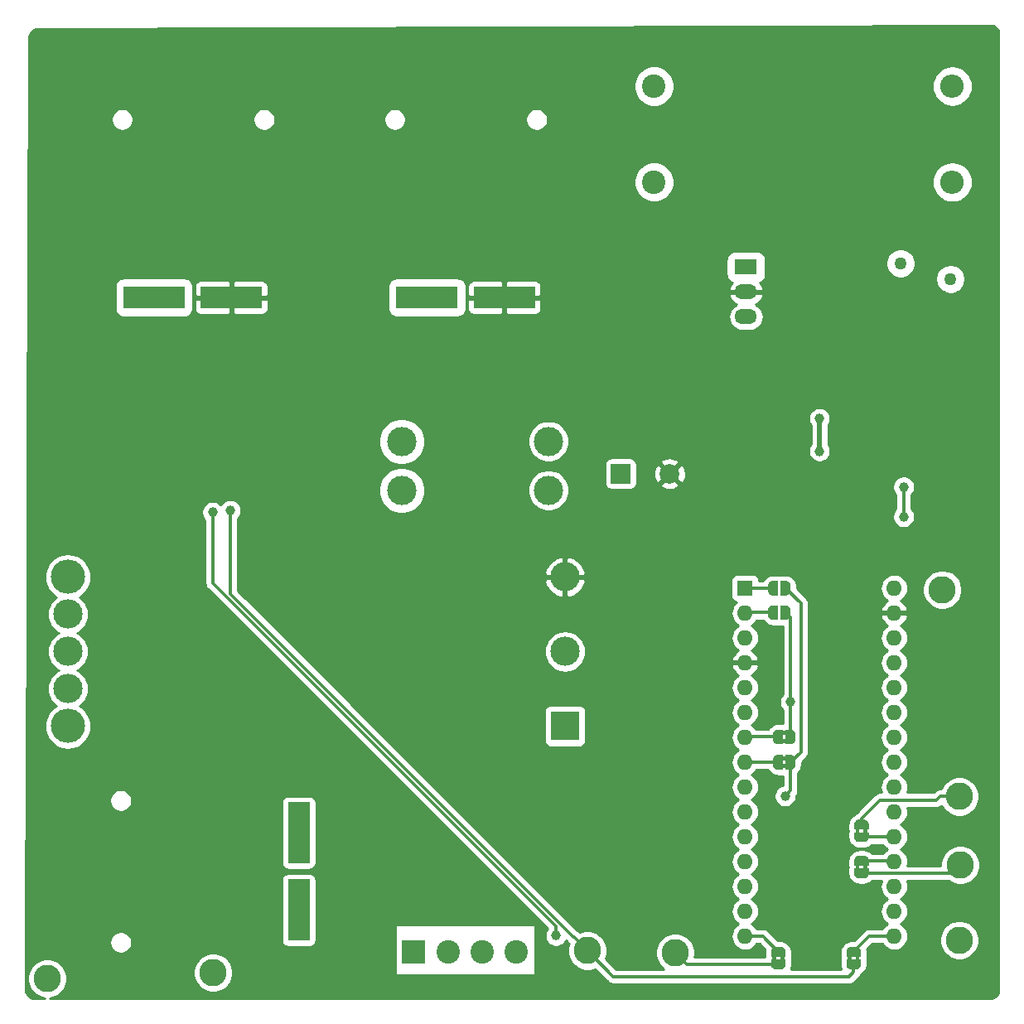
<source format=gbl>
G04 #@! TF.GenerationSoftware,KiCad,Pcbnew,(5.1.2)-2*
G04 #@! TF.CreationDate,2019-12-07T23:42:41-08:00*
G04 #@! TF.ProjectId,Precharger,50726563-6861-4726-9765-722e6b696361,rev?*
G04 #@! TF.SameCoordinates,Original*
G04 #@! TF.FileFunction,Copper,L2,Bot*
G04 #@! TF.FilePolarity,Positive*
%FSLAX46Y46*%
G04 Gerber Fmt 4.6, Leading zero omitted, Abs format (unit mm)*
G04 Created by KiCad (PCBNEW (5.1.2)-2) date 2019-12-07 23:42:41*
%MOMM*%
%LPD*%
G04 APERTURE LIST*
%ADD10C,0.100000*%
%ADD11C,2.800000*%
%ADD12R,6.250000X2.250000*%
%ADD13O,3.000000X3.000000*%
%ADD14O,3.500000X3.500000*%
%ADD15R,3.000000X3.000000*%
%ADD16R,2.250000X6.250000*%
%ADD17C,3.000000*%
%ADD18C,2.000000*%
%ADD19R,2.000000X2.000000*%
%ADD20C,0.500000*%
%ADD21C,2.400000*%
%ADD22R,2.400000X2.400000*%
%ADD23O,2.300000X1.500000*%
%ADD24R,2.300000X1.500000*%
%ADD25O,2.400000X2.400000*%
%ADD26C,1.270000*%
%ADD27O,1.600000X1.600000*%
%ADD28R,1.600000X1.600000*%
%ADD29C,1.000000*%
%ADD30C,0.300000*%
%ADD31C,0.500000*%
%ADD32C,0.254000*%
G04 APERTURE END LIST*
D10*
G36*
X185500000Y-135750000D02*
G01*
X185500000Y-135250000D01*
X185100000Y-135250000D01*
X185100000Y-135750000D01*
X185500000Y-135750000D01*
G37*
G36*
X184700000Y-135750000D02*
G01*
X184700000Y-135250000D01*
X184300000Y-135250000D01*
X184300000Y-135750000D01*
X184700000Y-135750000D01*
G37*
G36*
X177800000Y-135750000D02*
G01*
X177800000Y-135250000D01*
X177400000Y-135250000D01*
X177400000Y-135750000D01*
X177800000Y-135750000D01*
G37*
G36*
X177000000Y-135750000D02*
G01*
X177000000Y-135250000D01*
X176600000Y-135250000D01*
X176600000Y-135750000D01*
X177000000Y-135750000D01*
G37*
G36*
X186300000Y-122750000D02*
G01*
X186300000Y-122250000D01*
X185900000Y-122250000D01*
X185900000Y-122750000D01*
X186300000Y-122750000D01*
G37*
G36*
X185500000Y-122750000D02*
G01*
X185500000Y-122250000D01*
X185100000Y-122250000D01*
X185100000Y-122750000D01*
X185500000Y-122750000D01*
G37*
G36*
X185100000Y-125950000D02*
G01*
X185100000Y-126450000D01*
X185500000Y-126450000D01*
X185500000Y-125950000D01*
X185100000Y-125950000D01*
G37*
G36*
X185900000Y-125950000D02*
G01*
X185900000Y-126450000D01*
X186300000Y-126450000D01*
X186300000Y-125950000D01*
X185900000Y-125950000D01*
G37*
G36*
X178050000Y-114900000D02*
G01*
X177550000Y-114900000D01*
X177550000Y-115300000D01*
X178050000Y-115300000D01*
X178050000Y-114900000D01*
G37*
G36*
X178050000Y-115700000D02*
G01*
X177550000Y-115700000D01*
X177550000Y-116100000D01*
X178050000Y-116100000D01*
X178050000Y-115700000D01*
G37*
G36*
X178050000Y-112300000D02*
G01*
X177550000Y-112300000D01*
X177550000Y-112700000D01*
X178050000Y-112700000D01*
X178050000Y-112300000D01*
G37*
G36*
X178050000Y-113100000D02*
G01*
X177550000Y-113100000D01*
X177550000Y-113500000D01*
X178050000Y-113500000D01*
X178050000Y-113100000D01*
G37*
D11*
X195700000Y-119000000D03*
X195800000Y-126000000D03*
D12*
X113400000Y-68000000D03*
X121300000Y-68000000D03*
D11*
X102500000Y-137600000D03*
X119450000Y-137000000D03*
D13*
X104600000Y-100370000D03*
X104600000Y-104180000D03*
X104600000Y-107990000D03*
D14*
X104600000Y-96560000D03*
X104600000Y-111800000D03*
D13*
X155400000Y-96560000D03*
X155400000Y-104180000D03*
D15*
X155400000Y-111800000D03*
D16*
X128200000Y-130600000D03*
X128200000Y-122700000D03*
D17*
X138700000Y-82700000D03*
X153700000Y-82700000D03*
X138700000Y-87700000D03*
X153700000Y-87700000D03*
D18*
X166100000Y-86000000D03*
D19*
X161100000Y-86000000D03*
D11*
X166650000Y-134950000D03*
X157700000Y-134750000D03*
D20*
X184900000Y-136150000D03*
D10*
G36*
X185650000Y-135650000D02*
G01*
X185650000Y-136150000D01*
X185649398Y-136150000D01*
X185649398Y-136174534D01*
X185644588Y-136223365D01*
X185635016Y-136271490D01*
X185620772Y-136318445D01*
X185601995Y-136363778D01*
X185578864Y-136407051D01*
X185551604Y-136447850D01*
X185520476Y-136485779D01*
X185485779Y-136520476D01*
X185447850Y-136551604D01*
X185407051Y-136578864D01*
X185363778Y-136601995D01*
X185318445Y-136620772D01*
X185271490Y-136635016D01*
X185223365Y-136644588D01*
X185174534Y-136649398D01*
X185150000Y-136649398D01*
X185150000Y-136650000D01*
X184650000Y-136650000D01*
X184650000Y-136649398D01*
X184625466Y-136649398D01*
X184576635Y-136644588D01*
X184528510Y-136635016D01*
X184481555Y-136620772D01*
X184436222Y-136601995D01*
X184392949Y-136578864D01*
X184352150Y-136551604D01*
X184314221Y-136520476D01*
X184279524Y-136485779D01*
X184248396Y-136447850D01*
X184221136Y-136407051D01*
X184198005Y-136363778D01*
X184179228Y-136318445D01*
X184164984Y-136271490D01*
X184155412Y-136223365D01*
X184150602Y-136174534D01*
X184150602Y-136150000D01*
X184150000Y-136150000D01*
X184150000Y-135650000D01*
X185650000Y-135650000D01*
X185650000Y-135650000D01*
G37*
D20*
X184900000Y-134850000D03*
D10*
G36*
X184150602Y-134850000D02*
G01*
X184150602Y-134825466D01*
X184155412Y-134776635D01*
X184164984Y-134728510D01*
X184179228Y-134681555D01*
X184198005Y-134636222D01*
X184221136Y-134592949D01*
X184248396Y-134552150D01*
X184279524Y-134514221D01*
X184314221Y-134479524D01*
X184352150Y-134448396D01*
X184392949Y-134421136D01*
X184436222Y-134398005D01*
X184481555Y-134379228D01*
X184528510Y-134364984D01*
X184576635Y-134355412D01*
X184625466Y-134350602D01*
X184650000Y-134350602D01*
X184650000Y-134350000D01*
X185150000Y-134350000D01*
X185150000Y-134350602D01*
X185174534Y-134350602D01*
X185223365Y-134355412D01*
X185271490Y-134364984D01*
X185318445Y-134379228D01*
X185363778Y-134398005D01*
X185407051Y-134421136D01*
X185447850Y-134448396D01*
X185485779Y-134479524D01*
X185520476Y-134514221D01*
X185551604Y-134552150D01*
X185578864Y-134592949D01*
X185601995Y-134636222D01*
X185620772Y-134681555D01*
X185635016Y-134728510D01*
X185644588Y-134776635D01*
X185649398Y-134825466D01*
X185649398Y-134850000D01*
X185650000Y-134850000D01*
X185650000Y-135350000D01*
X184150000Y-135350000D01*
X184150000Y-134850000D01*
X184150602Y-134850000D01*
X184150602Y-134850000D01*
G37*
D20*
X177200000Y-136150000D03*
D10*
G36*
X177950000Y-135650000D02*
G01*
X177950000Y-136150000D01*
X177949398Y-136150000D01*
X177949398Y-136174534D01*
X177944588Y-136223365D01*
X177935016Y-136271490D01*
X177920772Y-136318445D01*
X177901995Y-136363778D01*
X177878864Y-136407051D01*
X177851604Y-136447850D01*
X177820476Y-136485779D01*
X177785779Y-136520476D01*
X177747850Y-136551604D01*
X177707051Y-136578864D01*
X177663778Y-136601995D01*
X177618445Y-136620772D01*
X177571490Y-136635016D01*
X177523365Y-136644588D01*
X177474534Y-136649398D01*
X177450000Y-136649398D01*
X177450000Y-136650000D01*
X176950000Y-136650000D01*
X176950000Y-136649398D01*
X176925466Y-136649398D01*
X176876635Y-136644588D01*
X176828510Y-136635016D01*
X176781555Y-136620772D01*
X176736222Y-136601995D01*
X176692949Y-136578864D01*
X176652150Y-136551604D01*
X176614221Y-136520476D01*
X176579524Y-136485779D01*
X176548396Y-136447850D01*
X176521136Y-136407051D01*
X176498005Y-136363778D01*
X176479228Y-136318445D01*
X176464984Y-136271490D01*
X176455412Y-136223365D01*
X176450602Y-136174534D01*
X176450602Y-136150000D01*
X176450000Y-136150000D01*
X176450000Y-135650000D01*
X177950000Y-135650000D01*
X177950000Y-135650000D01*
G37*
D20*
X177200000Y-134850000D03*
D10*
G36*
X176450602Y-134850000D02*
G01*
X176450602Y-134825466D01*
X176455412Y-134776635D01*
X176464984Y-134728510D01*
X176479228Y-134681555D01*
X176498005Y-134636222D01*
X176521136Y-134592949D01*
X176548396Y-134552150D01*
X176579524Y-134514221D01*
X176614221Y-134479524D01*
X176652150Y-134448396D01*
X176692949Y-134421136D01*
X176736222Y-134398005D01*
X176781555Y-134379228D01*
X176828510Y-134364984D01*
X176876635Y-134355412D01*
X176925466Y-134350602D01*
X176950000Y-134350602D01*
X176950000Y-134350000D01*
X177450000Y-134350000D01*
X177450000Y-134350602D01*
X177474534Y-134350602D01*
X177523365Y-134355412D01*
X177571490Y-134364984D01*
X177618445Y-134379228D01*
X177663778Y-134398005D01*
X177707051Y-134421136D01*
X177747850Y-134448396D01*
X177785779Y-134479524D01*
X177820476Y-134514221D01*
X177851604Y-134552150D01*
X177878864Y-134592949D01*
X177901995Y-134636222D01*
X177920772Y-134681555D01*
X177935016Y-134728510D01*
X177944588Y-134776635D01*
X177949398Y-134825466D01*
X177949398Y-134850000D01*
X177950000Y-134850000D01*
X177950000Y-135350000D01*
X176450000Y-135350000D01*
X176450000Y-134850000D01*
X176450602Y-134850000D01*
X176450602Y-134850000D01*
G37*
D21*
X150450000Y-134850000D03*
X146950000Y-134850000D03*
X143450000Y-134850000D03*
D22*
X139950000Y-134850000D03*
D12*
X141300000Y-68000000D03*
X149200000Y-68000000D03*
D23*
X173900000Y-69980000D03*
X173900000Y-67440000D03*
D24*
X173900000Y-64900000D03*
D11*
X195690000Y-133660000D03*
X193950000Y-97850000D03*
D25*
X194980000Y-56200000D03*
D21*
X164500000Y-56200000D03*
D25*
X194980000Y-46400000D03*
D21*
X164500000Y-46400000D03*
D20*
X185700000Y-123150000D03*
D10*
G36*
X186450000Y-122650000D02*
G01*
X186450000Y-123150000D01*
X186449398Y-123150000D01*
X186449398Y-123174534D01*
X186444588Y-123223365D01*
X186435016Y-123271490D01*
X186420772Y-123318445D01*
X186401995Y-123363778D01*
X186378864Y-123407051D01*
X186351604Y-123447850D01*
X186320476Y-123485779D01*
X186285779Y-123520476D01*
X186247850Y-123551604D01*
X186207051Y-123578864D01*
X186163778Y-123601995D01*
X186118445Y-123620772D01*
X186071490Y-123635016D01*
X186023365Y-123644588D01*
X185974534Y-123649398D01*
X185950000Y-123649398D01*
X185950000Y-123650000D01*
X185450000Y-123650000D01*
X185450000Y-123649398D01*
X185425466Y-123649398D01*
X185376635Y-123644588D01*
X185328510Y-123635016D01*
X185281555Y-123620772D01*
X185236222Y-123601995D01*
X185192949Y-123578864D01*
X185152150Y-123551604D01*
X185114221Y-123520476D01*
X185079524Y-123485779D01*
X185048396Y-123447850D01*
X185021136Y-123407051D01*
X184998005Y-123363778D01*
X184979228Y-123318445D01*
X184964984Y-123271490D01*
X184955412Y-123223365D01*
X184950602Y-123174534D01*
X184950602Y-123150000D01*
X184950000Y-123150000D01*
X184950000Y-122650000D01*
X186450000Y-122650000D01*
X186450000Y-122650000D01*
G37*
D20*
X185700000Y-121850000D03*
D10*
G36*
X184950602Y-121850000D02*
G01*
X184950602Y-121825466D01*
X184955412Y-121776635D01*
X184964984Y-121728510D01*
X184979228Y-121681555D01*
X184998005Y-121636222D01*
X185021136Y-121592949D01*
X185048396Y-121552150D01*
X185079524Y-121514221D01*
X185114221Y-121479524D01*
X185152150Y-121448396D01*
X185192949Y-121421136D01*
X185236222Y-121398005D01*
X185281555Y-121379228D01*
X185328510Y-121364984D01*
X185376635Y-121355412D01*
X185425466Y-121350602D01*
X185450000Y-121350602D01*
X185450000Y-121350000D01*
X185950000Y-121350000D01*
X185950000Y-121350602D01*
X185974534Y-121350602D01*
X186023365Y-121355412D01*
X186071490Y-121364984D01*
X186118445Y-121379228D01*
X186163778Y-121398005D01*
X186207051Y-121421136D01*
X186247850Y-121448396D01*
X186285779Y-121479524D01*
X186320476Y-121514221D01*
X186351604Y-121552150D01*
X186378864Y-121592949D01*
X186401995Y-121636222D01*
X186420772Y-121681555D01*
X186435016Y-121728510D01*
X186444588Y-121776635D01*
X186449398Y-121825466D01*
X186449398Y-121850000D01*
X186450000Y-121850000D01*
X186450000Y-122350000D01*
X184950000Y-122350000D01*
X184950000Y-121850000D01*
X184950602Y-121850000D01*
X184950602Y-121850000D01*
G37*
D20*
X185700000Y-125550000D03*
D10*
G36*
X184950000Y-126050000D02*
G01*
X184950000Y-125550000D01*
X184950602Y-125550000D01*
X184950602Y-125525466D01*
X184955412Y-125476635D01*
X184964984Y-125428510D01*
X184979228Y-125381555D01*
X184998005Y-125336222D01*
X185021136Y-125292949D01*
X185048396Y-125252150D01*
X185079524Y-125214221D01*
X185114221Y-125179524D01*
X185152150Y-125148396D01*
X185192949Y-125121136D01*
X185236222Y-125098005D01*
X185281555Y-125079228D01*
X185328510Y-125064984D01*
X185376635Y-125055412D01*
X185425466Y-125050602D01*
X185450000Y-125050602D01*
X185450000Y-125050000D01*
X185950000Y-125050000D01*
X185950000Y-125050602D01*
X185974534Y-125050602D01*
X186023365Y-125055412D01*
X186071490Y-125064984D01*
X186118445Y-125079228D01*
X186163778Y-125098005D01*
X186207051Y-125121136D01*
X186247850Y-125148396D01*
X186285779Y-125179524D01*
X186320476Y-125214221D01*
X186351604Y-125252150D01*
X186378864Y-125292949D01*
X186401995Y-125336222D01*
X186420772Y-125381555D01*
X186435016Y-125428510D01*
X186444588Y-125476635D01*
X186449398Y-125525466D01*
X186449398Y-125550000D01*
X186450000Y-125550000D01*
X186450000Y-126050000D01*
X184950000Y-126050000D01*
X184950000Y-126050000D01*
G37*
D20*
X185700000Y-126850000D03*
D10*
G36*
X186449398Y-126850000D02*
G01*
X186449398Y-126874534D01*
X186444588Y-126923365D01*
X186435016Y-126971490D01*
X186420772Y-127018445D01*
X186401995Y-127063778D01*
X186378864Y-127107051D01*
X186351604Y-127147850D01*
X186320476Y-127185779D01*
X186285779Y-127220476D01*
X186247850Y-127251604D01*
X186207051Y-127278864D01*
X186163778Y-127301995D01*
X186118445Y-127320772D01*
X186071490Y-127335016D01*
X186023365Y-127344588D01*
X185974534Y-127349398D01*
X185950000Y-127349398D01*
X185950000Y-127350000D01*
X185450000Y-127350000D01*
X185450000Y-127349398D01*
X185425466Y-127349398D01*
X185376635Y-127344588D01*
X185328510Y-127335016D01*
X185281555Y-127320772D01*
X185236222Y-127301995D01*
X185192949Y-127278864D01*
X185152150Y-127251604D01*
X185114221Y-127220476D01*
X185079524Y-127185779D01*
X185048396Y-127147850D01*
X185021136Y-127107051D01*
X184998005Y-127063778D01*
X184979228Y-127018445D01*
X184964984Y-126971490D01*
X184955412Y-126923365D01*
X184950602Y-126874534D01*
X184950602Y-126850000D01*
X184950000Y-126850000D01*
X184950000Y-126350000D01*
X186450000Y-126350000D01*
X186450000Y-126850000D01*
X186449398Y-126850000D01*
X186449398Y-126850000D01*
G37*
D20*
X178450000Y-115500000D03*
D10*
G36*
X177950000Y-114750000D02*
G01*
X178450000Y-114750000D01*
X178450000Y-114750602D01*
X178474534Y-114750602D01*
X178523365Y-114755412D01*
X178571490Y-114764984D01*
X178618445Y-114779228D01*
X178663778Y-114798005D01*
X178707051Y-114821136D01*
X178747850Y-114848396D01*
X178785779Y-114879524D01*
X178820476Y-114914221D01*
X178851604Y-114952150D01*
X178878864Y-114992949D01*
X178901995Y-115036222D01*
X178920772Y-115081555D01*
X178935016Y-115128510D01*
X178944588Y-115176635D01*
X178949398Y-115225466D01*
X178949398Y-115250000D01*
X178950000Y-115250000D01*
X178950000Y-115750000D01*
X178949398Y-115750000D01*
X178949398Y-115774534D01*
X178944588Y-115823365D01*
X178935016Y-115871490D01*
X178920772Y-115918445D01*
X178901995Y-115963778D01*
X178878864Y-116007051D01*
X178851604Y-116047850D01*
X178820476Y-116085779D01*
X178785779Y-116120476D01*
X178747850Y-116151604D01*
X178707051Y-116178864D01*
X178663778Y-116201995D01*
X178618445Y-116220772D01*
X178571490Y-116235016D01*
X178523365Y-116244588D01*
X178474534Y-116249398D01*
X178450000Y-116249398D01*
X178450000Y-116250000D01*
X177950000Y-116250000D01*
X177950000Y-114750000D01*
X177950000Y-114750000D01*
G37*
D20*
X177150000Y-115500000D03*
D10*
G36*
X177150000Y-116249398D02*
G01*
X177125466Y-116249398D01*
X177076635Y-116244588D01*
X177028510Y-116235016D01*
X176981555Y-116220772D01*
X176936222Y-116201995D01*
X176892949Y-116178864D01*
X176852150Y-116151604D01*
X176814221Y-116120476D01*
X176779524Y-116085779D01*
X176748396Y-116047850D01*
X176721136Y-116007051D01*
X176698005Y-115963778D01*
X176679228Y-115918445D01*
X176664984Y-115871490D01*
X176655412Y-115823365D01*
X176650602Y-115774534D01*
X176650602Y-115750000D01*
X176650000Y-115750000D01*
X176650000Y-115250000D01*
X176650602Y-115250000D01*
X176650602Y-115225466D01*
X176655412Y-115176635D01*
X176664984Y-115128510D01*
X176679228Y-115081555D01*
X176698005Y-115036222D01*
X176721136Y-114992949D01*
X176748396Y-114952150D01*
X176779524Y-114914221D01*
X176814221Y-114879524D01*
X176852150Y-114848396D01*
X176892949Y-114821136D01*
X176936222Y-114798005D01*
X176981555Y-114779228D01*
X177028510Y-114764984D01*
X177076635Y-114755412D01*
X177125466Y-114750602D01*
X177150000Y-114750602D01*
X177150000Y-114750000D01*
X177650000Y-114750000D01*
X177650000Y-116250000D01*
X177150000Y-116250000D01*
X177150000Y-116249398D01*
X177150000Y-116249398D01*
G37*
D20*
X178450000Y-112900000D03*
D10*
G36*
X177950000Y-112150000D02*
G01*
X178450000Y-112150000D01*
X178450000Y-112150602D01*
X178474534Y-112150602D01*
X178523365Y-112155412D01*
X178571490Y-112164984D01*
X178618445Y-112179228D01*
X178663778Y-112198005D01*
X178707051Y-112221136D01*
X178747850Y-112248396D01*
X178785779Y-112279524D01*
X178820476Y-112314221D01*
X178851604Y-112352150D01*
X178878864Y-112392949D01*
X178901995Y-112436222D01*
X178920772Y-112481555D01*
X178935016Y-112528510D01*
X178944588Y-112576635D01*
X178949398Y-112625466D01*
X178949398Y-112650000D01*
X178950000Y-112650000D01*
X178950000Y-113150000D01*
X178949398Y-113150000D01*
X178949398Y-113174534D01*
X178944588Y-113223365D01*
X178935016Y-113271490D01*
X178920772Y-113318445D01*
X178901995Y-113363778D01*
X178878864Y-113407051D01*
X178851604Y-113447850D01*
X178820476Y-113485779D01*
X178785779Y-113520476D01*
X178747850Y-113551604D01*
X178707051Y-113578864D01*
X178663778Y-113601995D01*
X178618445Y-113620772D01*
X178571490Y-113635016D01*
X178523365Y-113644588D01*
X178474534Y-113649398D01*
X178450000Y-113649398D01*
X178450000Y-113650000D01*
X177950000Y-113650000D01*
X177950000Y-112150000D01*
X177950000Y-112150000D01*
G37*
D20*
X177150000Y-112900000D03*
D10*
G36*
X177150000Y-113649398D02*
G01*
X177125466Y-113649398D01*
X177076635Y-113644588D01*
X177028510Y-113635016D01*
X176981555Y-113620772D01*
X176936222Y-113601995D01*
X176892949Y-113578864D01*
X176852150Y-113551604D01*
X176814221Y-113520476D01*
X176779524Y-113485779D01*
X176748396Y-113447850D01*
X176721136Y-113407051D01*
X176698005Y-113363778D01*
X176679228Y-113318445D01*
X176664984Y-113271490D01*
X176655412Y-113223365D01*
X176650602Y-113174534D01*
X176650602Y-113150000D01*
X176650000Y-113150000D01*
X176650000Y-112650000D01*
X176650602Y-112650000D01*
X176650602Y-112625466D01*
X176655412Y-112576635D01*
X176664984Y-112528510D01*
X176679228Y-112481555D01*
X176698005Y-112436222D01*
X176721136Y-112392949D01*
X176748396Y-112352150D01*
X176779524Y-112314221D01*
X176814221Y-112279524D01*
X176852150Y-112248396D01*
X176892949Y-112221136D01*
X176936222Y-112198005D01*
X176981555Y-112179228D01*
X177028510Y-112164984D01*
X177076635Y-112155412D01*
X177125466Y-112150602D01*
X177150000Y-112150602D01*
X177150000Y-112150000D01*
X177650000Y-112150000D01*
X177650000Y-113650000D01*
X177150000Y-113650000D01*
X177150000Y-113649398D01*
X177150000Y-113649398D01*
G37*
D20*
X176650000Y-97700000D03*
D10*
G36*
X176650000Y-98449398D02*
G01*
X176625466Y-98449398D01*
X176576635Y-98444588D01*
X176528510Y-98435016D01*
X176481555Y-98420772D01*
X176436222Y-98401995D01*
X176392949Y-98378864D01*
X176352150Y-98351604D01*
X176314221Y-98320476D01*
X176279524Y-98285779D01*
X176248396Y-98247850D01*
X176221136Y-98207051D01*
X176198005Y-98163778D01*
X176179228Y-98118445D01*
X176164984Y-98071490D01*
X176155412Y-98023365D01*
X176150602Y-97974534D01*
X176150602Y-97950000D01*
X176150000Y-97950000D01*
X176150000Y-97450000D01*
X176150602Y-97450000D01*
X176150602Y-97425466D01*
X176155412Y-97376635D01*
X176164984Y-97328510D01*
X176179228Y-97281555D01*
X176198005Y-97236222D01*
X176221136Y-97192949D01*
X176248396Y-97152150D01*
X176279524Y-97114221D01*
X176314221Y-97079524D01*
X176352150Y-97048396D01*
X176392949Y-97021136D01*
X176436222Y-96998005D01*
X176481555Y-96979228D01*
X176528510Y-96964984D01*
X176576635Y-96955412D01*
X176625466Y-96950602D01*
X176650000Y-96950602D01*
X176650000Y-96950000D01*
X177150000Y-96950000D01*
X177150000Y-98450000D01*
X176650000Y-98450000D01*
X176650000Y-98449398D01*
X176650000Y-98449398D01*
G37*
D20*
X177950000Y-97700000D03*
D10*
G36*
X177450000Y-96950000D02*
G01*
X177950000Y-96950000D01*
X177950000Y-96950602D01*
X177974534Y-96950602D01*
X178023365Y-96955412D01*
X178071490Y-96964984D01*
X178118445Y-96979228D01*
X178163778Y-96998005D01*
X178207051Y-97021136D01*
X178247850Y-97048396D01*
X178285779Y-97079524D01*
X178320476Y-97114221D01*
X178351604Y-97152150D01*
X178378864Y-97192949D01*
X178401995Y-97236222D01*
X178420772Y-97281555D01*
X178435016Y-97328510D01*
X178444588Y-97376635D01*
X178449398Y-97425466D01*
X178449398Y-97450000D01*
X178450000Y-97450000D01*
X178450000Y-97950000D01*
X178449398Y-97950000D01*
X178449398Y-97974534D01*
X178444588Y-98023365D01*
X178435016Y-98071490D01*
X178420772Y-98118445D01*
X178401995Y-98163778D01*
X178378864Y-98207051D01*
X178351604Y-98247850D01*
X178320476Y-98285779D01*
X178285779Y-98320476D01*
X178247850Y-98351604D01*
X178207051Y-98378864D01*
X178163778Y-98401995D01*
X178118445Y-98420772D01*
X178071490Y-98435016D01*
X178023365Y-98444588D01*
X177974534Y-98449398D01*
X177950000Y-98449398D01*
X177950000Y-98450000D01*
X177450000Y-98450000D01*
X177450000Y-96950000D01*
X177450000Y-96950000D01*
G37*
D20*
X176650000Y-100200000D03*
D10*
G36*
X176650000Y-100949398D02*
G01*
X176625466Y-100949398D01*
X176576635Y-100944588D01*
X176528510Y-100935016D01*
X176481555Y-100920772D01*
X176436222Y-100901995D01*
X176392949Y-100878864D01*
X176352150Y-100851604D01*
X176314221Y-100820476D01*
X176279524Y-100785779D01*
X176248396Y-100747850D01*
X176221136Y-100707051D01*
X176198005Y-100663778D01*
X176179228Y-100618445D01*
X176164984Y-100571490D01*
X176155412Y-100523365D01*
X176150602Y-100474534D01*
X176150602Y-100450000D01*
X176150000Y-100450000D01*
X176150000Y-99950000D01*
X176150602Y-99950000D01*
X176150602Y-99925466D01*
X176155412Y-99876635D01*
X176164984Y-99828510D01*
X176179228Y-99781555D01*
X176198005Y-99736222D01*
X176221136Y-99692949D01*
X176248396Y-99652150D01*
X176279524Y-99614221D01*
X176314221Y-99579524D01*
X176352150Y-99548396D01*
X176392949Y-99521136D01*
X176436222Y-99498005D01*
X176481555Y-99479228D01*
X176528510Y-99464984D01*
X176576635Y-99455412D01*
X176625466Y-99450602D01*
X176650000Y-99450602D01*
X176650000Y-99450000D01*
X177150000Y-99450000D01*
X177150000Y-100950000D01*
X176650000Y-100950000D01*
X176650000Y-100949398D01*
X176650000Y-100949398D01*
G37*
D20*
X177950000Y-100200000D03*
D10*
G36*
X177450000Y-99450000D02*
G01*
X177950000Y-99450000D01*
X177950000Y-99450602D01*
X177974534Y-99450602D01*
X178023365Y-99455412D01*
X178071490Y-99464984D01*
X178118445Y-99479228D01*
X178163778Y-99498005D01*
X178207051Y-99521136D01*
X178247850Y-99548396D01*
X178285779Y-99579524D01*
X178320476Y-99614221D01*
X178351604Y-99652150D01*
X178378864Y-99692949D01*
X178401995Y-99736222D01*
X178420772Y-99781555D01*
X178435016Y-99828510D01*
X178444588Y-99876635D01*
X178449398Y-99925466D01*
X178449398Y-99950000D01*
X178450000Y-99950000D01*
X178450000Y-100450000D01*
X178449398Y-100450000D01*
X178449398Y-100474534D01*
X178444588Y-100523365D01*
X178435016Y-100571490D01*
X178420772Y-100618445D01*
X178401995Y-100663778D01*
X178378864Y-100707051D01*
X178351604Y-100747850D01*
X178320476Y-100785779D01*
X178285779Y-100820476D01*
X178247850Y-100851604D01*
X178207051Y-100878864D01*
X178163778Y-100901995D01*
X178118445Y-100920772D01*
X178071490Y-100935016D01*
X178023365Y-100944588D01*
X177974534Y-100949398D01*
X177950000Y-100949398D01*
X177950000Y-100950000D01*
X177450000Y-100950000D01*
X177450000Y-99450000D01*
X177450000Y-99450000D01*
G37*
D26*
X189700000Y-64500000D03*
X194800000Y-66100000D03*
D27*
X189040000Y-133260000D03*
X173800000Y-133260000D03*
X189040000Y-97700000D03*
X173800000Y-130720000D03*
X189040000Y-100240000D03*
X173800000Y-128180000D03*
X189040000Y-102780000D03*
X173800000Y-125640000D03*
X189040000Y-105320000D03*
X173800000Y-123100000D03*
X189040000Y-107860000D03*
X173800000Y-120560000D03*
X189040000Y-110400000D03*
X173800000Y-118020000D03*
X189040000Y-112940000D03*
X173800000Y-115480000D03*
X189040000Y-115480000D03*
X173800000Y-112940000D03*
X189040000Y-118020000D03*
X173800000Y-110400000D03*
X189040000Y-120560000D03*
X173800000Y-107860000D03*
X189040000Y-123100000D03*
X173800000Y-105320000D03*
X189040000Y-125640000D03*
X173800000Y-102780000D03*
X189040000Y-128180000D03*
X173800000Y-100240000D03*
X189040000Y-130720000D03*
D28*
X173800000Y-97700000D03*
D29*
X154475000Y-133225000D03*
X119400000Y-89950000D03*
X181400000Y-80350000D03*
X181400000Y-83700000D03*
X154600000Y-76300000D03*
X184850000Y-69100000D03*
X180250000Y-71250000D03*
X166800000Y-105300000D03*
X197200000Y-105300000D03*
X154450000Y-120800000D03*
X157950000Y-128000000D03*
X193850000Y-83050000D03*
X180800000Y-73700000D03*
X178450000Y-109350000D03*
X177900000Y-118950000D03*
X121200000Y-89750000D03*
X190000000Y-87350000D03*
X190000000Y-90400000D03*
D30*
X186490000Y-133260000D02*
X184900000Y-134850000D01*
X189040000Y-133260000D02*
X186490000Y-133260000D01*
X175610000Y-133260000D02*
X177200000Y-134850000D01*
X173800000Y-133260000D02*
X175610000Y-133260000D01*
X154475000Y-132282120D02*
X154475000Y-133225000D01*
X119400000Y-89950000D02*
X119400000Y-97207120D01*
X119400000Y-97207120D02*
X154475000Y-132282120D01*
D31*
X181400000Y-80350000D02*
X181400000Y-83700000D01*
D30*
X173820000Y-115500000D02*
X173800000Y-115480000D01*
X177150000Y-115500000D02*
X173820000Y-115500000D01*
X173840000Y-112900000D02*
X173800000Y-112940000D01*
X177150000Y-112900000D02*
X173840000Y-112900000D01*
X188990000Y-123150000D02*
X189040000Y-123100000D01*
X185700000Y-123150000D02*
X188990000Y-123150000D01*
X188950000Y-125550000D02*
X189040000Y-125640000D01*
X185700000Y-125550000D02*
X188950000Y-125550000D01*
X173840000Y-100200000D02*
X173800000Y-100240000D01*
X176650000Y-100200000D02*
X173840000Y-100200000D01*
X176650000Y-97700000D02*
X173800000Y-97700000D01*
X178450000Y-100700000D02*
X177950000Y-100200000D01*
X178450000Y-112900000D02*
X178450000Y-109350000D01*
X178450000Y-109350000D02*
X178450000Y-100700000D01*
X177950000Y-97700000D02*
X179500000Y-99250000D01*
X179500000Y-114450000D02*
X178450000Y-115500000D01*
X179500000Y-99250000D02*
X179500000Y-114450000D01*
X178450000Y-118400000D02*
X178450000Y-115500000D01*
X177900000Y-118950000D02*
X178450000Y-118400000D01*
X167850000Y-136150000D02*
X166650000Y-134950000D01*
X177200000Y-136150000D02*
X167850000Y-136150000D01*
X156300001Y-133350001D02*
X156250001Y-133350001D01*
X157700000Y-134750000D02*
X156300001Y-133350001D01*
X156250001Y-133350001D02*
X121200000Y-98300000D01*
X121200000Y-98300000D02*
X121200000Y-89750000D01*
X160350000Y-137400000D02*
X157700000Y-134750000D01*
X184450000Y-137400000D02*
X160350000Y-137400000D01*
X184900000Y-136150000D02*
X184900000Y-136950000D01*
X184900000Y-136950000D02*
X184450000Y-137400000D01*
X194950000Y-126850000D02*
X195800000Y-126000000D01*
X185700000Y-126850000D02*
X194950000Y-126850000D01*
X190000000Y-87350000D02*
X190000000Y-90400000D01*
X185700000Y-121250000D02*
X187600000Y-119350000D01*
X185700000Y-121850000D02*
X185700000Y-121250000D01*
X193720102Y-119000000D02*
X195700000Y-119000000D01*
X193370102Y-119350000D02*
X193720102Y-119000000D01*
X187600000Y-119350000D02*
X193370102Y-119350000D01*
D32*
G36*
X199017183Y-40197821D02*
G01*
X199181411Y-40247053D01*
X199332841Y-40327456D01*
X199465625Y-40435926D01*
X199574626Y-40568269D01*
X199655639Y-40719376D01*
X199705535Y-40883414D01*
X199723000Y-41060286D01*
X199723000Y-138743766D01*
X199705624Y-138920189D01*
X199655978Y-139083850D01*
X199575362Y-139234672D01*
X199466870Y-139366870D01*
X199334672Y-139475362D01*
X199183850Y-139555978D01*
X199020189Y-139605624D01*
X198843766Y-139623000D01*
X102760758Y-139623000D01*
X103093587Y-139556796D01*
X103463934Y-139403393D01*
X103797237Y-139180687D01*
X104080687Y-138897237D01*
X104303393Y-138563934D01*
X104456796Y-138193587D01*
X104535000Y-137800430D01*
X104535000Y-137399570D01*
X104456796Y-137006413D01*
X104371119Y-136799570D01*
X117415000Y-136799570D01*
X117415000Y-137200430D01*
X117493204Y-137593587D01*
X117646607Y-137963934D01*
X117869313Y-138297237D01*
X118152763Y-138580687D01*
X118486066Y-138803393D01*
X118856413Y-138956796D01*
X119249570Y-139035000D01*
X119650430Y-139035000D01*
X120043587Y-138956796D01*
X120413934Y-138803393D01*
X120747237Y-138580687D01*
X121030687Y-138297237D01*
X121253393Y-137963934D01*
X121406796Y-137593587D01*
X121485000Y-137200430D01*
X121485000Y-136799570D01*
X121406796Y-136406413D01*
X121253393Y-136036066D01*
X121030687Y-135702763D01*
X120747237Y-135419313D01*
X120413934Y-135196607D01*
X120043587Y-135043204D01*
X119650430Y-134965000D01*
X119249570Y-134965000D01*
X118856413Y-135043204D01*
X118486066Y-135196607D01*
X118152763Y-135419313D01*
X117869313Y-135702763D01*
X117646607Y-136036066D01*
X117493204Y-136406413D01*
X117415000Y-136799570D01*
X104371119Y-136799570D01*
X104303393Y-136636066D01*
X104080687Y-136302763D01*
X103797237Y-136019313D01*
X103463934Y-135796607D01*
X103093587Y-135643204D01*
X102700430Y-135565000D01*
X102299570Y-135565000D01*
X101906413Y-135643204D01*
X101536066Y-135796607D01*
X101202763Y-136019313D01*
X100919313Y-136302763D01*
X100696607Y-136636066D01*
X100543204Y-137006413D01*
X100465000Y-137399570D01*
X100465000Y-137800430D01*
X100543204Y-138193587D01*
X100696607Y-138563934D01*
X100919313Y-138897237D01*
X101202763Y-139180687D01*
X101536066Y-139403393D01*
X101906413Y-139556796D01*
X102239242Y-139623000D01*
X101159787Y-139623000D01*
X100982958Y-139605544D01*
X100818974Y-139555682D01*
X100667903Y-139474720D01*
X100535577Y-139365781D01*
X100427106Y-139233072D01*
X100346675Y-139081716D01*
X100297390Y-138917552D01*
X100280558Y-138740666D01*
X100298013Y-133788212D01*
X108865000Y-133788212D01*
X108865000Y-134011788D01*
X108908617Y-134231067D01*
X108994176Y-134437624D01*
X109118388Y-134623520D01*
X109276480Y-134781612D01*
X109462376Y-134905824D01*
X109668933Y-134991383D01*
X109888212Y-135035000D01*
X110111788Y-135035000D01*
X110331067Y-134991383D01*
X110537624Y-134905824D01*
X110723520Y-134781612D01*
X110881612Y-134623520D01*
X111005824Y-134437624D01*
X111091383Y-134231067D01*
X111135000Y-134011788D01*
X111135000Y-133788212D01*
X111091383Y-133568933D01*
X111005824Y-133362376D01*
X110881612Y-133176480D01*
X110723520Y-133018388D01*
X110537624Y-132894176D01*
X110331067Y-132808617D01*
X110111788Y-132765000D01*
X109888212Y-132765000D01*
X109668933Y-132808617D01*
X109462376Y-132894176D01*
X109276480Y-133018388D01*
X109118388Y-133176480D01*
X108994176Y-133362376D01*
X108908617Y-133568933D01*
X108865000Y-133788212D01*
X100298013Y-133788212D01*
X100320265Y-127475000D01*
X126436928Y-127475000D01*
X126436928Y-133725000D01*
X126449188Y-133849482D01*
X126485498Y-133969180D01*
X126544463Y-134079494D01*
X126623815Y-134176185D01*
X126720506Y-134255537D01*
X126830820Y-134314502D01*
X126950518Y-134350812D01*
X127075000Y-134363072D01*
X129325000Y-134363072D01*
X129449482Y-134350812D01*
X129569180Y-134314502D01*
X129679494Y-134255537D01*
X129776185Y-134176185D01*
X129855537Y-134079494D01*
X129914502Y-133969180D01*
X129950812Y-133849482D01*
X129963072Y-133725000D01*
X129963072Y-132200000D01*
X138023000Y-132200000D01*
X138023000Y-137150000D01*
X138025440Y-137174776D01*
X138032667Y-137198601D01*
X138044403Y-137220557D01*
X138060197Y-137239803D01*
X138079443Y-137255597D01*
X138101399Y-137267333D01*
X138125224Y-137274560D01*
X138150000Y-137277000D01*
X152200000Y-137277000D01*
X152224776Y-137274560D01*
X152248601Y-137267333D01*
X152270557Y-137255597D01*
X152289803Y-137239803D01*
X152305597Y-137220557D01*
X152317333Y-137198601D01*
X152324560Y-137174776D01*
X152327000Y-137150000D01*
X152327000Y-132200000D01*
X152324560Y-132175224D01*
X152317333Y-132151399D01*
X152305597Y-132129443D01*
X152289803Y-132110197D01*
X152270557Y-132094403D01*
X152248601Y-132082667D01*
X152224776Y-132075440D01*
X152200000Y-132073000D01*
X138150000Y-132073000D01*
X138125224Y-132075440D01*
X138101399Y-132082667D01*
X138079443Y-132094403D01*
X138060197Y-132110197D01*
X138044403Y-132129443D01*
X138032667Y-132151399D01*
X138025440Y-132175224D01*
X138023000Y-132200000D01*
X129963072Y-132200000D01*
X129963072Y-127475000D01*
X129950812Y-127350518D01*
X129914502Y-127230820D01*
X129855537Y-127120506D01*
X129776185Y-127023815D01*
X129679494Y-126944463D01*
X129569180Y-126885498D01*
X129449482Y-126849188D01*
X129325000Y-126836928D01*
X127075000Y-126836928D01*
X126950518Y-126849188D01*
X126830820Y-126885498D01*
X126720506Y-126944463D01*
X126623815Y-127023815D01*
X126544463Y-127120506D01*
X126485498Y-127230820D01*
X126449188Y-127350518D01*
X126436928Y-127475000D01*
X100320265Y-127475000D01*
X100349121Y-119288212D01*
X108865000Y-119288212D01*
X108865000Y-119511788D01*
X108908617Y-119731067D01*
X108994176Y-119937624D01*
X109118388Y-120123520D01*
X109276480Y-120281612D01*
X109462376Y-120405824D01*
X109668933Y-120491383D01*
X109888212Y-120535000D01*
X110111788Y-120535000D01*
X110331067Y-120491383D01*
X110537624Y-120405824D01*
X110723520Y-120281612D01*
X110881612Y-120123520D01*
X111005824Y-119937624D01*
X111091383Y-119731067D01*
X111122426Y-119575000D01*
X126436928Y-119575000D01*
X126436928Y-125825000D01*
X126449188Y-125949482D01*
X126485498Y-126069180D01*
X126544463Y-126179494D01*
X126623815Y-126276185D01*
X126720506Y-126355537D01*
X126830820Y-126414502D01*
X126950518Y-126450812D01*
X127075000Y-126463072D01*
X129325000Y-126463072D01*
X129449482Y-126450812D01*
X129569180Y-126414502D01*
X129679494Y-126355537D01*
X129776185Y-126276185D01*
X129855537Y-126179494D01*
X129914502Y-126069180D01*
X129950812Y-125949482D01*
X129963072Y-125825000D01*
X129963072Y-119575000D01*
X129950812Y-119450518D01*
X129914502Y-119330820D01*
X129855537Y-119220506D01*
X129776185Y-119123815D01*
X129679494Y-119044463D01*
X129569180Y-118985498D01*
X129449482Y-118949188D01*
X129325000Y-118936928D01*
X127075000Y-118936928D01*
X126950518Y-118949188D01*
X126830820Y-118985498D01*
X126720506Y-119044463D01*
X126623815Y-119123815D01*
X126544463Y-119220506D01*
X126485498Y-119330820D01*
X126449188Y-119450518D01*
X126436928Y-119575000D01*
X111122426Y-119575000D01*
X111135000Y-119511788D01*
X111135000Y-119288212D01*
X111091383Y-119068933D01*
X111005824Y-118862376D01*
X110881612Y-118676480D01*
X110723520Y-118518388D01*
X110537624Y-118394176D01*
X110331067Y-118308617D01*
X110111788Y-118265000D01*
X109888212Y-118265000D01*
X109668933Y-118308617D01*
X109462376Y-118394176D01*
X109276480Y-118518388D01*
X109118388Y-118676480D01*
X108994176Y-118862376D01*
X108908617Y-119068933D01*
X108865000Y-119288212D01*
X100349121Y-119288212D01*
X100429231Y-96560000D01*
X102203461Y-96560000D01*
X102249510Y-97027542D01*
X102385887Y-97477116D01*
X102607351Y-97891446D01*
X102905391Y-98254609D01*
X103268554Y-98552649D01*
X103377846Y-98611067D01*
X103083023Y-98853023D01*
X102816223Y-99178119D01*
X102617974Y-99549018D01*
X102495892Y-99951467D01*
X102454670Y-100370000D01*
X102495892Y-100788533D01*
X102617974Y-101190982D01*
X102816223Y-101561881D01*
X103083023Y-101886977D01*
X103408119Y-102153777D01*
X103634912Y-102275000D01*
X103408119Y-102396223D01*
X103083023Y-102663023D01*
X102816223Y-102988119D01*
X102617974Y-103359018D01*
X102495892Y-103761467D01*
X102454670Y-104180000D01*
X102495892Y-104598533D01*
X102617974Y-105000982D01*
X102816223Y-105371881D01*
X103083023Y-105696977D01*
X103408119Y-105963777D01*
X103634912Y-106085000D01*
X103408119Y-106206223D01*
X103083023Y-106473023D01*
X102816223Y-106798119D01*
X102617974Y-107169018D01*
X102495892Y-107571467D01*
X102454670Y-107990000D01*
X102495892Y-108408533D01*
X102617974Y-108810982D01*
X102816223Y-109181881D01*
X103083023Y-109506977D01*
X103377846Y-109748933D01*
X103268554Y-109807351D01*
X102905391Y-110105391D01*
X102607351Y-110468554D01*
X102385887Y-110882884D01*
X102249510Y-111332458D01*
X102203461Y-111800000D01*
X102249510Y-112267542D01*
X102385887Y-112717116D01*
X102607351Y-113131446D01*
X102905391Y-113494609D01*
X103268554Y-113792649D01*
X103682884Y-114014113D01*
X104132458Y-114150490D01*
X104482843Y-114185000D01*
X104717157Y-114185000D01*
X105067542Y-114150490D01*
X105517116Y-114014113D01*
X105931446Y-113792649D01*
X106294609Y-113494609D01*
X106592649Y-113131446D01*
X106814113Y-112717116D01*
X106950490Y-112267542D01*
X106996539Y-111800000D01*
X106950490Y-111332458D01*
X106814113Y-110882884D01*
X106592649Y-110468554D01*
X106294609Y-110105391D01*
X105931446Y-109807351D01*
X105822154Y-109748933D01*
X106116977Y-109506977D01*
X106383777Y-109181881D01*
X106582026Y-108810982D01*
X106704108Y-108408533D01*
X106745330Y-107990000D01*
X106704108Y-107571467D01*
X106582026Y-107169018D01*
X106383777Y-106798119D01*
X106116977Y-106473023D01*
X105791881Y-106206223D01*
X105565088Y-106085000D01*
X105791881Y-105963777D01*
X106116977Y-105696977D01*
X106383777Y-105371881D01*
X106582026Y-105000982D01*
X106704108Y-104598533D01*
X106745330Y-104180000D01*
X106704108Y-103761467D01*
X106582026Y-103359018D01*
X106383777Y-102988119D01*
X106116977Y-102663023D01*
X105791881Y-102396223D01*
X105565088Y-102275000D01*
X105791881Y-102153777D01*
X106116977Y-101886977D01*
X106383777Y-101561881D01*
X106582026Y-101190982D01*
X106704108Y-100788533D01*
X106745330Y-100370000D01*
X106704108Y-99951467D01*
X106582026Y-99549018D01*
X106383777Y-99178119D01*
X106116977Y-98853023D01*
X105822154Y-98611067D01*
X105931446Y-98552649D01*
X106294609Y-98254609D01*
X106592649Y-97891446D01*
X106814113Y-97477116D01*
X106950490Y-97027542D01*
X106996539Y-96560000D01*
X106950490Y-96092458D01*
X106814113Y-95642884D01*
X106592649Y-95228554D01*
X106294609Y-94865391D01*
X105931446Y-94567351D01*
X105517116Y-94345887D01*
X105067542Y-94209510D01*
X104717157Y-94175000D01*
X104482843Y-94175000D01*
X104132458Y-94209510D01*
X103682884Y-94345887D01*
X103268554Y-94567351D01*
X102905391Y-94865391D01*
X102607351Y-95228554D01*
X102385887Y-95642884D01*
X102249510Y-96092458D01*
X102203461Y-96560000D01*
X100429231Y-96560000D01*
X100452922Y-89838212D01*
X118265000Y-89838212D01*
X118265000Y-90061788D01*
X118308617Y-90281067D01*
X118394176Y-90487624D01*
X118518388Y-90673520D01*
X118615000Y-90770132D01*
X118615001Y-97168557D01*
X118611203Y-97207120D01*
X118626359Y-97361006D01*
X118671246Y-97508979D01*
X118671247Y-97508980D01*
X118744139Y-97645353D01*
X118784690Y-97694764D01*
X118817655Y-97734932D01*
X118817659Y-97734936D01*
X118842237Y-97764884D01*
X118872185Y-97789462D01*
X153589709Y-132506986D01*
X153469176Y-132687376D01*
X153383617Y-132893933D01*
X153340000Y-133113212D01*
X153340000Y-133336788D01*
X153383617Y-133556067D01*
X153469176Y-133762624D01*
X153593388Y-133948520D01*
X153751480Y-134106612D01*
X153937376Y-134230824D01*
X154143933Y-134316383D01*
X154363212Y-134360000D01*
X154586788Y-134360000D01*
X154806067Y-134316383D01*
X155012624Y-134230824D01*
X155198520Y-134106612D01*
X155356612Y-133948520D01*
X155480824Y-133762624D01*
X155501808Y-133711965D01*
X155667654Y-133877811D01*
X155692237Y-133907765D01*
X155807138Y-134002063D01*
X155743204Y-134156413D01*
X155665000Y-134549570D01*
X155665000Y-134950430D01*
X155743204Y-135343587D01*
X155896607Y-135713934D01*
X156119313Y-136047237D01*
X156402763Y-136330687D01*
X156736066Y-136553393D01*
X157106413Y-136706796D01*
X157499570Y-136785000D01*
X157900430Y-136785000D01*
X158293587Y-136706796D01*
X158472521Y-136632679D01*
X159767658Y-137927816D01*
X159792236Y-137957764D01*
X159822184Y-137982342D01*
X159822187Y-137982345D01*
X159851559Y-138006450D01*
X159911767Y-138055862D01*
X160048140Y-138128754D01*
X160196113Y-138173642D01*
X160271026Y-138181020D01*
X160311439Y-138185000D01*
X160311444Y-138185000D01*
X160350000Y-138188797D01*
X160388555Y-138185000D01*
X184411447Y-138185000D01*
X184450000Y-138188797D01*
X184488553Y-138185000D01*
X184488561Y-138185000D01*
X184603887Y-138173641D01*
X184751860Y-138128754D01*
X184888233Y-138055862D01*
X185007764Y-137957764D01*
X185032347Y-137927810D01*
X185427810Y-137532347D01*
X185457764Y-137507764D01*
X185555862Y-137388233D01*
X185628754Y-137251860D01*
X185638250Y-137220557D01*
X185654386Y-137167362D01*
X185740192Y-137121498D01*
X185821691Y-137067042D01*
X185918382Y-136987690D01*
X185987690Y-136918382D01*
X186067042Y-136821691D01*
X186121498Y-136740192D01*
X186180464Y-136629875D01*
X186217973Y-136539319D01*
X186254282Y-136419623D01*
X186273404Y-136323490D01*
X186285664Y-136199009D01*
X186285664Y-136174450D01*
X186288072Y-136150000D01*
X186288072Y-135650000D01*
X186275812Y-135525518D01*
X186268071Y-135500000D01*
X186275812Y-135474482D01*
X186288072Y-135350000D01*
X186288072Y-134850000D01*
X186285664Y-134825550D01*
X186285664Y-134800991D01*
X186273404Y-134676510D01*
X186258512Y-134601645D01*
X186815157Y-134045000D01*
X187832462Y-134045000D01*
X187841068Y-134061101D01*
X188020392Y-134279608D01*
X188238899Y-134458932D01*
X188488192Y-134592182D01*
X188758691Y-134674236D01*
X188969508Y-134695000D01*
X189110492Y-134695000D01*
X189321309Y-134674236D01*
X189591808Y-134592182D01*
X189841101Y-134458932D01*
X190059608Y-134279608D01*
X190238932Y-134061101D01*
X190372182Y-133811808D01*
X190454236Y-133541309D01*
X190462286Y-133459570D01*
X193655000Y-133459570D01*
X193655000Y-133860430D01*
X193733204Y-134253587D01*
X193886607Y-134623934D01*
X194109313Y-134957237D01*
X194392763Y-135240687D01*
X194726066Y-135463393D01*
X195096413Y-135616796D01*
X195489570Y-135695000D01*
X195890430Y-135695000D01*
X196283587Y-135616796D01*
X196653934Y-135463393D01*
X196987237Y-135240687D01*
X197270687Y-134957237D01*
X197493393Y-134623934D01*
X197646796Y-134253587D01*
X197725000Y-133860430D01*
X197725000Y-133459570D01*
X197646796Y-133066413D01*
X197493393Y-132696066D01*
X197270687Y-132362763D01*
X196987237Y-132079313D01*
X196653934Y-131856607D01*
X196283587Y-131703204D01*
X195890430Y-131625000D01*
X195489570Y-131625000D01*
X195096413Y-131703204D01*
X194726066Y-131856607D01*
X194392763Y-132079313D01*
X194109313Y-132362763D01*
X193886607Y-132696066D01*
X193733204Y-133066413D01*
X193655000Y-133459570D01*
X190462286Y-133459570D01*
X190481943Y-133260000D01*
X190454236Y-132978691D01*
X190372182Y-132708192D01*
X190238932Y-132458899D01*
X190059608Y-132240392D01*
X189841101Y-132061068D01*
X189708142Y-131990000D01*
X189841101Y-131918932D01*
X190059608Y-131739608D01*
X190238932Y-131521101D01*
X190372182Y-131271808D01*
X190454236Y-131001309D01*
X190481943Y-130720000D01*
X190454236Y-130438691D01*
X190372182Y-130168192D01*
X190238932Y-129918899D01*
X190059608Y-129700392D01*
X189841101Y-129521068D01*
X189708142Y-129450000D01*
X189841101Y-129378932D01*
X190059608Y-129199608D01*
X190238932Y-128981101D01*
X190372182Y-128731808D01*
X190454236Y-128461309D01*
X190481943Y-128180000D01*
X190454236Y-127898691D01*
X190374247Y-127635000D01*
X194584048Y-127635000D01*
X194836066Y-127803393D01*
X195206413Y-127956796D01*
X195599570Y-128035000D01*
X196000430Y-128035000D01*
X196393587Y-127956796D01*
X196763934Y-127803393D01*
X197097237Y-127580687D01*
X197380687Y-127297237D01*
X197603393Y-126963934D01*
X197756796Y-126593587D01*
X197835000Y-126200430D01*
X197835000Y-125799570D01*
X197756796Y-125406413D01*
X197603393Y-125036066D01*
X197380687Y-124702763D01*
X197097237Y-124419313D01*
X196763934Y-124196607D01*
X196393587Y-124043204D01*
X196000430Y-123965000D01*
X195599570Y-123965000D01*
X195206413Y-124043204D01*
X194836066Y-124196607D01*
X194502763Y-124419313D01*
X194219313Y-124702763D01*
X193996607Y-125036066D01*
X193843204Y-125406413D01*
X193765000Y-125799570D01*
X193765000Y-126065000D01*
X190410648Y-126065000D01*
X190454236Y-125921309D01*
X190481943Y-125640000D01*
X190454236Y-125358691D01*
X190372182Y-125088192D01*
X190238932Y-124838899D01*
X190059608Y-124620392D01*
X189841101Y-124441068D01*
X189708142Y-124370000D01*
X189841101Y-124298932D01*
X190059608Y-124119608D01*
X190238932Y-123901101D01*
X190372182Y-123651808D01*
X190454236Y-123381309D01*
X190481943Y-123100000D01*
X190454236Y-122818691D01*
X190372182Y-122548192D01*
X190238932Y-122298899D01*
X190059608Y-122080392D01*
X189841101Y-121901068D01*
X189708142Y-121830000D01*
X189841101Y-121758932D01*
X190059608Y-121579608D01*
X190238932Y-121361101D01*
X190372182Y-121111808D01*
X190454236Y-120841309D01*
X190481943Y-120560000D01*
X190454236Y-120278691D01*
X190410648Y-120135000D01*
X193331549Y-120135000D01*
X193370102Y-120138797D01*
X193408655Y-120135000D01*
X193408663Y-120135000D01*
X193523989Y-120123641D01*
X193671962Y-120078754D01*
X193808335Y-120005862D01*
X193887174Y-119941160D01*
X193896607Y-119963934D01*
X194119313Y-120297237D01*
X194402763Y-120580687D01*
X194736066Y-120803393D01*
X195106413Y-120956796D01*
X195499570Y-121035000D01*
X195900430Y-121035000D01*
X196293587Y-120956796D01*
X196663934Y-120803393D01*
X196997237Y-120580687D01*
X197280687Y-120297237D01*
X197503393Y-119963934D01*
X197656796Y-119593587D01*
X197735000Y-119200430D01*
X197735000Y-118799570D01*
X197656796Y-118406413D01*
X197503393Y-118036066D01*
X197280687Y-117702763D01*
X196997237Y-117419313D01*
X196663934Y-117196607D01*
X196293587Y-117043204D01*
X195900430Y-116965000D01*
X195499570Y-116965000D01*
X195106413Y-117043204D01*
X194736066Y-117196607D01*
X194402763Y-117419313D01*
X194119313Y-117702763D01*
X193896607Y-118036066D01*
X193822490Y-118215000D01*
X193758658Y-118215000D01*
X193720102Y-118211203D01*
X193681546Y-118215000D01*
X193681541Y-118215000D01*
X193641128Y-118218980D01*
X193566215Y-118226358D01*
X193438832Y-118265000D01*
X193418242Y-118271246D01*
X193281869Y-118344138D01*
X193162338Y-118442236D01*
X193137751Y-118472195D01*
X193044946Y-118565000D01*
X190374247Y-118565000D01*
X190454236Y-118301309D01*
X190481943Y-118020000D01*
X190454236Y-117738691D01*
X190372182Y-117468192D01*
X190238932Y-117218899D01*
X190059608Y-117000392D01*
X189841101Y-116821068D01*
X189708142Y-116750000D01*
X189841101Y-116678932D01*
X190059608Y-116499608D01*
X190238932Y-116281101D01*
X190372182Y-116031808D01*
X190454236Y-115761309D01*
X190481943Y-115480000D01*
X190454236Y-115198691D01*
X190372182Y-114928192D01*
X190238932Y-114678899D01*
X190059608Y-114460392D01*
X189841101Y-114281068D01*
X189708142Y-114210000D01*
X189841101Y-114138932D01*
X190059608Y-113959608D01*
X190238932Y-113741101D01*
X190372182Y-113491808D01*
X190454236Y-113221309D01*
X190481943Y-112940000D01*
X190454236Y-112658691D01*
X190372182Y-112388192D01*
X190238932Y-112138899D01*
X190059608Y-111920392D01*
X189841101Y-111741068D01*
X189708142Y-111670000D01*
X189841101Y-111598932D01*
X190059608Y-111419608D01*
X190238932Y-111201101D01*
X190372182Y-110951808D01*
X190454236Y-110681309D01*
X190481943Y-110400000D01*
X190454236Y-110118691D01*
X190372182Y-109848192D01*
X190238932Y-109598899D01*
X190059608Y-109380392D01*
X189841101Y-109201068D01*
X189708142Y-109130000D01*
X189841101Y-109058932D01*
X190059608Y-108879608D01*
X190238932Y-108661101D01*
X190372182Y-108411808D01*
X190454236Y-108141309D01*
X190481943Y-107860000D01*
X190454236Y-107578691D01*
X190372182Y-107308192D01*
X190238932Y-107058899D01*
X190059608Y-106840392D01*
X189841101Y-106661068D01*
X189708142Y-106590000D01*
X189841101Y-106518932D01*
X190059608Y-106339608D01*
X190238932Y-106121101D01*
X190372182Y-105871808D01*
X190454236Y-105601309D01*
X190481943Y-105320000D01*
X190454236Y-105038691D01*
X190372182Y-104768192D01*
X190238932Y-104518899D01*
X190059608Y-104300392D01*
X189841101Y-104121068D01*
X189708142Y-104050000D01*
X189841101Y-103978932D01*
X190059608Y-103799608D01*
X190238932Y-103581101D01*
X190372182Y-103331808D01*
X190454236Y-103061309D01*
X190481943Y-102780000D01*
X190454236Y-102498691D01*
X190372182Y-102228192D01*
X190238932Y-101978899D01*
X190059608Y-101760392D01*
X189841101Y-101581068D01*
X189703318Y-101507421D01*
X189895131Y-101392385D01*
X190103519Y-101203414D01*
X190271037Y-100977420D01*
X190391246Y-100723087D01*
X190431904Y-100589039D01*
X190309915Y-100367000D01*
X189167000Y-100367000D01*
X189167000Y-100387000D01*
X188913000Y-100387000D01*
X188913000Y-100367000D01*
X187770085Y-100367000D01*
X187648096Y-100589039D01*
X187688754Y-100723087D01*
X187808963Y-100977420D01*
X187976481Y-101203414D01*
X188184869Y-101392385D01*
X188376682Y-101507421D01*
X188238899Y-101581068D01*
X188020392Y-101760392D01*
X187841068Y-101978899D01*
X187707818Y-102228192D01*
X187625764Y-102498691D01*
X187598057Y-102780000D01*
X187625764Y-103061309D01*
X187707818Y-103331808D01*
X187841068Y-103581101D01*
X188020392Y-103799608D01*
X188238899Y-103978932D01*
X188371858Y-104050000D01*
X188238899Y-104121068D01*
X188020392Y-104300392D01*
X187841068Y-104518899D01*
X187707818Y-104768192D01*
X187625764Y-105038691D01*
X187598057Y-105320000D01*
X187625764Y-105601309D01*
X187707818Y-105871808D01*
X187841068Y-106121101D01*
X188020392Y-106339608D01*
X188238899Y-106518932D01*
X188371858Y-106590000D01*
X188238899Y-106661068D01*
X188020392Y-106840392D01*
X187841068Y-107058899D01*
X187707818Y-107308192D01*
X187625764Y-107578691D01*
X187598057Y-107860000D01*
X187625764Y-108141309D01*
X187707818Y-108411808D01*
X187841068Y-108661101D01*
X188020392Y-108879608D01*
X188238899Y-109058932D01*
X188371858Y-109130000D01*
X188238899Y-109201068D01*
X188020392Y-109380392D01*
X187841068Y-109598899D01*
X187707818Y-109848192D01*
X187625764Y-110118691D01*
X187598057Y-110400000D01*
X187625764Y-110681309D01*
X187707818Y-110951808D01*
X187841068Y-111201101D01*
X188020392Y-111419608D01*
X188238899Y-111598932D01*
X188371858Y-111670000D01*
X188238899Y-111741068D01*
X188020392Y-111920392D01*
X187841068Y-112138899D01*
X187707818Y-112388192D01*
X187625764Y-112658691D01*
X187598057Y-112940000D01*
X187625764Y-113221309D01*
X187707818Y-113491808D01*
X187841068Y-113741101D01*
X188020392Y-113959608D01*
X188238899Y-114138932D01*
X188371858Y-114210000D01*
X188238899Y-114281068D01*
X188020392Y-114460392D01*
X187841068Y-114678899D01*
X187707818Y-114928192D01*
X187625764Y-115198691D01*
X187598057Y-115480000D01*
X187625764Y-115761309D01*
X187707818Y-116031808D01*
X187841068Y-116281101D01*
X188020392Y-116499608D01*
X188238899Y-116678932D01*
X188371858Y-116750000D01*
X188238899Y-116821068D01*
X188020392Y-117000392D01*
X187841068Y-117218899D01*
X187707818Y-117468192D01*
X187625764Y-117738691D01*
X187598057Y-118020000D01*
X187625764Y-118301309D01*
X187705753Y-118565000D01*
X187638556Y-118565000D01*
X187600000Y-118561203D01*
X187561444Y-118565000D01*
X187561439Y-118565000D01*
X187521026Y-118568980D01*
X187446113Y-118576358D01*
X187305765Y-118618933D01*
X187298140Y-118621246D01*
X187161767Y-118694138D01*
X187042236Y-118792236D01*
X187017655Y-118822188D01*
X185172185Y-120667658D01*
X185142237Y-120692236D01*
X185117659Y-120722184D01*
X185117655Y-120722188D01*
X185098345Y-120745718D01*
X185071153Y-120778850D01*
X185060681Y-120782027D01*
X184970125Y-120819536D01*
X184859808Y-120878502D01*
X184778309Y-120932958D01*
X184681618Y-121012310D01*
X184612310Y-121081618D01*
X184532958Y-121178309D01*
X184478502Y-121259808D01*
X184419536Y-121370125D01*
X184382027Y-121460681D01*
X184345718Y-121580377D01*
X184326596Y-121676510D01*
X184314336Y-121800991D01*
X184314336Y-121825550D01*
X184311928Y-121850000D01*
X184311928Y-122350000D01*
X184324188Y-122474482D01*
X184331929Y-122500000D01*
X184324188Y-122525518D01*
X184311928Y-122650000D01*
X184311928Y-123150000D01*
X184314336Y-123174450D01*
X184314336Y-123199009D01*
X184326596Y-123323490D01*
X184345718Y-123419623D01*
X184382027Y-123539319D01*
X184419536Y-123629875D01*
X184478502Y-123740192D01*
X184532958Y-123821691D01*
X184612310Y-123918382D01*
X184681618Y-123987690D01*
X184778309Y-124067042D01*
X184859808Y-124121498D01*
X184970125Y-124180464D01*
X185060681Y-124217973D01*
X185180377Y-124254282D01*
X185276510Y-124273404D01*
X185400991Y-124285664D01*
X185425550Y-124285664D01*
X185450000Y-124288072D01*
X185950000Y-124288072D01*
X185974450Y-124285664D01*
X185999009Y-124285664D01*
X186123490Y-124273404D01*
X186219623Y-124254282D01*
X186339319Y-124217973D01*
X186429875Y-124180464D01*
X186540192Y-124121498D01*
X186621691Y-124067042D01*
X186718382Y-123987690D01*
X186771072Y-123935000D01*
X187868888Y-123935000D01*
X188020392Y-124119608D01*
X188238899Y-124298932D01*
X188371858Y-124370000D01*
X188238899Y-124441068D01*
X188020392Y-124620392D01*
X187901715Y-124765000D01*
X186771072Y-124765000D01*
X186718382Y-124712310D01*
X186621691Y-124632958D01*
X186540192Y-124578502D01*
X186429875Y-124519536D01*
X186339319Y-124482027D01*
X186219623Y-124445718D01*
X186123490Y-124426596D01*
X185999009Y-124414336D01*
X185974450Y-124414336D01*
X185950000Y-124411928D01*
X185450000Y-124411928D01*
X185425550Y-124414336D01*
X185400991Y-124414336D01*
X185276510Y-124426596D01*
X185180377Y-124445718D01*
X185060681Y-124482027D01*
X184970125Y-124519536D01*
X184859808Y-124578502D01*
X184778309Y-124632958D01*
X184681618Y-124712310D01*
X184612310Y-124781618D01*
X184532958Y-124878309D01*
X184478502Y-124959808D01*
X184419536Y-125070125D01*
X184382027Y-125160681D01*
X184345718Y-125280377D01*
X184326596Y-125376510D01*
X184314336Y-125500991D01*
X184314336Y-125525550D01*
X184311928Y-125550000D01*
X184311928Y-126050000D01*
X184324188Y-126174482D01*
X184331929Y-126200000D01*
X184324188Y-126225518D01*
X184311928Y-126350000D01*
X184311928Y-126850000D01*
X184314336Y-126874450D01*
X184314336Y-126899009D01*
X184326596Y-127023490D01*
X184345718Y-127119623D01*
X184382027Y-127239319D01*
X184419536Y-127329875D01*
X184478502Y-127440192D01*
X184532958Y-127521691D01*
X184612310Y-127618382D01*
X184681618Y-127687690D01*
X184778309Y-127767042D01*
X184859808Y-127821498D01*
X184970125Y-127880464D01*
X185060681Y-127917973D01*
X185180377Y-127954282D01*
X185276510Y-127973404D01*
X185400991Y-127985664D01*
X185425550Y-127985664D01*
X185450000Y-127988072D01*
X185950000Y-127988072D01*
X185974450Y-127985664D01*
X185999009Y-127985664D01*
X186123490Y-127973404D01*
X186219623Y-127954282D01*
X186339319Y-127917973D01*
X186429875Y-127880464D01*
X186540192Y-127821498D01*
X186621691Y-127767042D01*
X186718382Y-127687690D01*
X186771072Y-127635000D01*
X187705753Y-127635000D01*
X187625764Y-127898691D01*
X187598057Y-128180000D01*
X187625764Y-128461309D01*
X187707818Y-128731808D01*
X187841068Y-128981101D01*
X188020392Y-129199608D01*
X188238899Y-129378932D01*
X188371858Y-129450000D01*
X188238899Y-129521068D01*
X188020392Y-129700392D01*
X187841068Y-129918899D01*
X187707818Y-130168192D01*
X187625764Y-130438691D01*
X187598057Y-130720000D01*
X187625764Y-131001309D01*
X187707818Y-131271808D01*
X187841068Y-131521101D01*
X188020392Y-131739608D01*
X188238899Y-131918932D01*
X188371858Y-131990000D01*
X188238899Y-132061068D01*
X188020392Y-132240392D01*
X187841068Y-132458899D01*
X187832462Y-132475000D01*
X186528556Y-132475000D01*
X186490000Y-132471203D01*
X186451444Y-132475000D01*
X186451439Y-132475000D01*
X186411026Y-132478980D01*
X186336113Y-132486358D01*
X186188140Y-132531246D01*
X186051767Y-132604138D01*
X185932236Y-132702236D01*
X185907653Y-132732190D01*
X184927915Y-133711928D01*
X184650000Y-133711928D01*
X184625550Y-133714336D01*
X184600991Y-133714336D01*
X184476510Y-133726596D01*
X184380377Y-133745718D01*
X184260681Y-133782027D01*
X184170125Y-133819536D01*
X184059808Y-133878502D01*
X183978309Y-133932958D01*
X183881618Y-134012310D01*
X183812310Y-134081618D01*
X183732958Y-134178309D01*
X183678502Y-134259808D01*
X183619536Y-134370125D01*
X183582027Y-134460681D01*
X183545718Y-134580377D01*
X183526596Y-134676510D01*
X183514336Y-134800991D01*
X183514336Y-134825550D01*
X183511928Y-134850000D01*
X183511928Y-135350000D01*
X183524188Y-135474482D01*
X183531929Y-135500000D01*
X183524188Y-135525518D01*
X183511928Y-135650000D01*
X183511928Y-136150000D01*
X183514336Y-136174450D01*
X183514336Y-136199009D01*
X183526596Y-136323490D01*
X183545718Y-136419623D01*
X183582027Y-136539319D01*
X183613375Y-136615000D01*
X178486625Y-136615000D01*
X178517973Y-136539319D01*
X178554282Y-136419623D01*
X178573404Y-136323490D01*
X178585664Y-136199009D01*
X178585664Y-136174450D01*
X178588072Y-136150000D01*
X178588072Y-135650000D01*
X178575812Y-135525518D01*
X178568071Y-135500000D01*
X178575812Y-135474482D01*
X178588072Y-135350000D01*
X178588072Y-134850000D01*
X178585664Y-134825550D01*
X178585664Y-134800991D01*
X178573404Y-134676510D01*
X178554282Y-134580377D01*
X178517973Y-134460681D01*
X178480464Y-134370125D01*
X178421498Y-134259808D01*
X178367042Y-134178309D01*
X178287690Y-134081618D01*
X178218382Y-134012310D01*
X178121691Y-133932958D01*
X178040192Y-133878502D01*
X177929875Y-133819536D01*
X177839319Y-133782027D01*
X177719623Y-133745718D01*
X177623490Y-133726596D01*
X177499009Y-133714336D01*
X177474450Y-133714336D01*
X177450000Y-133711928D01*
X177172085Y-133711928D01*
X176192347Y-132732190D01*
X176167764Y-132702236D01*
X176048233Y-132604138D01*
X175911860Y-132531246D01*
X175763887Y-132486359D01*
X175648561Y-132475000D01*
X175648553Y-132475000D01*
X175610000Y-132471203D01*
X175571447Y-132475000D01*
X175007538Y-132475000D01*
X174998932Y-132458899D01*
X174819608Y-132240392D01*
X174601101Y-132061068D01*
X174468142Y-131990000D01*
X174601101Y-131918932D01*
X174819608Y-131739608D01*
X174998932Y-131521101D01*
X175132182Y-131271808D01*
X175214236Y-131001309D01*
X175241943Y-130720000D01*
X175214236Y-130438691D01*
X175132182Y-130168192D01*
X174998932Y-129918899D01*
X174819608Y-129700392D01*
X174601101Y-129521068D01*
X174468142Y-129450000D01*
X174601101Y-129378932D01*
X174819608Y-129199608D01*
X174998932Y-128981101D01*
X175132182Y-128731808D01*
X175214236Y-128461309D01*
X175241943Y-128180000D01*
X175214236Y-127898691D01*
X175132182Y-127628192D01*
X174998932Y-127378899D01*
X174819608Y-127160392D01*
X174601101Y-126981068D01*
X174468142Y-126910000D01*
X174601101Y-126838932D01*
X174819608Y-126659608D01*
X174998932Y-126441101D01*
X175132182Y-126191808D01*
X175214236Y-125921309D01*
X175241943Y-125640000D01*
X175214236Y-125358691D01*
X175132182Y-125088192D01*
X174998932Y-124838899D01*
X174819608Y-124620392D01*
X174601101Y-124441068D01*
X174468142Y-124370000D01*
X174601101Y-124298932D01*
X174819608Y-124119608D01*
X174998932Y-123901101D01*
X175132182Y-123651808D01*
X175214236Y-123381309D01*
X175241943Y-123100000D01*
X175214236Y-122818691D01*
X175132182Y-122548192D01*
X174998932Y-122298899D01*
X174819608Y-122080392D01*
X174601101Y-121901068D01*
X174468142Y-121830000D01*
X174601101Y-121758932D01*
X174819608Y-121579608D01*
X174998932Y-121361101D01*
X175132182Y-121111808D01*
X175214236Y-120841309D01*
X175241943Y-120560000D01*
X175214236Y-120278691D01*
X175132182Y-120008192D01*
X174998932Y-119758899D01*
X174819608Y-119540392D01*
X174601101Y-119361068D01*
X174468142Y-119290000D01*
X174601101Y-119218932D01*
X174819608Y-119039608D01*
X174998932Y-118821101D01*
X175132182Y-118571808D01*
X175214236Y-118301309D01*
X175241943Y-118020000D01*
X175214236Y-117738691D01*
X175132182Y-117468192D01*
X174998932Y-117218899D01*
X174819608Y-117000392D01*
X174601101Y-116821068D01*
X174468142Y-116750000D01*
X174601101Y-116678932D01*
X174819608Y-116499608D01*
X174995732Y-116285000D01*
X176149001Y-116285000D01*
X176178502Y-116340192D01*
X176232958Y-116421691D01*
X176312310Y-116518382D01*
X176381618Y-116587690D01*
X176478309Y-116667042D01*
X176559808Y-116721498D01*
X176670125Y-116780464D01*
X176760681Y-116817973D01*
X176880377Y-116854282D01*
X176976510Y-116873404D01*
X177100991Y-116885664D01*
X177125550Y-116885664D01*
X177150000Y-116888072D01*
X177650000Y-116888072D01*
X177665001Y-116886595D01*
X177665000Y-117839508D01*
X177568933Y-117858617D01*
X177362376Y-117944176D01*
X177176480Y-118068388D01*
X177018388Y-118226480D01*
X176894176Y-118412376D01*
X176808617Y-118618933D01*
X176765000Y-118838212D01*
X176765000Y-119061788D01*
X176808617Y-119281067D01*
X176894176Y-119487624D01*
X177018388Y-119673520D01*
X177176480Y-119831612D01*
X177362376Y-119955824D01*
X177568933Y-120041383D01*
X177788212Y-120085000D01*
X178011788Y-120085000D01*
X178231067Y-120041383D01*
X178437624Y-119955824D01*
X178623520Y-119831612D01*
X178781612Y-119673520D01*
X178905824Y-119487624D01*
X178991383Y-119281067D01*
X179035000Y-119061788D01*
X179035000Y-118924577D01*
X179045513Y-118911768D01*
X179056450Y-118898441D01*
X179105862Y-118838233D01*
X179178754Y-118701860D01*
X179220270Y-118565000D01*
X179223641Y-118553888D01*
X179227789Y-118511768D01*
X179235000Y-118438561D01*
X179235000Y-118438554D01*
X179238797Y-118400001D01*
X179235000Y-118361448D01*
X179235000Y-116571072D01*
X179287690Y-116518382D01*
X179367042Y-116421691D01*
X179421498Y-116340192D01*
X179480464Y-116229875D01*
X179517973Y-116139319D01*
X179554282Y-116019623D01*
X179573404Y-115923490D01*
X179585664Y-115799009D01*
X179585664Y-115774450D01*
X179588072Y-115750000D01*
X179588072Y-115472086D01*
X180027815Y-115032343D01*
X180057764Y-115007764D01*
X180155862Y-114888233D01*
X180228754Y-114751860D01*
X180273641Y-114603887D01*
X180285000Y-114488561D01*
X180285000Y-114488554D01*
X180288797Y-114450001D01*
X180285000Y-114411448D01*
X180285000Y-99288552D01*
X180288797Y-99249999D01*
X180285000Y-99211446D01*
X180285000Y-99211439D01*
X180273641Y-99096113D01*
X180228754Y-98948140D01*
X180155862Y-98811767D01*
X180100394Y-98744180D01*
X180082345Y-98722187D01*
X180082342Y-98722184D01*
X180057764Y-98692236D01*
X180027817Y-98667659D01*
X179088072Y-97727915D01*
X179088072Y-97700000D01*
X187598057Y-97700000D01*
X187625764Y-97981309D01*
X187707818Y-98251808D01*
X187841068Y-98501101D01*
X188020392Y-98719608D01*
X188238899Y-98898932D01*
X188376682Y-98972579D01*
X188184869Y-99087615D01*
X187976481Y-99276586D01*
X187808963Y-99502580D01*
X187688754Y-99756913D01*
X187648096Y-99890961D01*
X187770085Y-100113000D01*
X188913000Y-100113000D01*
X188913000Y-100093000D01*
X189167000Y-100093000D01*
X189167000Y-100113000D01*
X190309915Y-100113000D01*
X190431904Y-99890961D01*
X190391246Y-99756913D01*
X190271037Y-99502580D01*
X190103519Y-99276586D01*
X189895131Y-99087615D01*
X189703318Y-98972579D01*
X189841101Y-98898932D01*
X190059608Y-98719608D01*
X190238932Y-98501101D01*
X190372182Y-98251808D01*
X190454236Y-97981309D01*
X190481943Y-97700000D01*
X190476976Y-97649570D01*
X191915000Y-97649570D01*
X191915000Y-98050430D01*
X191993204Y-98443587D01*
X192146607Y-98813934D01*
X192369313Y-99147237D01*
X192652763Y-99430687D01*
X192986066Y-99653393D01*
X193356413Y-99806796D01*
X193749570Y-99885000D01*
X194150430Y-99885000D01*
X194543587Y-99806796D01*
X194913934Y-99653393D01*
X195247237Y-99430687D01*
X195530687Y-99147237D01*
X195753393Y-98813934D01*
X195906796Y-98443587D01*
X195985000Y-98050430D01*
X195985000Y-97649570D01*
X195906796Y-97256413D01*
X195753393Y-96886066D01*
X195530687Y-96552763D01*
X195247237Y-96269313D01*
X194913934Y-96046607D01*
X194543587Y-95893204D01*
X194150430Y-95815000D01*
X193749570Y-95815000D01*
X193356413Y-95893204D01*
X192986066Y-96046607D01*
X192652763Y-96269313D01*
X192369313Y-96552763D01*
X192146607Y-96886066D01*
X191993204Y-97256413D01*
X191915000Y-97649570D01*
X190476976Y-97649570D01*
X190454236Y-97418691D01*
X190372182Y-97148192D01*
X190238932Y-96898899D01*
X190059608Y-96680392D01*
X189841101Y-96501068D01*
X189591808Y-96367818D01*
X189321309Y-96285764D01*
X189110492Y-96265000D01*
X188969508Y-96265000D01*
X188758691Y-96285764D01*
X188488192Y-96367818D01*
X188238899Y-96501068D01*
X188020392Y-96680392D01*
X187841068Y-96898899D01*
X187707818Y-97148192D01*
X187625764Y-97418691D01*
X187598057Y-97700000D01*
X179088072Y-97700000D01*
X179088072Y-97450000D01*
X179085664Y-97425550D01*
X179085664Y-97400991D01*
X179073404Y-97276510D01*
X179054282Y-97180377D01*
X179017973Y-97060681D01*
X178980464Y-96970125D01*
X178921498Y-96859808D01*
X178867042Y-96778309D01*
X178787690Y-96681618D01*
X178718382Y-96612310D01*
X178621691Y-96532958D01*
X178540192Y-96478502D01*
X178429875Y-96419536D01*
X178339319Y-96382027D01*
X178219623Y-96345718D01*
X178123490Y-96326596D01*
X177999009Y-96314336D01*
X177974450Y-96314336D01*
X177950000Y-96311928D01*
X177450000Y-96311928D01*
X177325518Y-96324188D01*
X177300000Y-96331929D01*
X177274482Y-96324188D01*
X177150000Y-96311928D01*
X176650000Y-96311928D01*
X176625550Y-96314336D01*
X176600991Y-96314336D01*
X176476510Y-96326596D01*
X176380377Y-96345718D01*
X176260681Y-96382027D01*
X176170125Y-96419536D01*
X176059808Y-96478502D01*
X175978309Y-96532958D01*
X175881618Y-96612310D01*
X175812310Y-96681618D01*
X175732958Y-96778309D01*
X175678502Y-96859808D01*
X175649001Y-96915000D01*
X175238072Y-96915000D01*
X175238072Y-96900000D01*
X175225812Y-96775518D01*
X175189502Y-96655820D01*
X175130537Y-96545506D01*
X175051185Y-96448815D01*
X174954494Y-96369463D01*
X174844180Y-96310498D01*
X174724482Y-96274188D01*
X174600000Y-96261928D01*
X173000000Y-96261928D01*
X172875518Y-96274188D01*
X172755820Y-96310498D01*
X172645506Y-96369463D01*
X172548815Y-96448815D01*
X172469463Y-96545506D01*
X172410498Y-96655820D01*
X172374188Y-96775518D01*
X172361928Y-96900000D01*
X172361928Y-98500000D01*
X172374188Y-98624482D01*
X172410498Y-98744180D01*
X172469463Y-98854494D01*
X172548815Y-98951185D01*
X172645506Y-99030537D01*
X172755820Y-99089502D01*
X172875518Y-99125812D01*
X172893482Y-99127581D01*
X172780392Y-99220392D01*
X172601068Y-99438899D01*
X172467818Y-99688192D01*
X172385764Y-99958691D01*
X172358057Y-100240000D01*
X172385764Y-100521309D01*
X172467818Y-100791808D01*
X172601068Y-101041101D01*
X172780392Y-101259608D01*
X172998899Y-101438932D01*
X173131858Y-101510000D01*
X172998899Y-101581068D01*
X172780392Y-101760392D01*
X172601068Y-101978899D01*
X172467818Y-102228192D01*
X172385764Y-102498691D01*
X172358057Y-102780000D01*
X172385764Y-103061309D01*
X172467818Y-103331808D01*
X172601068Y-103581101D01*
X172780392Y-103799608D01*
X172998899Y-103978932D01*
X173136682Y-104052579D01*
X172944869Y-104167615D01*
X172736481Y-104356586D01*
X172568963Y-104582580D01*
X172448754Y-104836913D01*
X172408096Y-104970961D01*
X172530085Y-105193000D01*
X173673000Y-105193000D01*
X173673000Y-105173000D01*
X173927000Y-105173000D01*
X173927000Y-105193000D01*
X175069915Y-105193000D01*
X175191904Y-104970961D01*
X175151246Y-104836913D01*
X175031037Y-104582580D01*
X174863519Y-104356586D01*
X174655131Y-104167615D01*
X174463318Y-104052579D01*
X174601101Y-103978932D01*
X174819608Y-103799608D01*
X174998932Y-103581101D01*
X175132182Y-103331808D01*
X175214236Y-103061309D01*
X175241943Y-102780000D01*
X175214236Y-102498691D01*
X175132182Y-102228192D01*
X174998932Y-101978899D01*
X174819608Y-101760392D01*
X174601101Y-101581068D01*
X174468142Y-101510000D01*
X174601101Y-101438932D01*
X174819608Y-101259608D01*
X174998932Y-101041101D01*
X175028919Y-100985000D01*
X175649001Y-100985000D01*
X175678502Y-101040192D01*
X175732958Y-101121691D01*
X175812310Y-101218382D01*
X175881618Y-101287690D01*
X175978309Y-101367042D01*
X176059808Y-101421498D01*
X176170125Y-101480464D01*
X176260681Y-101517973D01*
X176380377Y-101554282D01*
X176476510Y-101573404D01*
X176600991Y-101585664D01*
X176625550Y-101585664D01*
X176650000Y-101588072D01*
X177150000Y-101588072D01*
X177274482Y-101575812D01*
X177300000Y-101568071D01*
X177325518Y-101575812D01*
X177450000Y-101588072D01*
X177665001Y-101588072D01*
X177665000Y-108529868D01*
X177568388Y-108626480D01*
X177444176Y-108812376D01*
X177358617Y-109018933D01*
X177315000Y-109238212D01*
X177315000Y-109461788D01*
X177358617Y-109681067D01*
X177444176Y-109887624D01*
X177568388Y-110073520D01*
X177665001Y-110170133D01*
X177665000Y-111513405D01*
X177650000Y-111511928D01*
X177150000Y-111511928D01*
X177125550Y-111514336D01*
X177100991Y-111514336D01*
X176976510Y-111526596D01*
X176880377Y-111545718D01*
X176760681Y-111582027D01*
X176670125Y-111619536D01*
X176559808Y-111678502D01*
X176478309Y-111732958D01*
X176381618Y-111812310D01*
X176312310Y-111881618D01*
X176232958Y-111978309D01*
X176178502Y-112059808D01*
X176149001Y-112115000D01*
X174979319Y-112115000D01*
X174819608Y-111920392D01*
X174601101Y-111741068D01*
X174468142Y-111670000D01*
X174601101Y-111598932D01*
X174819608Y-111419608D01*
X174998932Y-111201101D01*
X175132182Y-110951808D01*
X175214236Y-110681309D01*
X175241943Y-110400000D01*
X175214236Y-110118691D01*
X175132182Y-109848192D01*
X174998932Y-109598899D01*
X174819608Y-109380392D01*
X174601101Y-109201068D01*
X174468142Y-109130000D01*
X174601101Y-109058932D01*
X174819608Y-108879608D01*
X174998932Y-108661101D01*
X175132182Y-108411808D01*
X175214236Y-108141309D01*
X175241943Y-107860000D01*
X175214236Y-107578691D01*
X175132182Y-107308192D01*
X174998932Y-107058899D01*
X174819608Y-106840392D01*
X174601101Y-106661068D01*
X174463318Y-106587421D01*
X174655131Y-106472385D01*
X174863519Y-106283414D01*
X175031037Y-106057420D01*
X175151246Y-105803087D01*
X175191904Y-105669039D01*
X175069915Y-105447000D01*
X173927000Y-105447000D01*
X173927000Y-105467000D01*
X173673000Y-105467000D01*
X173673000Y-105447000D01*
X172530085Y-105447000D01*
X172408096Y-105669039D01*
X172448754Y-105803087D01*
X172568963Y-106057420D01*
X172736481Y-106283414D01*
X172944869Y-106472385D01*
X173136682Y-106587421D01*
X172998899Y-106661068D01*
X172780392Y-106840392D01*
X172601068Y-107058899D01*
X172467818Y-107308192D01*
X172385764Y-107578691D01*
X172358057Y-107860000D01*
X172385764Y-108141309D01*
X172467818Y-108411808D01*
X172601068Y-108661101D01*
X172780392Y-108879608D01*
X172998899Y-109058932D01*
X173131858Y-109130000D01*
X172998899Y-109201068D01*
X172780392Y-109380392D01*
X172601068Y-109598899D01*
X172467818Y-109848192D01*
X172385764Y-110118691D01*
X172358057Y-110400000D01*
X172385764Y-110681309D01*
X172467818Y-110951808D01*
X172601068Y-111201101D01*
X172780392Y-111419608D01*
X172998899Y-111598932D01*
X173131858Y-111670000D01*
X172998899Y-111741068D01*
X172780392Y-111920392D01*
X172601068Y-112138899D01*
X172467818Y-112388192D01*
X172385764Y-112658691D01*
X172358057Y-112940000D01*
X172385764Y-113221309D01*
X172467818Y-113491808D01*
X172601068Y-113741101D01*
X172780392Y-113959608D01*
X172998899Y-114138932D01*
X173131858Y-114210000D01*
X172998899Y-114281068D01*
X172780392Y-114460392D01*
X172601068Y-114678899D01*
X172467818Y-114928192D01*
X172385764Y-115198691D01*
X172358057Y-115480000D01*
X172385764Y-115761309D01*
X172467818Y-116031808D01*
X172601068Y-116281101D01*
X172780392Y-116499608D01*
X172998899Y-116678932D01*
X173131858Y-116750000D01*
X172998899Y-116821068D01*
X172780392Y-117000392D01*
X172601068Y-117218899D01*
X172467818Y-117468192D01*
X172385764Y-117738691D01*
X172358057Y-118020000D01*
X172385764Y-118301309D01*
X172467818Y-118571808D01*
X172601068Y-118821101D01*
X172780392Y-119039608D01*
X172998899Y-119218932D01*
X173131858Y-119290000D01*
X172998899Y-119361068D01*
X172780392Y-119540392D01*
X172601068Y-119758899D01*
X172467818Y-120008192D01*
X172385764Y-120278691D01*
X172358057Y-120560000D01*
X172385764Y-120841309D01*
X172467818Y-121111808D01*
X172601068Y-121361101D01*
X172780392Y-121579608D01*
X172998899Y-121758932D01*
X173131858Y-121830000D01*
X172998899Y-121901068D01*
X172780392Y-122080392D01*
X172601068Y-122298899D01*
X172467818Y-122548192D01*
X172385764Y-122818691D01*
X172358057Y-123100000D01*
X172385764Y-123381309D01*
X172467818Y-123651808D01*
X172601068Y-123901101D01*
X172780392Y-124119608D01*
X172998899Y-124298932D01*
X173131858Y-124370000D01*
X172998899Y-124441068D01*
X172780392Y-124620392D01*
X172601068Y-124838899D01*
X172467818Y-125088192D01*
X172385764Y-125358691D01*
X172358057Y-125640000D01*
X172385764Y-125921309D01*
X172467818Y-126191808D01*
X172601068Y-126441101D01*
X172780392Y-126659608D01*
X172998899Y-126838932D01*
X173131858Y-126910000D01*
X172998899Y-126981068D01*
X172780392Y-127160392D01*
X172601068Y-127378899D01*
X172467818Y-127628192D01*
X172385764Y-127898691D01*
X172358057Y-128180000D01*
X172385764Y-128461309D01*
X172467818Y-128731808D01*
X172601068Y-128981101D01*
X172780392Y-129199608D01*
X172998899Y-129378932D01*
X173131858Y-129450000D01*
X172998899Y-129521068D01*
X172780392Y-129700392D01*
X172601068Y-129918899D01*
X172467818Y-130168192D01*
X172385764Y-130438691D01*
X172358057Y-130720000D01*
X172385764Y-131001309D01*
X172467818Y-131271808D01*
X172601068Y-131521101D01*
X172780392Y-131739608D01*
X172998899Y-131918932D01*
X173131858Y-131990000D01*
X172998899Y-132061068D01*
X172780392Y-132240392D01*
X172601068Y-132458899D01*
X172467818Y-132708192D01*
X172385764Y-132978691D01*
X172358057Y-133260000D01*
X172385764Y-133541309D01*
X172467818Y-133811808D01*
X172601068Y-134061101D01*
X172780392Y-134279608D01*
X172998899Y-134458932D01*
X173248192Y-134592182D01*
X173518691Y-134674236D01*
X173729508Y-134695000D01*
X173870492Y-134695000D01*
X174081309Y-134674236D01*
X174351808Y-134592182D01*
X174601101Y-134458932D01*
X174819608Y-134279608D01*
X174998932Y-134061101D01*
X175007538Y-134045000D01*
X175284843Y-134045000D01*
X175841488Y-134601645D01*
X175826596Y-134676510D01*
X175814336Y-134800991D01*
X175814336Y-134825550D01*
X175811928Y-134850000D01*
X175811928Y-135350000D01*
X175813405Y-135365000D01*
X168642319Y-135365000D01*
X168685000Y-135150430D01*
X168685000Y-134749570D01*
X168606796Y-134356413D01*
X168453393Y-133986066D01*
X168230687Y-133652763D01*
X167947237Y-133369313D01*
X167613934Y-133146607D01*
X167243587Y-132993204D01*
X166850430Y-132915000D01*
X166449570Y-132915000D01*
X166056413Y-132993204D01*
X165686066Y-133146607D01*
X165352763Y-133369313D01*
X165069313Y-133652763D01*
X164846607Y-133986066D01*
X164693204Y-134356413D01*
X164615000Y-134749570D01*
X164615000Y-135150430D01*
X164693204Y-135543587D01*
X164846607Y-135913934D01*
X165069313Y-136247237D01*
X165352763Y-136530687D01*
X165478946Y-136615000D01*
X160675158Y-136615000D01*
X159582679Y-135522521D01*
X159656796Y-135343587D01*
X159735000Y-134950430D01*
X159735000Y-134549570D01*
X159656796Y-134156413D01*
X159503393Y-133786066D01*
X159280687Y-133452763D01*
X158997237Y-133169313D01*
X158663934Y-132946607D01*
X158293587Y-132793204D01*
X157900430Y-132715000D01*
X157499570Y-132715000D01*
X157106413Y-132793204D01*
X156927478Y-132867321D01*
X156882346Y-132822189D01*
X156857765Y-132792237D01*
X156738234Y-132694139D01*
X156665327Y-132655170D01*
X134310157Y-110300000D01*
X153261928Y-110300000D01*
X153261928Y-113300000D01*
X153274188Y-113424482D01*
X153310498Y-113544180D01*
X153369463Y-113654494D01*
X153448815Y-113751185D01*
X153545506Y-113830537D01*
X153655820Y-113889502D01*
X153775518Y-113925812D01*
X153900000Y-113938072D01*
X156900000Y-113938072D01*
X157024482Y-113925812D01*
X157144180Y-113889502D01*
X157254494Y-113830537D01*
X157351185Y-113751185D01*
X157430537Y-113654494D01*
X157489502Y-113544180D01*
X157525812Y-113424482D01*
X157538072Y-113300000D01*
X157538072Y-110300000D01*
X157525812Y-110175518D01*
X157489502Y-110055820D01*
X157430537Y-109945506D01*
X157351185Y-109848815D01*
X157254494Y-109769463D01*
X157144180Y-109710498D01*
X157024482Y-109674188D01*
X156900000Y-109661928D01*
X153900000Y-109661928D01*
X153775518Y-109674188D01*
X153655820Y-109710498D01*
X153545506Y-109769463D01*
X153448815Y-109848815D01*
X153369463Y-109945506D01*
X153310498Y-110055820D01*
X153274188Y-110175518D01*
X153261928Y-110300000D01*
X134310157Y-110300000D01*
X128190157Y-104180000D01*
X153254670Y-104180000D01*
X153295892Y-104598533D01*
X153417974Y-105000982D01*
X153616223Y-105371881D01*
X153883023Y-105696977D01*
X154208119Y-105963777D01*
X154579018Y-106162026D01*
X154981467Y-106284108D01*
X155295118Y-106315000D01*
X155504882Y-106315000D01*
X155818533Y-106284108D01*
X156220982Y-106162026D01*
X156591881Y-105963777D01*
X156916977Y-105696977D01*
X157183777Y-105371881D01*
X157382026Y-105000982D01*
X157504108Y-104598533D01*
X157545330Y-104180000D01*
X157504108Y-103761467D01*
X157382026Y-103359018D01*
X157183777Y-102988119D01*
X156916977Y-102663023D01*
X156591881Y-102396223D01*
X156220982Y-102197974D01*
X155818533Y-102075892D01*
X155504882Y-102045000D01*
X155295118Y-102045000D01*
X154981467Y-102075892D01*
X154579018Y-102197974D01*
X154208119Y-102396223D01*
X153883023Y-102663023D01*
X153616223Y-102988119D01*
X153417974Y-103359018D01*
X153295892Y-103761467D01*
X153254670Y-104180000D01*
X128190157Y-104180000D01*
X121985000Y-97974843D01*
X121985000Y-97018833D01*
X153314887Y-97018833D01*
X153411375Y-97336923D01*
X153601156Y-97709956D01*
X153860066Y-98038797D01*
X154178154Y-98310809D01*
X154543197Y-98515538D01*
X154941167Y-98645117D01*
X155273000Y-98532473D01*
X155273000Y-96687000D01*
X155527000Y-96687000D01*
X155527000Y-98532473D01*
X155858833Y-98645117D01*
X156256803Y-98515538D01*
X156621846Y-98310809D01*
X156939934Y-98038797D01*
X157198844Y-97709956D01*
X157388625Y-97336923D01*
X157485113Y-97018833D01*
X157372165Y-96687000D01*
X155527000Y-96687000D01*
X155273000Y-96687000D01*
X153427835Y-96687000D01*
X153314887Y-97018833D01*
X121985000Y-97018833D01*
X121985000Y-96101167D01*
X153314887Y-96101167D01*
X153427835Y-96433000D01*
X155273000Y-96433000D01*
X155273000Y-94587527D01*
X155527000Y-94587527D01*
X155527000Y-96433000D01*
X157372165Y-96433000D01*
X157485113Y-96101167D01*
X157388625Y-95783077D01*
X157198844Y-95410044D01*
X156939934Y-95081203D01*
X156621846Y-94809191D01*
X156256803Y-94604462D01*
X155858833Y-94474883D01*
X155527000Y-94587527D01*
X155273000Y-94587527D01*
X154941167Y-94474883D01*
X154543197Y-94604462D01*
X154178154Y-94809191D01*
X153860066Y-95081203D01*
X153601156Y-95410044D01*
X153411375Y-95783077D01*
X153314887Y-96101167D01*
X121985000Y-96101167D01*
X121985000Y-90570132D01*
X122081612Y-90473520D01*
X122205824Y-90287624D01*
X122291383Y-90081067D01*
X122335000Y-89861788D01*
X122335000Y-89638212D01*
X122291383Y-89418933D01*
X122205824Y-89212376D01*
X122081612Y-89026480D01*
X121923520Y-88868388D01*
X121737624Y-88744176D01*
X121531067Y-88658617D01*
X121311788Y-88615000D01*
X121088212Y-88615000D01*
X120868933Y-88658617D01*
X120662376Y-88744176D01*
X120476480Y-88868388D01*
X120318388Y-89026480D01*
X120223549Y-89168417D01*
X120123520Y-89068388D01*
X119937624Y-88944176D01*
X119731067Y-88858617D01*
X119511788Y-88815000D01*
X119288212Y-88815000D01*
X119068933Y-88858617D01*
X118862376Y-88944176D01*
X118676480Y-89068388D01*
X118518388Y-89226480D01*
X118394176Y-89412376D01*
X118308617Y-89618933D01*
X118265000Y-89838212D01*
X100452922Y-89838212D01*
X100461283Y-87465886D01*
X136323000Y-87465886D01*
X136323000Y-87934114D01*
X136414347Y-88393345D01*
X136593530Y-88825932D01*
X136853664Y-89215249D01*
X137184751Y-89546336D01*
X137574068Y-89806470D01*
X138006655Y-89985653D01*
X138465886Y-90077000D01*
X138934114Y-90077000D01*
X139393345Y-89985653D01*
X139825932Y-89806470D01*
X140215249Y-89546336D01*
X140546336Y-89215249D01*
X140806470Y-88825932D01*
X140985653Y-88393345D01*
X141077000Y-87934114D01*
X141077000Y-87489721D01*
X151565000Y-87489721D01*
X151565000Y-87910279D01*
X151647047Y-88322756D01*
X151807988Y-88711302D01*
X152041637Y-89060983D01*
X152339017Y-89358363D01*
X152688698Y-89592012D01*
X153077244Y-89752953D01*
X153489721Y-89835000D01*
X153910279Y-89835000D01*
X154322756Y-89752953D01*
X154711302Y-89592012D01*
X155060983Y-89358363D01*
X155358363Y-89060983D01*
X155592012Y-88711302D01*
X155752953Y-88322756D01*
X155835000Y-87910279D01*
X155835000Y-87489721D01*
X155752953Y-87077244D01*
X155592012Y-86688698D01*
X155358363Y-86339017D01*
X155060983Y-86041637D01*
X154711302Y-85807988D01*
X154322756Y-85647047D01*
X153910279Y-85565000D01*
X153489721Y-85565000D01*
X153077244Y-85647047D01*
X152688698Y-85807988D01*
X152339017Y-86041637D01*
X152041637Y-86339017D01*
X151807988Y-86688698D01*
X151647047Y-87077244D01*
X151565000Y-87489721D01*
X141077000Y-87489721D01*
X141077000Y-87465886D01*
X140985653Y-87006655D01*
X140806470Y-86574068D01*
X140546336Y-86184751D01*
X140215249Y-85853664D01*
X139825932Y-85593530D01*
X139393345Y-85414347D01*
X138934114Y-85323000D01*
X138465886Y-85323000D01*
X138006655Y-85414347D01*
X137574068Y-85593530D01*
X137184751Y-85853664D01*
X136853664Y-86184751D01*
X136593530Y-86574068D01*
X136414347Y-87006655D01*
X136323000Y-87465886D01*
X100461283Y-87465886D01*
X100478906Y-82465886D01*
X136323000Y-82465886D01*
X136323000Y-82934114D01*
X136414347Y-83393345D01*
X136593530Y-83825932D01*
X136853664Y-84215249D01*
X137184751Y-84546336D01*
X137574068Y-84806470D01*
X138006655Y-84985653D01*
X138465886Y-85077000D01*
X138934114Y-85077000D01*
X139321217Y-85000000D01*
X159461928Y-85000000D01*
X159461928Y-87000000D01*
X159474188Y-87124482D01*
X159510498Y-87244180D01*
X159569463Y-87354494D01*
X159648815Y-87451185D01*
X159745506Y-87530537D01*
X159855820Y-87589502D01*
X159975518Y-87625812D01*
X160100000Y-87638072D01*
X162100000Y-87638072D01*
X162224482Y-87625812D01*
X162344180Y-87589502D01*
X162454494Y-87530537D01*
X162551185Y-87451185D01*
X162630537Y-87354494D01*
X162689502Y-87244180D01*
X162722496Y-87135413D01*
X165144192Y-87135413D01*
X165239956Y-87399814D01*
X165529571Y-87540704D01*
X165841108Y-87622384D01*
X166162595Y-87641718D01*
X166481675Y-87597961D01*
X166786088Y-87492795D01*
X166960044Y-87399814D01*
X167018574Y-87238212D01*
X188865000Y-87238212D01*
X188865000Y-87461788D01*
X188908617Y-87681067D01*
X188994176Y-87887624D01*
X189118388Y-88073520D01*
X189215000Y-88170132D01*
X189215001Y-89579867D01*
X189118388Y-89676480D01*
X188994176Y-89862376D01*
X188908617Y-90068933D01*
X188865000Y-90288212D01*
X188865000Y-90511788D01*
X188908617Y-90731067D01*
X188994176Y-90937624D01*
X189118388Y-91123520D01*
X189276480Y-91281612D01*
X189462376Y-91405824D01*
X189668933Y-91491383D01*
X189888212Y-91535000D01*
X190111788Y-91535000D01*
X190331067Y-91491383D01*
X190537624Y-91405824D01*
X190723520Y-91281612D01*
X190881612Y-91123520D01*
X191005824Y-90937624D01*
X191091383Y-90731067D01*
X191135000Y-90511788D01*
X191135000Y-90288212D01*
X191091383Y-90068933D01*
X191005824Y-89862376D01*
X190881612Y-89676480D01*
X190785000Y-89579868D01*
X190785000Y-88170132D01*
X190881612Y-88073520D01*
X191005824Y-87887624D01*
X191091383Y-87681067D01*
X191135000Y-87461788D01*
X191135000Y-87238212D01*
X191091383Y-87018933D01*
X191005824Y-86812376D01*
X190881612Y-86626480D01*
X190723520Y-86468388D01*
X190537624Y-86344176D01*
X190331067Y-86258617D01*
X190111788Y-86215000D01*
X189888212Y-86215000D01*
X189668933Y-86258617D01*
X189462376Y-86344176D01*
X189276480Y-86468388D01*
X189118388Y-86626480D01*
X188994176Y-86812376D01*
X188908617Y-87018933D01*
X188865000Y-87238212D01*
X167018574Y-87238212D01*
X167055808Y-87135413D01*
X166100000Y-86179605D01*
X165144192Y-87135413D01*
X162722496Y-87135413D01*
X162725812Y-87124482D01*
X162738072Y-87000000D01*
X162738072Y-86062595D01*
X164458282Y-86062595D01*
X164502039Y-86381675D01*
X164607205Y-86686088D01*
X164700186Y-86860044D01*
X164964587Y-86955808D01*
X165920395Y-86000000D01*
X166279605Y-86000000D01*
X167235413Y-86955808D01*
X167499814Y-86860044D01*
X167640704Y-86570429D01*
X167722384Y-86258892D01*
X167741718Y-85937405D01*
X167697961Y-85618325D01*
X167592795Y-85313912D01*
X167499814Y-85139956D01*
X167235413Y-85044192D01*
X166279605Y-86000000D01*
X165920395Y-86000000D01*
X164964587Y-85044192D01*
X164700186Y-85139956D01*
X164559296Y-85429571D01*
X164477616Y-85741108D01*
X164458282Y-86062595D01*
X162738072Y-86062595D01*
X162738072Y-85000000D01*
X162725812Y-84875518D01*
X162722497Y-84864587D01*
X165144192Y-84864587D01*
X166100000Y-85820395D01*
X167055808Y-84864587D01*
X166960044Y-84600186D01*
X166670429Y-84459296D01*
X166358892Y-84377616D01*
X166037405Y-84358282D01*
X165718325Y-84402039D01*
X165413912Y-84507205D01*
X165239956Y-84600186D01*
X165144192Y-84864587D01*
X162722497Y-84864587D01*
X162689502Y-84755820D01*
X162630537Y-84645506D01*
X162551185Y-84548815D01*
X162454494Y-84469463D01*
X162344180Y-84410498D01*
X162224482Y-84374188D01*
X162100000Y-84361928D01*
X160100000Y-84361928D01*
X159975518Y-84374188D01*
X159855820Y-84410498D01*
X159745506Y-84469463D01*
X159648815Y-84548815D01*
X159569463Y-84645506D01*
X159510498Y-84755820D01*
X159474188Y-84875518D01*
X159461928Y-85000000D01*
X139321217Y-85000000D01*
X139393345Y-84985653D01*
X139825932Y-84806470D01*
X140215249Y-84546336D01*
X140546336Y-84215249D01*
X140806470Y-83825932D01*
X140985653Y-83393345D01*
X141077000Y-82934114D01*
X141077000Y-82489721D01*
X151565000Y-82489721D01*
X151565000Y-82910279D01*
X151647047Y-83322756D01*
X151807988Y-83711302D01*
X152041637Y-84060983D01*
X152339017Y-84358363D01*
X152688698Y-84592012D01*
X153077244Y-84752953D01*
X153489721Y-84835000D01*
X153910279Y-84835000D01*
X154322756Y-84752953D01*
X154711302Y-84592012D01*
X155060983Y-84358363D01*
X155358363Y-84060983D01*
X155592012Y-83711302D01*
X155752953Y-83322756D01*
X155835000Y-82910279D01*
X155835000Y-82489721D01*
X155752953Y-82077244D01*
X155592012Y-81688698D01*
X155358363Y-81339017D01*
X155060983Y-81041637D01*
X154711302Y-80807988D01*
X154322756Y-80647047D01*
X153910279Y-80565000D01*
X153489721Y-80565000D01*
X153077244Y-80647047D01*
X152688698Y-80807988D01*
X152339017Y-81041637D01*
X152041637Y-81339017D01*
X151807988Y-81688698D01*
X151647047Y-82077244D01*
X151565000Y-82489721D01*
X141077000Y-82489721D01*
X141077000Y-82465886D01*
X140985653Y-82006655D01*
X140806470Y-81574068D01*
X140546336Y-81184751D01*
X140215249Y-80853664D01*
X139825932Y-80593530D01*
X139393345Y-80414347D01*
X138934114Y-80323000D01*
X138465886Y-80323000D01*
X138006655Y-80414347D01*
X137574068Y-80593530D01*
X137184751Y-80853664D01*
X136853664Y-81184751D01*
X136593530Y-81574068D01*
X136414347Y-82006655D01*
X136323000Y-82465886D01*
X100478906Y-82465886D01*
X100486757Y-80238212D01*
X180265000Y-80238212D01*
X180265000Y-80461788D01*
X180308617Y-80681067D01*
X180394176Y-80887624D01*
X180515000Y-81068450D01*
X180515001Y-82981549D01*
X180394176Y-83162376D01*
X180308617Y-83368933D01*
X180265000Y-83588212D01*
X180265000Y-83811788D01*
X180308617Y-84031067D01*
X180394176Y-84237624D01*
X180518388Y-84423520D01*
X180676480Y-84581612D01*
X180862376Y-84705824D01*
X181068933Y-84791383D01*
X181288212Y-84835000D01*
X181511788Y-84835000D01*
X181731067Y-84791383D01*
X181937624Y-84705824D01*
X182123520Y-84581612D01*
X182281612Y-84423520D01*
X182405824Y-84237624D01*
X182491383Y-84031067D01*
X182535000Y-83811788D01*
X182535000Y-83588212D01*
X182491383Y-83368933D01*
X182405824Y-83162376D01*
X182285000Y-82981550D01*
X182285000Y-81068450D01*
X182405824Y-80887624D01*
X182491383Y-80681067D01*
X182535000Y-80461788D01*
X182535000Y-80238212D01*
X182491383Y-80018933D01*
X182405824Y-79812376D01*
X182281612Y-79626480D01*
X182123520Y-79468388D01*
X181937624Y-79344176D01*
X181731067Y-79258617D01*
X181511788Y-79215000D01*
X181288212Y-79215000D01*
X181068933Y-79258617D01*
X180862376Y-79344176D01*
X180676480Y-79468388D01*
X180518388Y-79626480D01*
X180394176Y-79812376D01*
X180308617Y-80018933D01*
X180265000Y-80238212D01*
X100486757Y-80238212D01*
X100533860Y-66875000D01*
X109393757Y-66875000D01*
X109393757Y-69125000D01*
X109410690Y-69296922D01*
X109460838Y-69462237D01*
X109542273Y-69614592D01*
X109651867Y-69748133D01*
X109785408Y-69857727D01*
X109937763Y-69939162D01*
X110103078Y-69989310D01*
X110275000Y-70006243D01*
X116525000Y-70006243D01*
X116696922Y-69989310D01*
X116862237Y-69939162D01*
X117014592Y-69857727D01*
X117148133Y-69748133D01*
X117257727Y-69614592D01*
X117339162Y-69462237D01*
X117389310Y-69296922D01*
X117406243Y-69125000D01*
X117536928Y-69125000D01*
X117549188Y-69249482D01*
X117585498Y-69369180D01*
X117644463Y-69479494D01*
X117723815Y-69576185D01*
X117820506Y-69655537D01*
X117930820Y-69714502D01*
X118050518Y-69750812D01*
X118175000Y-69763072D01*
X121014250Y-69760000D01*
X121173000Y-69601250D01*
X121173000Y-68127000D01*
X121427000Y-68127000D01*
X121427000Y-69601250D01*
X121585750Y-69760000D01*
X124425000Y-69763072D01*
X124549482Y-69750812D01*
X124669180Y-69714502D01*
X124779494Y-69655537D01*
X124876185Y-69576185D01*
X124955537Y-69479494D01*
X125014502Y-69369180D01*
X125050812Y-69249482D01*
X125063072Y-69125000D01*
X125060000Y-68285750D01*
X124901250Y-68127000D01*
X121427000Y-68127000D01*
X121173000Y-68127000D01*
X117698750Y-68127000D01*
X117540000Y-68285750D01*
X117536928Y-69125000D01*
X117406243Y-69125000D01*
X117406243Y-66875000D01*
X117536928Y-66875000D01*
X117540000Y-67714250D01*
X117698750Y-67873000D01*
X121173000Y-67873000D01*
X121173000Y-66398750D01*
X121427000Y-66398750D01*
X121427000Y-67873000D01*
X124901250Y-67873000D01*
X125060000Y-67714250D01*
X125063072Y-66875000D01*
X137293757Y-66875000D01*
X137293757Y-69125000D01*
X137310690Y-69296922D01*
X137360838Y-69462237D01*
X137442273Y-69614592D01*
X137551867Y-69748133D01*
X137685408Y-69857727D01*
X137837763Y-69939162D01*
X138003078Y-69989310D01*
X138175000Y-70006243D01*
X144425000Y-70006243D01*
X144596922Y-69989310D01*
X144627612Y-69980000D01*
X172108299Y-69980000D01*
X172135040Y-70251507D01*
X172214236Y-70512581D01*
X172342843Y-70753188D01*
X172515919Y-70964081D01*
X172726812Y-71137157D01*
X172967419Y-71265764D01*
X173228493Y-71344960D01*
X173431963Y-71365000D01*
X174368037Y-71365000D01*
X174571507Y-71344960D01*
X174832581Y-71265764D01*
X175073188Y-71137157D01*
X175284081Y-70964081D01*
X175457157Y-70753188D01*
X175585764Y-70512581D01*
X175664960Y-70251507D01*
X175691701Y-69980000D01*
X175664960Y-69708493D01*
X175585764Y-69447419D01*
X175457157Y-69206812D01*
X175284081Y-68995919D01*
X175073188Y-68822843D01*
X174857422Y-68707514D01*
X174947349Y-68670972D01*
X175175061Y-68521028D01*
X175369145Y-68329540D01*
X175522142Y-68103868D01*
X175628173Y-67852684D01*
X175642318Y-67781185D01*
X175519656Y-67567000D01*
X174027000Y-67567000D01*
X174027000Y-67587000D01*
X173773000Y-67587000D01*
X173773000Y-67567000D01*
X172280344Y-67567000D01*
X172157682Y-67781185D01*
X172171827Y-67852684D01*
X172277858Y-68103868D01*
X172430855Y-68329540D01*
X172624939Y-68521028D01*
X172852651Y-68670972D01*
X172942578Y-68707514D01*
X172726812Y-68822843D01*
X172515919Y-68995919D01*
X172342843Y-69206812D01*
X172214236Y-69447419D01*
X172135040Y-69708493D01*
X172108299Y-69980000D01*
X144627612Y-69980000D01*
X144762237Y-69939162D01*
X144914592Y-69857727D01*
X145048133Y-69748133D01*
X145157727Y-69614592D01*
X145239162Y-69462237D01*
X145289310Y-69296922D01*
X145306243Y-69125000D01*
X145436928Y-69125000D01*
X145449188Y-69249482D01*
X145485498Y-69369180D01*
X145544463Y-69479494D01*
X145623815Y-69576185D01*
X145720506Y-69655537D01*
X145830820Y-69714502D01*
X145950518Y-69750812D01*
X146075000Y-69763072D01*
X148914250Y-69760000D01*
X149073000Y-69601250D01*
X149073000Y-68127000D01*
X149327000Y-68127000D01*
X149327000Y-69601250D01*
X149485750Y-69760000D01*
X152325000Y-69763072D01*
X152449482Y-69750812D01*
X152569180Y-69714502D01*
X152679494Y-69655537D01*
X152776185Y-69576185D01*
X152855537Y-69479494D01*
X152914502Y-69369180D01*
X152950812Y-69249482D01*
X152963072Y-69125000D01*
X152960000Y-68285750D01*
X152801250Y-68127000D01*
X149327000Y-68127000D01*
X149073000Y-68127000D01*
X145598750Y-68127000D01*
X145440000Y-68285750D01*
X145436928Y-69125000D01*
X145306243Y-69125000D01*
X145306243Y-66875000D01*
X145436928Y-66875000D01*
X145440000Y-67714250D01*
X145598750Y-67873000D01*
X149073000Y-67873000D01*
X149073000Y-66398750D01*
X149327000Y-66398750D01*
X149327000Y-67873000D01*
X152801250Y-67873000D01*
X152960000Y-67714250D01*
X152963072Y-66875000D01*
X152950812Y-66750518D01*
X152914502Y-66630820D01*
X152855537Y-66520506D01*
X152776185Y-66423815D01*
X152679494Y-66344463D01*
X152569180Y-66285498D01*
X152449482Y-66249188D01*
X152325000Y-66236928D01*
X149485750Y-66240000D01*
X149327000Y-66398750D01*
X149073000Y-66398750D01*
X148914250Y-66240000D01*
X146075000Y-66236928D01*
X145950518Y-66249188D01*
X145830820Y-66285498D01*
X145720506Y-66344463D01*
X145623815Y-66423815D01*
X145544463Y-66520506D01*
X145485498Y-66630820D01*
X145449188Y-66750518D01*
X145436928Y-66875000D01*
X145306243Y-66875000D01*
X145289310Y-66703078D01*
X145239162Y-66537763D01*
X145157727Y-66385408D01*
X145048133Y-66251867D01*
X144914592Y-66142273D01*
X144762237Y-66060838D01*
X144596922Y-66010690D01*
X144425000Y-65993757D01*
X138175000Y-65993757D01*
X138003078Y-66010690D01*
X137837763Y-66060838D01*
X137685408Y-66142273D01*
X137551867Y-66251867D01*
X137442273Y-66385408D01*
X137360838Y-66537763D01*
X137310690Y-66703078D01*
X137293757Y-66875000D01*
X125063072Y-66875000D01*
X125050812Y-66750518D01*
X125014502Y-66630820D01*
X124955537Y-66520506D01*
X124876185Y-66423815D01*
X124779494Y-66344463D01*
X124669180Y-66285498D01*
X124549482Y-66249188D01*
X124425000Y-66236928D01*
X121585750Y-66240000D01*
X121427000Y-66398750D01*
X121173000Y-66398750D01*
X121014250Y-66240000D01*
X118175000Y-66236928D01*
X118050518Y-66249188D01*
X117930820Y-66285498D01*
X117820506Y-66344463D01*
X117723815Y-66423815D01*
X117644463Y-66520506D01*
X117585498Y-66630820D01*
X117549188Y-66750518D01*
X117536928Y-66875000D01*
X117406243Y-66875000D01*
X117389310Y-66703078D01*
X117339162Y-66537763D01*
X117257727Y-66385408D01*
X117148133Y-66251867D01*
X117014592Y-66142273D01*
X116862237Y-66060838D01*
X116696922Y-66010690D01*
X116525000Y-65993757D01*
X110275000Y-65993757D01*
X110103078Y-66010690D01*
X109937763Y-66060838D01*
X109785408Y-66142273D01*
X109651867Y-66251867D01*
X109542273Y-66385408D01*
X109460838Y-66537763D01*
X109410690Y-66703078D01*
X109393757Y-66875000D01*
X100533860Y-66875000D01*
X100543464Y-64150000D01*
X171868757Y-64150000D01*
X171868757Y-65650000D01*
X171885690Y-65821922D01*
X171935838Y-65987237D01*
X172017273Y-66139592D01*
X172126867Y-66273133D01*
X172260408Y-66382727D01*
X172412763Y-66464162D01*
X172493500Y-66488653D01*
X172430855Y-66550460D01*
X172277858Y-66776132D01*
X172171827Y-67027316D01*
X172157682Y-67098815D01*
X172280344Y-67313000D01*
X173773000Y-67313000D01*
X173773000Y-67293000D01*
X174027000Y-67293000D01*
X174027000Y-67313000D01*
X175519656Y-67313000D01*
X175642318Y-67098815D01*
X175628173Y-67027316D01*
X175522142Y-66776132D01*
X175369145Y-66550460D01*
X175306500Y-66488653D01*
X175387237Y-66464162D01*
X175539592Y-66382727D01*
X175673133Y-66273133D01*
X175782727Y-66139592D01*
X175864162Y-65987237D01*
X175914310Y-65821922D01*
X175931243Y-65650000D01*
X175931243Y-64351081D01*
X188188000Y-64351081D01*
X188188000Y-64648919D01*
X188246105Y-64941034D01*
X188360083Y-65216201D01*
X188525553Y-65463844D01*
X188736156Y-65674447D01*
X188983799Y-65839917D01*
X189258966Y-65953895D01*
X189551081Y-66012000D01*
X189848919Y-66012000D01*
X190141034Y-65953895D01*
X190147827Y-65951081D01*
X193288000Y-65951081D01*
X193288000Y-66248919D01*
X193346105Y-66541034D01*
X193460083Y-66816201D01*
X193625553Y-67063844D01*
X193836156Y-67274447D01*
X194083799Y-67439917D01*
X194358966Y-67553895D01*
X194651081Y-67612000D01*
X194948919Y-67612000D01*
X195241034Y-67553895D01*
X195516201Y-67439917D01*
X195763844Y-67274447D01*
X195974447Y-67063844D01*
X196139917Y-66816201D01*
X196253895Y-66541034D01*
X196312000Y-66248919D01*
X196312000Y-65951081D01*
X196253895Y-65658966D01*
X196139917Y-65383799D01*
X195974447Y-65136156D01*
X195763844Y-64925553D01*
X195516201Y-64760083D01*
X195241034Y-64646105D01*
X194948919Y-64588000D01*
X194651081Y-64588000D01*
X194358966Y-64646105D01*
X194083799Y-64760083D01*
X193836156Y-64925553D01*
X193625553Y-65136156D01*
X193460083Y-65383799D01*
X193346105Y-65658966D01*
X193288000Y-65951081D01*
X190147827Y-65951081D01*
X190416201Y-65839917D01*
X190663844Y-65674447D01*
X190874447Y-65463844D01*
X191039917Y-65216201D01*
X191153895Y-64941034D01*
X191212000Y-64648919D01*
X191212000Y-64351081D01*
X191153895Y-64058966D01*
X191039917Y-63783799D01*
X190874447Y-63536156D01*
X190663844Y-63325553D01*
X190416201Y-63160083D01*
X190141034Y-63046105D01*
X189848919Y-62988000D01*
X189551081Y-62988000D01*
X189258966Y-63046105D01*
X188983799Y-63160083D01*
X188736156Y-63325553D01*
X188525553Y-63536156D01*
X188360083Y-63783799D01*
X188246105Y-64058966D01*
X188188000Y-64351081D01*
X175931243Y-64351081D01*
X175931243Y-64150000D01*
X175914310Y-63978078D01*
X175864162Y-63812763D01*
X175782727Y-63660408D01*
X175673133Y-63526867D01*
X175539592Y-63417273D01*
X175387237Y-63335838D01*
X175221922Y-63285690D01*
X175050000Y-63268757D01*
X172750000Y-63268757D01*
X172578078Y-63285690D01*
X172412763Y-63335838D01*
X172260408Y-63417273D01*
X172126867Y-63526867D01*
X172017273Y-63660408D01*
X171935838Y-63812763D01*
X171885690Y-63978078D01*
X171868757Y-64150000D01*
X100543464Y-64150000D01*
X100572207Y-55995433D01*
X162423000Y-55995433D01*
X162423000Y-56404567D01*
X162502818Y-56805839D01*
X162659386Y-57183829D01*
X162886689Y-57524011D01*
X163175989Y-57813311D01*
X163516171Y-58040614D01*
X163894161Y-58197182D01*
X164295433Y-58277000D01*
X164704567Y-58277000D01*
X165105839Y-58197182D01*
X165483829Y-58040614D01*
X165824011Y-57813311D01*
X166113311Y-57524011D01*
X166340614Y-57183829D01*
X166497182Y-56805839D01*
X166577000Y-56404567D01*
X166577000Y-56200000D01*
X192892951Y-56200000D01*
X192933053Y-56607163D01*
X193051818Y-56998679D01*
X193244682Y-57359502D01*
X193504233Y-57675767D01*
X193820498Y-57935318D01*
X194181321Y-58128182D01*
X194572837Y-58246947D01*
X194877971Y-58277000D01*
X195082029Y-58277000D01*
X195387163Y-58246947D01*
X195778679Y-58128182D01*
X196139502Y-57935318D01*
X196455767Y-57675767D01*
X196715318Y-57359502D01*
X196908182Y-56998679D01*
X197026947Y-56607163D01*
X197067049Y-56200000D01*
X197026947Y-55792837D01*
X196908182Y-55401321D01*
X196715318Y-55040498D01*
X196455767Y-54724233D01*
X196139502Y-54464682D01*
X195778679Y-54271818D01*
X195387163Y-54153053D01*
X195082029Y-54123000D01*
X194877971Y-54123000D01*
X194572837Y-54153053D01*
X194181321Y-54271818D01*
X193820498Y-54464682D01*
X193504233Y-54724233D01*
X193244682Y-55040498D01*
X193051818Y-55401321D01*
X192933053Y-55792837D01*
X192892951Y-56200000D01*
X166577000Y-56200000D01*
X166577000Y-55995433D01*
X166497182Y-55594161D01*
X166340614Y-55216171D01*
X166113311Y-54875989D01*
X165824011Y-54586689D01*
X165483829Y-54359386D01*
X165105839Y-54202818D01*
X164704567Y-54123000D01*
X164295433Y-54123000D01*
X163894161Y-54202818D01*
X163516171Y-54359386D01*
X163175989Y-54586689D01*
X162886689Y-54875989D01*
X162659386Y-55216171D01*
X162502818Y-55594161D01*
X162423000Y-55995433D01*
X100572207Y-55995433D01*
X100594438Y-49688212D01*
X109015000Y-49688212D01*
X109015000Y-49911788D01*
X109058617Y-50131067D01*
X109144176Y-50337624D01*
X109268388Y-50523520D01*
X109426480Y-50681612D01*
X109612376Y-50805824D01*
X109818933Y-50891383D01*
X110038212Y-50935000D01*
X110261788Y-50935000D01*
X110481067Y-50891383D01*
X110687624Y-50805824D01*
X110873520Y-50681612D01*
X111031612Y-50523520D01*
X111155824Y-50337624D01*
X111241383Y-50131067D01*
X111285000Y-49911788D01*
X111285000Y-49688212D01*
X123515000Y-49688212D01*
X123515000Y-49911788D01*
X123558617Y-50131067D01*
X123644176Y-50337624D01*
X123768388Y-50523520D01*
X123926480Y-50681612D01*
X124112376Y-50805824D01*
X124318933Y-50891383D01*
X124538212Y-50935000D01*
X124761788Y-50935000D01*
X124981067Y-50891383D01*
X125187624Y-50805824D01*
X125373520Y-50681612D01*
X125531612Y-50523520D01*
X125655824Y-50337624D01*
X125741383Y-50131067D01*
X125785000Y-49911788D01*
X125785000Y-49688212D01*
X136865000Y-49688212D01*
X136865000Y-49911788D01*
X136908617Y-50131067D01*
X136994176Y-50337624D01*
X137118388Y-50523520D01*
X137276480Y-50681612D01*
X137462376Y-50805824D01*
X137668933Y-50891383D01*
X137888212Y-50935000D01*
X138111788Y-50935000D01*
X138331067Y-50891383D01*
X138537624Y-50805824D01*
X138723520Y-50681612D01*
X138881612Y-50523520D01*
X139005824Y-50337624D01*
X139091383Y-50131067D01*
X139135000Y-49911788D01*
X139135000Y-49688212D01*
X151365000Y-49688212D01*
X151365000Y-49911788D01*
X151408617Y-50131067D01*
X151494176Y-50337624D01*
X151618388Y-50523520D01*
X151776480Y-50681612D01*
X151962376Y-50805824D01*
X152168933Y-50891383D01*
X152388212Y-50935000D01*
X152611788Y-50935000D01*
X152831067Y-50891383D01*
X153037624Y-50805824D01*
X153223520Y-50681612D01*
X153381612Y-50523520D01*
X153505824Y-50337624D01*
X153591383Y-50131067D01*
X153635000Y-49911788D01*
X153635000Y-49688212D01*
X153591383Y-49468933D01*
X153505824Y-49262376D01*
X153381612Y-49076480D01*
X153223520Y-48918388D01*
X153037624Y-48794176D01*
X152831067Y-48708617D01*
X152611788Y-48665000D01*
X152388212Y-48665000D01*
X152168933Y-48708617D01*
X151962376Y-48794176D01*
X151776480Y-48918388D01*
X151618388Y-49076480D01*
X151494176Y-49262376D01*
X151408617Y-49468933D01*
X151365000Y-49688212D01*
X139135000Y-49688212D01*
X139091383Y-49468933D01*
X139005824Y-49262376D01*
X138881612Y-49076480D01*
X138723520Y-48918388D01*
X138537624Y-48794176D01*
X138331067Y-48708617D01*
X138111788Y-48665000D01*
X137888212Y-48665000D01*
X137668933Y-48708617D01*
X137462376Y-48794176D01*
X137276480Y-48918388D01*
X137118388Y-49076480D01*
X136994176Y-49262376D01*
X136908617Y-49468933D01*
X136865000Y-49688212D01*
X125785000Y-49688212D01*
X125741383Y-49468933D01*
X125655824Y-49262376D01*
X125531612Y-49076480D01*
X125373520Y-48918388D01*
X125187624Y-48794176D01*
X124981067Y-48708617D01*
X124761788Y-48665000D01*
X124538212Y-48665000D01*
X124318933Y-48708617D01*
X124112376Y-48794176D01*
X123926480Y-48918388D01*
X123768388Y-49076480D01*
X123644176Y-49262376D01*
X123558617Y-49468933D01*
X123515000Y-49688212D01*
X111285000Y-49688212D01*
X111241383Y-49468933D01*
X111155824Y-49262376D01*
X111031612Y-49076480D01*
X110873520Y-48918388D01*
X110687624Y-48794176D01*
X110481067Y-48708617D01*
X110261788Y-48665000D01*
X110038212Y-48665000D01*
X109818933Y-48708617D01*
X109612376Y-48794176D01*
X109426480Y-48918388D01*
X109268388Y-49076480D01*
X109144176Y-49262376D01*
X109058617Y-49468933D01*
X109015000Y-49688212D01*
X100594438Y-49688212D01*
X100606749Y-46195433D01*
X162423000Y-46195433D01*
X162423000Y-46604567D01*
X162502818Y-47005839D01*
X162659386Y-47383829D01*
X162886689Y-47724011D01*
X163175989Y-48013311D01*
X163516171Y-48240614D01*
X163894161Y-48397182D01*
X164295433Y-48477000D01*
X164704567Y-48477000D01*
X165105839Y-48397182D01*
X165483829Y-48240614D01*
X165824011Y-48013311D01*
X166113311Y-47724011D01*
X166340614Y-47383829D01*
X166497182Y-47005839D01*
X166577000Y-46604567D01*
X166577000Y-46400000D01*
X192892951Y-46400000D01*
X192933053Y-46807163D01*
X193051818Y-47198679D01*
X193244682Y-47559502D01*
X193504233Y-47875767D01*
X193820498Y-48135318D01*
X194181321Y-48328182D01*
X194572837Y-48446947D01*
X194877971Y-48477000D01*
X195082029Y-48477000D01*
X195387163Y-48446947D01*
X195778679Y-48328182D01*
X196139502Y-48135318D01*
X196455767Y-47875767D01*
X196715318Y-47559502D01*
X196908182Y-47198679D01*
X197026947Y-46807163D01*
X197067049Y-46400000D01*
X197026947Y-45992837D01*
X196908182Y-45601321D01*
X196715318Y-45240498D01*
X196455767Y-44924233D01*
X196139502Y-44664682D01*
X195778679Y-44471818D01*
X195387163Y-44353053D01*
X195082029Y-44323000D01*
X194877971Y-44323000D01*
X194572837Y-44353053D01*
X194181321Y-44471818D01*
X193820498Y-44664682D01*
X193504233Y-44924233D01*
X193244682Y-45240498D01*
X193051818Y-45601321D01*
X192933053Y-45992837D01*
X192892951Y-46400000D01*
X166577000Y-46400000D01*
X166577000Y-46195433D01*
X166497182Y-45794161D01*
X166340614Y-45416171D01*
X166113311Y-45075989D01*
X165824011Y-44786689D01*
X165483829Y-44559386D01*
X165105839Y-44402818D01*
X164704567Y-44323000D01*
X164295433Y-44323000D01*
X163894161Y-44402818D01*
X163516171Y-44559386D01*
X163175989Y-44786689D01*
X162886689Y-45075989D01*
X162659386Y-45416171D01*
X162502818Y-45794161D01*
X162423000Y-46195433D01*
X100606749Y-46195433D01*
X100623479Y-41449131D01*
X100641309Y-41273591D01*
X100691058Y-41110828D01*
X100771465Y-40960819D01*
X100879467Y-40829278D01*
X101010956Y-40721209D01*
X101160922Y-40640728D01*
X101323666Y-40590896D01*
X101499187Y-40572978D01*
X198840226Y-40181066D01*
X199017183Y-40197821D01*
X199017183Y-40197821D01*
G37*
X199017183Y-40197821D02*
X199181411Y-40247053D01*
X199332841Y-40327456D01*
X199465625Y-40435926D01*
X199574626Y-40568269D01*
X199655639Y-40719376D01*
X199705535Y-40883414D01*
X199723000Y-41060286D01*
X199723000Y-138743766D01*
X199705624Y-138920189D01*
X199655978Y-139083850D01*
X199575362Y-139234672D01*
X199466870Y-139366870D01*
X199334672Y-139475362D01*
X199183850Y-139555978D01*
X199020189Y-139605624D01*
X198843766Y-139623000D01*
X102760758Y-139623000D01*
X103093587Y-139556796D01*
X103463934Y-139403393D01*
X103797237Y-139180687D01*
X104080687Y-138897237D01*
X104303393Y-138563934D01*
X104456796Y-138193587D01*
X104535000Y-137800430D01*
X104535000Y-137399570D01*
X104456796Y-137006413D01*
X104371119Y-136799570D01*
X117415000Y-136799570D01*
X117415000Y-137200430D01*
X117493204Y-137593587D01*
X117646607Y-137963934D01*
X117869313Y-138297237D01*
X118152763Y-138580687D01*
X118486066Y-138803393D01*
X118856413Y-138956796D01*
X119249570Y-139035000D01*
X119650430Y-139035000D01*
X120043587Y-138956796D01*
X120413934Y-138803393D01*
X120747237Y-138580687D01*
X121030687Y-138297237D01*
X121253393Y-137963934D01*
X121406796Y-137593587D01*
X121485000Y-137200430D01*
X121485000Y-136799570D01*
X121406796Y-136406413D01*
X121253393Y-136036066D01*
X121030687Y-135702763D01*
X120747237Y-135419313D01*
X120413934Y-135196607D01*
X120043587Y-135043204D01*
X119650430Y-134965000D01*
X119249570Y-134965000D01*
X118856413Y-135043204D01*
X118486066Y-135196607D01*
X118152763Y-135419313D01*
X117869313Y-135702763D01*
X117646607Y-136036066D01*
X117493204Y-136406413D01*
X117415000Y-136799570D01*
X104371119Y-136799570D01*
X104303393Y-136636066D01*
X104080687Y-136302763D01*
X103797237Y-136019313D01*
X103463934Y-135796607D01*
X103093587Y-135643204D01*
X102700430Y-135565000D01*
X102299570Y-135565000D01*
X101906413Y-135643204D01*
X101536066Y-135796607D01*
X101202763Y-136019313D01*
X100919313Y-136302763D01*
X100696607Y-136636066D01*
X100543204Y-137006413D01*
X100465000Y-137399570D01*
X100465000Y-137800430D01*
X100543204Y-138193587D01*
X100696607Y-138563934D01*
X100919313Y-138897237D01*
X101202763Y-139180687D01*
X101536066Y-139403393D01*
X101906413Y-139556796D01*
X102239242Y-139623000D01*
X101159787Y-139623000D01*
X100982958Y-139605544D01*
X100818974Y-139555682D01*
X100667903Y-139474720D01*
X100535577Y-139365781D01*
X100427106Y-139233072D01*
X100346675Y-139081716D01*
X100297390Y-138917552D01*
X100280558Y-138740666D01*
X100298013Y-133788212D01*
X108865000Y-133788212D01*
X108865000Y-134011788D01*
X108908617Y-134231067D01*
X108994176Y-134437624D01*
X109118388Y-134623520D01*
X109276480Y-134781612D01*
X109462376Y-134905824D01*
X109668933Y-134991383D01*
X109888212Y-135035000D01*
X110111788Y-135035000D01*
X110331067Y-134991383D01*
X110537624Y-134905824D01*
X110723520Y-134781612D01*
X110881612Y-134623520D01*
X111005824Y-134437624D01*
X111091383Y-134231067D01*
X111135000Y-134011788D01*
X111135000Y-133788212D01*
X111091383Y-133568933D01*
X111005824Y-133362376D01*
X110881612Y-133176480D01*
X110723520Y-133018388D01*
X110537624Y-132894176D01*
X110331067Y-132808617D01*
X110111788Y-132765000D01*
X109888212Y-132765000D01*
X109668933Y-132808617D01*
X109462376Y-132894176D01*
X109276480Y-133018388D01*
X109118388Y-133176480D01*
X108994176Y-133362376D01*
X108908617Y-133568933D01*
X108865000Y-133788212D01*
X100298013Y-133788212D01*
X100320265Y-127475000D01*
X126436928Y-127475000D01*
X126436928Y-133725000D01*
X126449188Y-133849482D01*
X126485498Y-133969180D01*
X126544463Y-134079494D01*
X126623815Y-134176185D01*
X126720506Y-134255537D01*
X126830820Y-134314502D01*
X126950518Y-134350812D01*
X127075000Y-134363072D01*
X129325000Y-134363072D01*
X129449482Y-134350812D01*
X129569180Y-134314502D01*
X129679494Y-134255537D01*
X129776185Y-134176185D01*
X129855537Y-134079494D01*
X129914502Y-133969180D01*
X129950812Y-133849482D01*
X129963072Y-133725000D01*
X129963072Y-132200000D01*
X138023000Y-132200000D01*
X138023000Y-137150000D01*
X138025440Y-137174776D01*
X138032667Y-137198601D01*
X138044403Y-137220557D01*
X138060197Y-137239803D01*
X138079443Y-137255597D01*
X138101399Y-137267333D01*
X138125224Y-137274560D01*
X138150000Y-137277000D01*
X152200000Y-137277000D01*
X152224776Y-137274560D01*
X152248601Y-137267333D01*
X152270557Y-137255597D01*
X152289803Y-137239803D01*
X152305597Y-137220557D01*
X152317333Y-137198601D01*
X152324560Y-137174776D01*
X152327000Y-137150000D01*
X152327000Y-132200000D01*
X152324560Y-132175224D01*
X152317333Y-132151399D01*
X152305597Y-132129443D01*
X152289803Y-132110197D01*
X152270557Y-132094403D01*
X152248601Y-132082667D01*
X152224776Y-132075440D01*
X152200000Y-132073000D01*
X138150000Y-132073000D01*
X138125224Y-132075440D01*
X138101399Y-132082667D01*
X138079443Y-132094403D01*
X138060197Y-132110197D01*
X138044403Y-132129443D01*
X138032667Y-132151399D01*
X138025440Y-132175224D01*
X138023000Y-132200000D01*
X129963072Y-132200000D01*
X129963072Y-127475000D01*
X129950812Y-127350518D01*
X129914502Y-127230820D01*
X129855537Y-127120506D01*
X129776185Y-127023815D01*
X129679494Y-126944463D01*
X129569180Y-126885498D01*
X129449482Y-126849188D01*
X129325000Y-126836928D01*
X127075000Y-126836928D01*
X126950518Y-126849188D01*
X126830820Y-126885498D01*
X126720506Y-126944463D01*
X126623815Y-127023815D01*
X126544463Y-127120506D01*
X126485498Y-127230820D01*
X126449188Y-127350518D01*
X126436928Y-127475000D01*
X100320265Y-127475000D01*
X100349121Y-119288212D01*
X108865000Y-119288212D01*
X108865000Y-119511788D01*
X108908617Y-119731067D01*
X108994176Y-119937624D01*
X109118388Y-120123520D01*
X109276480Y-120281612D01*
X109462376Y-120405824D01*
X109668933Y-120491383D01*
X109888212Y-120535000D01*
X110111788Y-120535000D01*
X110331067Y-120491383D01*
X110537624Y-120405824D01*
X110723520Y-120281612D01*
X110881612Y-120123520D01*
X111005824Y-119937624D01*
X111091383Y-119731067D01*
X111122426Y-119575000D01*
X126436928Y-119575000D01*
X126436928Y-125825000D01*
X126449188Y-125949482D01*
X126485498Y-126069180D01*
X126544463Y-126179494D01*
X126623815Y-126276185D01*
X126720506Y-126355537D01*
X126830820Y-126414502D01*
X126950518Y-126450812D01*
X127075000Y-126463072D01*
X129325000Y-126463072D01*
X129449482Y-126450812D01*
X129569180Y-126414502D01*
X129679494Y-126355537D01*
X129776185Y-126276185D01*
X129855537Y-126179494D01*
X129914502Y-126069180D01*
X129950812Y-125949482D01*
X129963072Y-125825000D01*
X129963072Y-119575000D01*
X129950812Y-119450518D01*
X129914502Y-119330820D01*
X129855537Y-119220506D01*
X129776185Y-119123815D01*
X129679494Y-119044463D01*
X129569180Y-118985498D01*
X129449482Y-118949188D01*
X129325000Y-118936928D01*
X127075000Y-118936928D01*
X126950518Y-118949188D01*
X126830820Y-118985498D01*
X126720506Y-119044463D01*
X126623815Y-119123815D01*
X126544463Y-119220506D01*
X126485498Y-119330820D01*
X126449188Y-119450518D01*
X126436928Y-119575000D01*
X111122426Y-119575000D01*
X111135000Y-119511788D01*
X111135000Y-119288212D01*
X111091383Y-119068933D01*
X111005824Y-118862376D01*
X110881612Y-118676480D01*
X110723520Y-118518388D01*
X110537624Y-118394176D01*
X110331067Y-118308617D01*
X110111788Y-118265000D01*
X109888212Y-118265000D01*
X109668933Y-118308617D01*
X109462376Y-118394176D01*
X109276480Y-118518388D01*
X109118388Y-118676480D01*
X108994176Y-118862376D01*
X108908617Y-119068933D01*
X108865000Y-119288212D01*
X100349121Y-119288212D01*
X100429231Y-96560000D01*
X102203461Y-96560000D01*
X102249510Y-97027542D01*
X102385887Y-97477116D01*
X102607351Y-97891446D01*
X102905391Y-98254609D01*
X103268554Y-98552649D01*
X103377846Y-98611067D01*
X103083023Y-98853023D01*
X102816223Y-99178119D01*
X102617974Y-99549018D01*
X102495892Y-99951467D01*
X102454670Y-100370000D01*
X102495892Y-100788533D01*
X102617974Y-101190982D01*
X102816223Y-101561881D01*
X103083023Y-101886977D01*
X103408119Y-102153777D01*
X103634912Y-102275000D01*
X103408119Y-102396223D01*
X103083023Y-102663023D01*
X102816223Y-102988119D01*
X102617974Y-103359018D01*
X102495892Y-103761467D01*
X102454670Y-104180000D01*
X102495892Y-104598533D01*
X102617974Y-105000982D01*
X102816223Y-105371881D01*
X103083023Y-105696977D01*
X103408119Y-105963777D01*
X103634912Y-106085000D01*
X103408119Y-106206223D01*
X103083023Y-106473023D01*
X102816223Y-106798119D01*
X102617974Y-107169018D01*
X102495892Y-107571467D01*
X102454670Y-107990000D01*
X102495892Y-108408533D01*
X102617974Y-108810982D01*
X102816223Y-109181881D01*
X103083023Y-109506977D01*
X103377846Y-109748933D01*
X103268554Y-109807351D01*
X102905391Y-110105391D01*
X102607351Y-110468554D01*
X102385887Y-110882884D01*
X102249510Y-111332458D01*
X102203461Y-111800000D01*
X102249510Y-112267542D01*
X102385887Y-112717116D01*
X102607351Y-113131446D01*
X102905391Y-113494609D01*
X103268554Y-113792649D01*
X103682884Y-114014113D01*
X104132458Y-114150490D01*
X104482843Y-114185000D01*
X104717157Y-114185000D01*
X105067542Y-114150490D01*
X105517116Y-114014113D01*
X105931446Y-113792649D01*
X106294609Y-113494609D01*
X106592649Y-113131446D01*
X106814113Y-112717116D01*
X106950490Y-112267542D01*
X106996539Y-111800000D01*
X106950490Y-111332458D01*
X106814113Y-110882884D01*
X106592649Y-110468554D01*
X106294609Y-110105391D01*
X105931446Y-109807351D01*
X105822154Y-109748933D01*
X106116977Y-109506977D01*
X106383777Y-109181881D01*
X106582026Y-108810982D01*
X106704108Y-108408533D01*
X106745330Y-107990000D01*
X106704108Y-107571467D01*
X106582026Y-107169018D01*
X106383777Y-106798119D01*
X106116977Y-106473023D01*
X105791881Y-106206223D01*
X105565088Y-106085000D01*
X105791881Y-105963777D01*
X106116977Y-105696977D01*
X106383777Y-105371881D01*
X106582026Y-105000982D01*
X106704108Y-104598533D01*
X106745330Y-104180000D01*
X106704108Y-103761467D01*
X106582026Y-103359018D01*
X106383777Y-102988119D01*
X106116977Y-102663023D01*
X105791881Y-102396223D01*
X105565088Y-102275000D01*
X105791881Y-102153777D01*
X106116977Y-101886977D01*
X106383777Y-101561881D01*
X106582026Y-101190982D01*
X106704108Y-100788533D01*
X106745330Y-100370000D01*
X106704108Y-99951467D01*
X106582026Y-99549018D01*
X106383777Y-99178119D01*
X106116977Y-98853023D01*
X105822154Y-98611067D01*
X105931446Y-98552649D01*
X106294609Y-98254609D01*
X106592649Y-97891446D01*
X106814113Y-97477116D01*
X106950490Y-97027542D01*
X106996539Y-96560000D01*
X106950490Y-96092458D01*
X106814113Y-95642884D01*
X106592649Y-95228554D01*
X106294609Y-94865391D01*
X105931446Y-94567351D01*
X105517116Y-94345887D01*
X105067542Y-94209510D01*
X104717157Y-94175000D01*
X104482843Y-94175000D01*
X104132458Y-94209510D01*
X103682884Y-94345887D01*
X103268554Y-94567351D01*
X102905391Y-94865391D01*
X102607351Y-95228554D01*
X102385887Y-95642884D01*
X102249510Y-96092458D01*
X102203461Y-96560000D01*
X100429231Y-96560000D01*
X100452922Y-89838212D01*
X118265000Y-89838212D01*
X118265000Y-90061788D01*
X118308617Y-90281067D01*
X118394176Y-90487624D01*
X118518388Y-90673520D01*
X118615000Y-90770132D01*
X118615001Y-97168557D01*
X118611203Y-97207120D01*
X118626359Y-97361006D01*
X118671246Y-97508979D01*
X118671247Y-97508980D01*
X118744139Y-97645353D01*
X118784690Y-97694764D01*
X118817655Y-97734932D01*
X118817659Y-97734936D01*
X118842237Y-97764884D01*
X118872185Y-97789462D01*
X153589709Y-132506986D01*
X153469176Y-132687376D01*
X153383617Y-132893933D01*
X153340000Y-133113212D01*
X153340000Y-133336788D01*
X153383617Y-133556067D01*
X153469176Y-133762624D01*
X153593388Y-133948520D01*
X153751480Y-134106612D01*
X153937376Y-134230824D01*
X154143933Y-134316383D01*
X154363212Y-134360000D01*
X154586788Y-134360000D01*
X154806067Y-134316383D01*
X155012624Y-134230824D01*
X155198520Y-134106612D01*
X155356612Y-133948520D01*
X155480824Y-133762624D01*
X155501808Y-133711965D01*
X155667654Y-133877811D01*
X155692237Y-133907765D01*
X155807138Y-134002063D01*
X155743204Y-134156413D01*
X155665000Y-134549570D01*
X155665000Y-134950430D01*
X155743204Y-135343587D01*
X155896607Y-135713934D01*
X156119313Y-136047237D01*
X156402763Y-136330687D01*
X156736066Y-136553393D01*
X157106413Y-136706796D01*
X157499570Y-136785000D01*
X157900430Y-136785000D01*
X158293587Y-136706796D01*
X158472521Y-136632679D01*
X159767658Y-137927816D01*
X159792236Y-137957764D01*
X159822184Y-137982342D01*
X159822187Y-137982345D01*
X159851559Y-138006450D01*
X159911767Y-138055862D01*
X160048140Y-138128754D01*
X160196113Y-138173642D01*
X160271026Y-138181020D01*
X160311439Y-138185000D01*
X160311444Y-138185000D01*
X160350000Y-138188797D01*
X160388555Y-138185000D01*
X184411447Y-138185000D01*
X184450000Y-138188797D01*
X184488553Y-138185000D01*
X184488561Y-138185000D01*
X184603887Y-138173641D01*
X184751860Y-138128754D01*
X184888233Y-138055862D01*
X185007764Y-137957764D01*
X185032347Y-137927810D01*
X185427810Y-137532347D01*
X185457764Y-137507764D01*
X185555862Y-137388233D01*
X185628754Y-137251860D01*
X185638250Y-137220557D01*
X185654386Y-137167362D01*
X185740192Y-137121498D01*
X185821691Y-137067042D01*
X185918382Y-136987690D01*
X185987690Y-136918382D01*
X186067042Y-136821691D01*
X186121498Y-136740192D01*
X186180464Y-136629875D01*
X186217973Y-136539319D01*
X186254282Y-136419623D01*
X186273404Y-136323490D01*
X186285664Y-136199009D01*
X186285664Y-136174450D01*
X186288072Y-136150000D01*
X186288072Y-135650000D01*
X186275812Y-135525518D01*
X186268071Y-135500000D01*
X186275812Y-135474482D01*
X186288072Y-135350000D01*
X186288072Y-134850000D01*
X186285664Y-134825550D01*
X186285664Y-134800991D01*
X186273404Y-134676510D01*
X186258512Y-134601645D01*
X186815157Y-134045000D01*
X187832462Y-134045000D01*
X187841068Y-134061101D01*
X188020392Y-134279608D01*
X188238899Y-134458932D01*
X188488192Y-134592182D01*
X188758691Y-134674236D01*
X188969508Y-134695000D01*
X189110492Y-134695000D01*
X189321309Y-134674236D01*
X189591808Y-134592182D01*
X189841101Y-134458932D01*
X190059608Y-134279608D01*
X190238932Y-134061101D01*
X190372182Y-133811808D01*
X190454236Y-133541309D01*
X190462286Y-133459570D01*
X193655000Y-133459570D01*
X193655000Y-133860430D01*
X193733204Y-134253587D01*
X193886607Y-134623934D01*
X194109313Y-134957237D01*
X194392763Y-135240687D01*
X194726066Y-135463393D01*
X195096413Y-135616796D01*
X195489570Y-135695000D01*
X195890430Y-135695000D01*
X196283587Y-135616796D01*
X196653934Y-135463393D01*
X196987237Y-135240687D01*
X197270687Y-134957237D01*
X197493393Y-134623934D01*
X197646796Y-134253587D01*
X197725000Y-133860430D01*
X197725000Y-133459570D01*
X197646796Y-133066413D01*
X197493393Y-132696066D01*
X197270687Y-132362763D01*
X196987237Y-132079313D01*
X196653934Y-131856607D01*
X196283587Y-131703204D01*
X195890430Y-131625000D01*
X195489570Y-131625000D01*
X195096413Y-131703204D01*
X194726066Y-131856607D01*
X194392763Y-132079313D01*
X194109313Y-132362763D01*
X193886607Y-132696066D01*
X193733204Y-133066413D01*
X193655000Y-133459570D01*
X190462286Y-133459570D01*
X190481943Y-133260000D01*
X190454236Y-132978691D01*
X190372182Y-132708192D01*
X190238932Y-132458899D01*
X190059608Y-132240392D01*
X189841101Y-132061068D01*
X189708142Y-131990000D01*
X189841101Y-131918932D01*
X190059608Y-131739608D01*
X190238932Y-131521101D01*
X190372182Y-131271808D01*
X190454236Y-131001309D01*
X190481943Y-130720000D01*
X190454236Y-130438691D01*
X190372182Y-130168192D01*
X190238932Y-129918899D01*
X190059608Y-129700392D01*
X189841101Y-129521068D01*
X189708142Y-129450000D01*
X189841101Y-129378932D01*
X190059608Y-129199608D01*
X190238932Y-128981101D01*
X190372182Y-128731808D01*
X190454236Y-128461309D01*
X190481943Y-128180000D01*
X190454236Y-127898691D01*
X190374247Y-127635000D01*
X194584048Y-127635000D01*
X194836066Y-127803393D01*
X195206413Y-127956796D01*
X195599570Y-128035000D01*
X196000430Y-128035000D01*
X196393587Y-127956796D01*
X196763934Y-127803393D01*
X197097237Y-127580687D01*
X197380687Y-127297237D01*
X197603393Y-126963934D01*
X197756796Y-126593587D01*
X197835000Y-126200430D01*
X197835000Y-125799570D01*
X197756796Y-125406413D01*
X197603393Y-125036066D01*
X197380687Y-124702763D01*
X197097237Y-124419313D01*
X196763934Y-124196607D01*
X196393587Y-124043204D01*
X196000430Y-123965000D01*
X195599570Y-123965000D01*
X195206413Y-124043204D01*
X194836066Y-124196607D01*
X194502763Y-124419313D01*
X194219313Y-124702763D01*
X193996607Y-125036066D01*
X193843204Y-125406413D01*
X193765000Y-125799570D01*
X193765000Y-126065000D01*
X190410648Y-126065000D01*
X190454236Y-125921309D01*
X190481943Y-125640000D01*
X190454236Y-125358691D01*
X190372182Y-125088192D01*
X190238932Y-124838899D01*
X190059608Y-124620392D01*
X189841101Y-124441068D01*
X189708142Y-124370000D01*
X189841101Y-124298932D01*
X190059608Y-124119608D01*
X190238932Y-123901101D01*
X190372182Y-123651808D01*
X190454236Y-123381309D01*
X190481943Y-123100000D01*
X190454236Y-122818691D01*
X190372182Y-122548192D01*
X190238932Y-122298899D01*
X190059608Y-122080392D01*
X189841101Y-121901068D01*
X189708142Y-121830000D01*
X189841101Y-121758932D01*
X190059608Y-121579608D01*
X190238932Y-121361101D01*
X190372182Y-121111808D01*
X190454236Y-120841309D01*
X190481943Y-120560000D01*
X190454236Y-120278691D01*
X190410648Y-120135000D01*
X193331549Y-120135000D01*
X193370102Y-120138797D01*
X193408655Y-120135000D01*
X193408663Y-120135000D01*
X193523989Y-120123641D01*
X193671962Y-120078754D01*
X193808335Y-120005862D01*
X193887174Y-119941160D01*
X193896607Y-119963934D01*
X194119313Y-120297237D01*
X194402763Y-120580687D01*
X194736066Y-120803393D01*
X195106413Y-120956796D01*
X195499570Y-121035000D01*
X195900430Y-121035000D01*
X196293587Y-120956796D01*
X196663934Y-120803393D01*
X196997237Y-120580687D01*
X197280687Y-120297237D01*
X197503393Y-119963934D01*
X197656796Y-119593587D01*
X197735000Y-119200430D01*
X197735000Y-118799570D01*
X197656796Y-118406413D01*
X197503393Y-118036066D01*
X197280687Y-117702763D01*
X196997237Y-117419313D01*
X196663934Y-117196607D01*
X196293587Y-117043204D01*
X195900430Y-116965000D01*
X195499570Y-116965000D01*
X195106413Y-117043204D01*
X194736066Y-117196607D01*
X194402763Y-117419313D01*
X194119313Y-117702763D01*
X193896607Y-118036066D01*
X193822490Y-118215000D01*
X193758658Y-118215000D01*
X193720102Y-118211203D01*
X193681546Y-118215000D01*
X193681541Y-118215000D01*
X193641128Y-118218980D01*
X193566215Y-118226358D01*
X193438832Y-118265000D01*
X193418242Y-118271246D01*
X193281869Y-118344138D01*
X193162338Y-118442236D01*
X193137751Y-118472195D01*
X193044946Y-118565000D01*
X190374247Y-118565000D01*
X190454236Y-118301309D01*
X190481943Y-118020000D01*
X190454236Y-117738691D01*
X190372182Y-117468192D01*
X190238932Y-117218899D01*
X190059608Y-117000392D01*
X189841101Y-116821068D01*
X189708142Y-116750000D01*
X189841101Y-116678932D01*
X190059608Y-116499608D01*
X190238932Y-116281101D01*
X190372182Y-116031808D01*
X190454236Y-115761309D01*
X190481943Y-115480000D01*
X190454236Y-115198691D01*
X190372182Y-114928192D01*
X190238932Y-114678899D01*
X190059608Y-114460392D01*
X189841101Y-114281068D01*
X189708142Y-114210000D01*
X189841101Y-114138932D01*
X190059608Y-113959608D01*
X190238932Y-113741101D01*
X190372182Y-113491808D01*
X190454236Y-113221309D01*
X190481943Y-112940000D01*
X190454236Y-112658691D01*
X190372182Y-112388192D01*
X190238932Y-112138899D01*
X190059608Y-111920392D01*
X189841101Y-111741068D01*
X189708142Y-111670000D01*
X189841101Y-111598932D01*
X190059608Y-111419608D01*
X190238932Y-111201101D01*
X190372182Y-110951808D01*
X190454236Y-110681309D01*
X190481943Y-110400000D01*
X190454236Y-110118691D01*
X190372182Y-109848192D01*
X190238932Y-109598899D01*
X190059608Y-109380392D01*
X189841101Y-109201068D01*
X189708142Y-109130000D01*
X189841101Y-109058932D01*
X190059608Y-108879608D01*
X190238932Y-108661101D01*
X190372182Y-108411808D01*
X190454236Y-108141309D01*
X190481943Y-107860000D01*
X190454236Y-107578691D01*
X190372182Y-107308192D01*
X190238932Y-107058899D01*
X190059608Y-106840392D01*
X189841101Y-106661068D01*
X189708142Y-106590000D01*
X189841101Y-106518932D01*
X190059608Y-106339608D01*
X190238932Y-106121101D01*
X190372182Y-105871808D01*
X190454236Y-105601309D01*
X190481943Y-105320000D01*
X190454236Y-105038691D01*
X190372182Y-104768192D01*
X190238932Y-104518899D01*
X190059608Y-104300392D01*
X189841101Y-104121068D01*
X189708142Y-104050000D01*
X189841101Y-103978932D01*
X190059608Y-103799608D01*
X190238932Y-103581101D01*
X190372182Y-103331808D01*
X190454236Y-103061309D01*
X190481943Y-102780000D01*
X190454236Y-102498691D01*
X190372182Y-102228192D01*
X190238932Y-101978899D01*
X190059608Y-101760392D01*
X189841101Y-101581068D01*
X189703318Y-101507421D01*
X189895131Y-101392385D01*
X190103519Y-101203414D01*
X190271037Y-100977420D01*
X190391246Y-100723087D01*
X190431904Y-100589039D01*
X190309915Y-100367000D01*
X189167000Y-100367000D01*
X189167000Y-100387000D01*
X188913000Y-100387000D01*
X188913000Y-100367000D01*
X187770085Y-100367000D01*
X187648096Y-100589039D01*
X187688754Y-100723087D01*
X187808963Y-100977420D01*
X187976481Y-101203414D01*
X188184869Y-101392385D01*
X188376682Y-101507421D01*
X188238899Y-101581068D01*
X188020392Y-101760392D01*
X187841068Y-101978899D01*
X187707818Y-102228192D01*
X187625764Y-102498691D01*
X187598057Y-102780000D01*
X187625764Y-103061309D01*
X187707818Y-103331808D01*
X187841068Y-103581101D01*
X188020392Y-103799608D01*
X188238899Y-103978932D01*
X188371858Y-104050000D01*
X188238899Y-104121068D01*
X188020392Y-104300392D01*
X187841068Y-104518899D01*
X187707818Y-104768192D01*
X187625764Y-105038691D01*
X187598057Y-105320000D01*
X187625764Y-105601309D01*
X187707818Y-105871808D01*
X187841068Y-106121101D01*
X188020392Y-106339608D01*
X188238899Y-106518932D01*
X188371858Y-106590000D01*
X188238899Y-106661068D01*
X188020392Y-106840392D01*
X187841068Y-107058899D01*
X187707818Y-107308192D01*
X187625764Y-107578691D01*
X187598057Y-107860000D01*
X187625764Y-108141309D01*
X187707818Y-108411808D01*
X187841068Y-108661101D01*
X188020392Y-108879608D01*
X188238899Y-109058932D01*
X188371858Y-109130000D01*
X188238899Y-109201068D01*
X188020392Y-109380392D01*
X187841068Y-109598899D01*
X187707818Y-109848192D01*
X187625764Y-110118691D01*
X187598057Y-110400000D01*
X187625764Y-110681309D01*
X187707818Y-110951808D01*
X187841068Y-111201101D01*
X188020392Y-111419608D01*
X188238899Y-111598932D01*
X188371858Y-111670000D01*
X188238899Y-111741068D01*
X188020392Y-111920392D01*
X187841068Y-112138899D01*
X187707818Y-112388192D01*
X187625764Y-112658691D01*
X187598057Y-112940000D01*
X187625764Y-113221309D01*
X187707818Y-113491808D01*
X187841068Y-113741101D01*
X188020392Y-113959608D01*
X188238899Y-114138932D01*
X188371858Y-114210000D01*
X188238899Y-114281068D01*
X188020392Y-114460392D01*
X187841068Y-114678899D01*
X187707818Y-114928192D01*
X187625764Y-115198691D01*
X187598057Y-115480000D01*
X187625764Y-115761309D01*
X187707818Y-116031808D01*
X187841068Y-116281101D01*
X188020392Y-116499608D01*
X188238899Y-116678932D01*
X188371858Y-116750000D01*
X188238899Y-116821068D01*
X188020392Y-117000392D01*
X187841068Y-117218899D01*
X187707818Y-117468192D01*
X187625764Y-117738691D01*
X187598057Y-118020000D01*
X187625764Y-118301309D01*
X187705753Y-118565000D01*
X187638556Y-118565000D01*
X187600000Y-118561203D01*
X187561444Y-118565000D01*
X187561439Y-118565000D01*
X187521026Y-118568980D01*
X187446113Y-118576358D01*
X187305765Y-118618933D01*
X187298140Y-118621246D01*
X187161767Y-118694138D01*
X187042236Y-118792236D01*
X187017655Y-118822188D01*
X185172185Y-120667658D01*
X185142237Y-120692236D01*
X185117659Y-120722184D01*
X185117655Y-120722188D01*
X185098345Y-120745718D01*
X185071153Y-120778850D01*
X185060681Y-120782027D01*
X184970125Y-120819536D01*
X184859808Y-120878502D01*
X184778309Y-120932958D01*
X184681618Y-121012310D01*
X184612310Y-121081618D01*
X184532958Y-121178309D01*
X184478502Y-121259808D01*
X184419536Y-121370125D01*
X184382027Y-121460681D01*
X184345718Y-121580377D01*
X184326596Y-121676510D01*
X184314336Y-121800991D01*
X184314336Y-121825550D01*
X184311928Y-121850000D01*
X184311928Y-122350000D01*
X184324188Y-122474482D01*
X184331929Y-122500000D01*
X184324188Y-122525518D01*
X184311928Y-122650000D01*
X184311928Y-123150000D01*
X184314336Y-123174450D01*
X184314336Y-123199009D01*
X184326596Y-123323490D01*
X184345718Y-123419623D01*
X184382027Y-123539319D01*
X184419536Y-123629875D01*
X184478502Y-123740192D01*
X184532958Y-123821691D01*
X184612310Y-123918382D01*
X184681618Y-123987690D01*
X184778309Y-124067042D01*
X184859808Y-124121498D01*
X184970125Y-124180464D01*
X185060681Y-124217973D01*
X185180377Y-124254282D01*
X185276510Y-124273404D01*
X185400991Y-124285664D01*
X185425550Y-124285664D01*
X185450000Y-124288072D01*
X185950000Y-124288072D01*
X185974450Y-124285664D01*
X185999009Y-124285664D01*
X186123490Y-124273404D01*
X186219623Y-124254282D01*
X186339319Y-124217973D01*
X186429875Y-124180464D01*
X186540192Y-124121498D01*
X186621691Y-124067042D01*
X186718382Y-123987690D01*
X186771072Y-123935000D01*
X187868888Y-123935000D01*
X188020392Y-124119608D01*
X188238899Y-124298932D01*
X188371858Y-124370000D01*
X188238899Y-124441068D01*
X188020392Y-124620392D01*
X187901715Y-124765000D01*
X186771072Y-124765000D01*
X186718382Y-124712310D01*
X186621691Y-124632958D01*
X186540192Y-124578502D01*
X186429875Y-124519536D01*
X186339319Y-124482027D01*
X186219623Y-124445718D01*
X186123490Y-124426596D01*
X185999009Y-124414336D01*
X185974450Y-124414336D01*
X185950000Y-124411928D01*
X185450000Y-124411928D01*
X185425550Y-124414336D01*
X185400991Y-124414336D01*
X185276510Y-124426596D01*
X185180377Y-124445718D01*
X185060681Y-124482027D01*
X184970125Y-124519536D01*
X184859808Y-124578502D01*
X184778309Y-124632958D01*
X184681618Y-124712310D01*
X184612310Y-124781618D01*
X184532958Y-124878309D01*
X184478502Y-124959808D01*
X184419536Y-125070125D01*
X184382027Y-125160681D01*
X184345718Y-125280377D01*
X184326596Y-125376510D01*
X184314336Y-125500991D01*
X184314336Y-125525550D01*
X184311928Y-125550000D01*
X184311928Y-126050000D01*
X184324188Y-126174482D01*
X184331929Y-126200000D01*
X184324188Y-126225518D01*
X184311928Y-126350000D01*
X184311928Y-126850000D01*
X184314336Y-126874450D01*
X184314336Y-126899009D01*
X184326596Y-127023490D01*
X184345718Y-127119623D01*
X184382027Y-127239319D01*
X184419536Y-127329875D01*
X184478502Y-127440192D01*
X184532958Y-127521691D01*
X184612310Y-127618382D01*
X184681618Y-127687690D01*
X184778309Y-127767042D01*
X184859808Y-127821498D01*
X184970125Y-127880464D01*
X185060681Y-127917973D01*
X185180377Y-127954282D01*
X185276510Y-127973404D01*
X185400991Y-127985664D01*
X185425550Y-127985664D01*
X185450000Y-127988072D01*
X185950000Y-127988072D01*
X185974450Y-127985664D01*
X185999009Y-127985664D01*
X186123490Y-127973404D01*
X186219623Y-127954282D01*
X186339319Y-127917973D01*
X186429875Y-127880464D01*
X186540192Y-127821498D01*
X186621691Y-127767042D01*
X186718382Y-127687690D01*
X186771072Y-127635000D01*
X187705753Y-127635000D01*
X187625764Y-127898691D01*
X187598057Y-128180000D01*
X187625764Y-128461309D01*
X187707818Y-128731808D01*
X187841068Y-128981101D01*
X188020392Y-129199608D01*
X188238899Y-129378932D01*
X188371858Y-129450000D01*
X188238899Y-129521068D01*
X188020392Y-129700392D01*
X187841068Y-129918899D01*
X187707818Y-130168192D01*
X187625764Y-130438691D01*
X187598057Y-130720000D01*
X187625764Y-131001309D01*
X187707818Y-131271808D01*
X187841068Y-131521101D01*
X188020392Y-131739608D01*
X188238899Y-131918932D01*
X188371858Y-131990000D01*
X188238899Y-132061068D01*
X188020392Y-132240392D01*
X187841068Y-132458899D01*
X187832462Y-132475000D01*
X186528556Y-132475000D01*
X186490000Y-132471203D01*
X186451444Y-132475000D01*
X186451439Y-132475000D01*
X186411026Y-132478980D01*
X186336113Y-132486358D01*
X186188140Y-132531246D01*
X186051767Y-132604138D01*
X185932236Y-132702236D01*
X185907653Y-132732190D01*
X184927915Y-133711928D01*
X184650000Y-133711928D01*
X184625550Y-133714336D01*
X184600991Y-133714336D01*
X184476510Y-133726596D01*
X184380377Y-133745718D01*
X184260681Y-133782027D01*
X184170125Y-133819536D01*
X184059808Y-133878502D01*
X183978309Y-133932958D01*
X183881618Y-134012310D01*
X183812310Y-134081618D01*
X183732958Y-134178309D01*
X183678502Y-134259808D01*
X183619536Y-134370125D01*
X183582027Y-134460681D01*
X183545718Y-134580377D01*
X183526596Y-134676510D01*
X183514336Y-134800991D01*
X183514336Y-134825550D01*
X183511928Y-134850000D01*
X183511928Y-135350000D01*
X183524188Y-135474482D01*
X183531929Y-135500000D01*
X183524188Y-135525518D01*
X183511928Y-135650000D01*
X183511928Y-136150000D01*
X183514336Y-136174450D01*
X183514336Y-136199009D01*
X183526596Y-136323490D01*
X183545718Y-136419623D01*
X183582027Y-136539319D01*
X183613375Y-136615000D01*
X178486625Y-136615000D01*
X178517973Y-136539319D01*
X178554282Y-136419623D01*
X178573404Y-136323490D01*
X178585664Y-136199009D01*
X178585664Y-136174450D01*
X178588072Y-136150000D01*
X178588072Y-135650000D01*
X178575812Y-135525518D01*
X178568071Y-135500000D01*
X178575812Y-135474482D01*
X178588072Y-135350000D01*
X178588072Y-134850000D01*
X178585664Y-134825550D01*
X178585664Y-134800991D01*
X178573404Y-134676510D01*
X178554282Y-134580377D01*
X178517973Y-134460681D01*
X178480464Y-134370125D01*
X178421498Y-134259808D01*
X178367042Y-134178309D01*
X178287690Y-134081618D01*
X178218382Y-134012310D01*
X178121691Y-133932958D01*
X178040192Y-133878502D01*
X177929875Y-133819536D01*
X177839319Y-133782027D01*
X177719623Y-133745718D01*
X177623490Y-133726596D01*
X177499009Y-133714336D01*
X177474450Y-133714336D01*
X177450000Y-133711928D01*
X177172085Y-133711928D01*
X176192347Y-132732190D01*
X176167764Y-132702236D01*
X176048233Y-132604138D01*
X175911860Y-132531246D01*
X175763887Y-132486359D01*
X175648561Y-132475000D01*
X175648553Y-132475000D01*
X175610000Y-132471203D01*
X175571447Y-132475000D01*
X175007538Y-132475000D01*
X174998932Y-132458899D01*
X174819608Y-132240392D01*
X174601101Y-132061068D01*
X174468142Y-131990000D01*
X174601101Y-131918932D01*
X174819608Y-131739608D01*
X174998932Y-131521101D01*
X175132182Y-131271808D01*
X175214236Y-131001309D01*
X175241943Y-130720000D01*
X175214236Y-130438691D01*
X175132182Y-130168192D01*
X174998932Y-129918899D01*
X174819608Y-129700392D01*
X174601101Y-129521068D01*
X174468142Y-129450000D01*
X174601101Y-129378932D01*
X174819608Y-129199608D01*
X174998932Y-128981101D01*
X175132182Y-128731808D01*
X175214236Y-128461309D01*
X175241943Y-128180000D01*
X175214236Y-127898691D01*
X175132182Y-127628192D01*
X174998932Y-127378899D01*
X174819608Y-127160392D01*
X174601101Y-126981068D01*
X174468142Y-126910000D01*
X174601101Y-126838932D01*
X174819608Y-126659608D01*
X174998932Y-126441101D01*
X175132182Y-126191808D01*
X175214236Y-125921309D01*
X175241943Y-125640000D01*
X175214236Y-125358691D01*
X175132182Y-125088192D01*
X174998932Y-124838899D01*
X174819608Y-124620392D01*
X174601101Y-124441068D01*
X174468142Y-124370000D01*
X174601101Y-124298932D01*
X174819608Y-124119608D01*
X174998932Y-123901101D01*
X175132182Y-123651808D01*
X175214236Y-123381309D01*
X175241943Y-123100000D01*
X175214236Y-122818691D01*
X175132182Y-122548192D01*
X174998932Y-122298899D01*
X174819608Y-122080392D01*
X174601101Y-121901068D01*
X174468142Y-121830000D01*
X174601101Y-121758932D01*
X174819608Y-121579608D01*
X174998932Y-121361101D01*
X175132182Y-121111808D01*
X175214236Y-120841309D01*
X175241943Y-120560000D01*
X175214236Y-120278691D01*
X175132182Y-120008192D01*
X174998932Y-119758899D01*
X174819608Y-119540392D01*
X174601101Y-119361068D01*
X174468142Y-119290000D01*
X174601101Y-119218932D01*
X174819608Y-119039608D01*
X174998932Y-118821101D01*
X175132182Y-118571808D01*
X175214236Y-118301309D01*
X175241943Y-118020000D01*
X175214236Y-117738691D01*
X175132182Y-117468192D01*
X174998932Y-117218899D01*
X174819608Y-117000392D01*
X174601101Y-116821068D01*
X174468142Y-116750000D01*
X174601101Y-116678932D01*
X174819608Y-116499608D01*
X174995732Y-116285000D01*
X176149001Y-116285000D01*
X176178502Y-116340192D01*
X176232958Y-116421691D01*
X176312310Y-116518382D01*
X176381618Y-116587690D01*
X176478309Y-116667042D01*
X176559808Y-116721498D01*
X176670125Y-116780464D01*
X176760681Y-116817973D01*
X176880377Y-116854282D01*
X176976510Y-116873404D01*
X177100991Y-116885664D01*
X177125550Y-116885664D01*
X177150000Y-116888072D01*
X177650000Y-116888072D01*
X177665001Y-116886595D01*
X177665000Y-117839508D01*
X177568933Y-117858617D01*
X177362376Y-117944176D01*
X177176480Y-118068388D01*
X177018388Y-118226480D01*
X176894176Y-118412376D01*
X176808617Y-118618933D01*
X176765000Y-118838212D01*
X176765000Y-119061788D01*
X176808617Y-119281067D01*
X176894176Y-119487624D01*
X177018388Y-119673520D01*
X177176480Y-119831612D01*
X177362376Y-119955824D01*
X177568933Y-120041383D01*
X177788212Y-120085000D01*
X178011788Y-120085000D01*
X178231067Y-120041383D01*
X178437624Y-119955824D01*
X178623520Y-119831612D01*
X178781612Y-119673520D01*
X178905824Y-119487624D01*
X178991383Y-119281067D01*
X179035000Y-119061788D01*
X179035000Y-118924577D01*
X179045513Y-118911768D01*
X179056450Y-118898441D01*
X179105862Y-118838233D01*
X179178754Y-118701860D01*
X179220270Y-118565000D01*
X179223641Y-118553888D01*
X179227789Y-118511768D01*
X179235000Y-118438561D01*
X179235000Y-118438554D01*
X179238797Y-118400001D01*
X179235000Y-118361448D01*
X179235000Y-116571072D01*
X179287690Y-116518382D01*
X179367042Y-116421691D01*
X179421498Y-116340192D01*
X179480464Y-116229875D01*
X179517973Y-116139319D01*
X179554282Y-116019623D01*
X179573404Y-115923490D01*
X179585664Y-115799009D01*
X179585664Y-115774450D01*
X179588072Y-115750000D01*
X179588072Y-115472086D01*
X180027815Y-115032343D01*
X180057764Y-115007764D01*
X180155862Y-114888233D01*
X180228754Y-114751860D01*
X180273641Y-114603887D01*
X180285000Y-114488561D01*
X180285000Y-114488554D01*
X180288797Y-114450001D01*
X180285000Y-114411448D01*
X180285000Y-99288552D01*
X180288797Y-99249999D01*
X180285000Y-99211446D01*
X180285000Y-99211439D01*
X180273641Y-99096113D01*
X180228754Y-98948140D01*
X180155862Y-98811767D01*
X180100394Y-98744180D01*
X180082345Y-98722187D01*
X180082342Y-98722184D01*
X180057764Y-98692236D01*
X180027817Y-98667659D01*
X179088072Y-97727915D01*
X179088072Y-97700000D01*
X187598057Y-97700000D01*
X187625764Y-97981309D01*
X187707818Y-98251808D01*
X187841068Y-98501101D01*
X188020392Y-98719608D01*
X188238899Y-98898932D01*
X188376682Y-98972579D01*
X188184869Y-99087615D01*
X187976481Y-99276586D01*
X187808963Y-99502580D01*
X187688754Y-99756913D01*
X187648096Y-99890961D01*
X187770085Y-100113000D01*
X188913000Y-100113000D01*
X188913000Y-100093000D01*
X189167000Y-100093000D01*
X189167000Y-100113000D01*
X190309915Y-100113000D01*
X190431904Y-99890961D01*
X190391246Y-99756913D01*
X190271037Y-99502580D01*
X190103519Y-99276586D01*
X189895131Y-99087615D01*
X189703318Y-98972579D01*
X189841101Y-98898932D01*
X190059608Y-98719608D01*
X190238932Y-98501101D01*
X190372182Y-98251808D01*
X190454236Y-97981309D01*
X190481943Y-97700000D01*
X190476976Y-97649570D01*
X191915000Y-97649570D01*
X191915000Y-98050430D01*
X191993204Y-98443587D01*
X192146607Y-98813934D01*
X192369313Y-99147237D01*
X192652763Y-99430687D01*
X192986066Y-99653393D01*
X193356413Y-99806796D01*
X193749570Y-99885000D01*
X194150430Y-99885000D01*
X194543587Y-99806796D01*
X194913934Y-99653393D01*
X195247237Y-99430687D01*
X195530687Y-99147237D01*
X195753393Y-98813934D01*
X195906796Y-98443587D01*
X195985000Y-98050430D01*
X195985000Y-97649570D01*
X195906796Y-97256413D01*
X195753393Y-96886066D01*
X195530687Y-96552763D01*
X195247237Y-96269313D01*
X194913934Y-96046607D01*
X194543587Y-95893204D01*
X194150430Y-95815000D01*
X193749570Y-95815000D01*
X193356413Y-95893204D01*
X192986066Y-96046607D01*
X192652763Y-96269313D01*
X192369313Y-96552763D01*
X192146607Y-96886066D01*
X191993204Y-97256413D01*
X191915000Y-97649570D01*
X190476976Y-97649570D01*
X190454236Y-97418691D01*
X190372182Y-97148192D01*
X190238932Y-96898899D01*
X190059608Y-96680392D01*
X189841101Y-96501068D01*
X189591808Y-96367818D01*
X189321309Y-96285764D01*
X189110492Y-96265000D01*
X188969508Y-96265000D01*
X188758691Y-96285764D01*
X188488192Y-96367818D01*
X188238899Y-96501068D01*
X188020392Y-96680392D01*
X187841068Y-96898899D01*
X187707818Y-97148192D01*
X187625764Y-97418691D01*
X187598057Y-97700000D01*
X179088072Y-97700000D01*
X179088072Y-97450000D01*
X179085664Y-97425550D01*
X179085664Y-97400991D01*
X179073404Y-97276510D01*
X179054282Y-97180377D01*
X179017973Y-97060681D01*
X178980464Y-96970125D01*
X178921498Y-96859808D01*
X178867042Y-96778309D01*
X178787690Y-96681618D01*
X178718382Y-96612310D01*
X178621691Y-96532958D01*
X178540192Y-96478502D01*
X178429875Y-96419536D01*
X178339319Y-96382027D01*
X178219623Y-96345718D01*
X178123490Y-96326596D01*
X177999009Y-96314336D01*
X177974450Y-96314336D01*
X177950000Y-96311928D01*
X177450000Y-96311928D01*
X177325518Y-96324188D01*
X177300000Y-96331929D01*
X177274482Y-96324188D01*
X177150000Y-96311928D01*
X176650000Y-96311928D01*
X176625550Y-96314336D01*
X176600991Y-96314336D01*
X176476510Y-96326596D01*
X176380377Y-96345718D01*
X176260681Y-96382027D01*
X176170125Y-96419536D01*
X176059808Y-96478502D01*
X175978309Y-96532958D01*
X175881618Y-96612310D01*
X175812310Y-96681618D01*
X175732958Y-96778309D01*
X175678502Y-96859808D01*
X175649001Y-96915000D01*
X175238072Y-96915000D01*
X175238072Y-96900000D01*
X175225812Y-96775518D01*
X175189502Y-96655820D01*
X175130537Y-96545506D01*
X175051185Y-96448815D01*
X174954494Y-96369463D01*
X174844180Y-96310498D01*
X174724482Y-96274188D01*
X174600000Y-96261928D01*
X173000000Y-96261928D01*
X172875518Y-96274188D01*
X172755820Y-96310498D01*
X172645506Y-96369463D01*
X172548815Y-96448815D01*
X172469463Y-96545506D01*
X172410498Y-96655820D01*
X172374188Y-96775518D01*
X172361928Y-96900000D01*
X172361928Y-98500000D01*
X172374188Y-98624482D01*
X172410498Y-98744180D01*
X172469463Y-98854494D01*
X172548815Y-98951185D01*
X172645506Y-99030537D01*
X172755820Y-99089502D01*
X172875518Y-99125812D01*
X172893482Y-99127581D01*
X172780392Y-99220392D01*
X172601068Y-99438899D01*
X172467818Y-99688192D01*
X172385764Y-99958691D01*
X172358057Y-100240000D01*
X172385764Y-100521309D01*
X172467818Y-100791808D01*
X172601068Y-101041101D01*
X172780392Y-101259608D01*
X172998899Y-101438932D01*
X173131858Y-101510000D01*
X172998899Y-101581068D01*
X172780392Y-101760392D01*
X172601068Y-101978899D01*
X172467818Y-102228192D01*
X172385764Y-102498691D01*
X172358057Y-102780000D01*
X172385764Y-103061309D01*
X172467818Y-103331808D01*
X172601068Y-103581101D01*
X172780392Y-103799608D01*
X172998899Y-103978932D01*
X173136682Y-104052579D01*
X172944869Y-104167615D01*
X172736481Y-104356586D01*
X172568963Y-104582580D01*
X172448754Y-104836913D01*
X172408096Y-104970961D01*
X172530085Y-105193000D01*
X173673000Y-105193000D01*
X173673000Y-105173000D01*
X173927000Y-105173000D01*
X173927000Y-105193000D01*
X175069915Y-105193000D01*
X175191904Y-104970961D01*
X175151246Y-104836913D01*
X175031037Y-104582580D01*
X174863519Y-104356586D01*
X174655131Y-104167615D01*
X174463318Y-104052579D01*
X174601101Y-103978932D01*
X174819608Y-103799608D01*
X174998932Y-103581101D01*
X175132182Y-103331808D01*
X175214236Y-103061309D01*
X175241943Y-102780000D01*
X175214236Y-102498691D01*
X175132182Y-102228192D01*
X174998932Y-101978899D01*
X174819608Y-101760392D01*
X174601101Y-101581068D01*
X174468142Y-101510000D01*
X174601101Y-101438932D01*
X174819608Y-101259608D01*
X174998932Y-101041101D01*
X175028919Y-100985000D01*
X175649001Y-100985000D01*
X175678502Y-101040192D01*
X175732958Y-101121691D01*
X175812310Y-101218382D01*
X175881618Y-101287690D01*
X175978309Y-101367042D01*
X176059808Y-101421498D01*
X176170125Y-101480464D01*
X176260681Y-101517973D01*
X176380377Y-101554282D01*
X176476510Y-101573404D01*
X176600991Y-101585664D01*
X176625550Y-101585664D01*
X176650000Y-101588072D01*
X177150000Y-101588072D01*
X177274482Y-101575812D01*
X177300000Y-101568071D01*
X177325518Y-101575812D01*
X177450000Y-101588072D01*
X177665001Y-101588072D01*
X177665000Y-108529868D01*
X177568388Y-108626480D01*
X177444176Y-108812376D01*
X177358617Y-109018933D01*
X177315000Y-109238212D01*
X177315000Y-109461788D01*
X177358617Y-109681067D01*
X177444176Y-109887624D01*
X177568388Y-110073520D01*
X177665001Y-110170133D01*
X177665000Y-111513405D01*
X177650000Y-111511928D01*
X177150000Y-111511928D01*
X177125550Y-111514336D01*
X177100991Y-111514336D01*
X176976510Y-111526596D01*
X176880377Y-111545718D01*
X176760681Y-111582027D01*
X176670125Y-111619536D01*
X176559808Y-111678502D01*
X176478309Y-111732958D01*
X176381618Y-111812310D01*
X176312310Y-111881618D01*
X176232958Y-111978309D01*
X176178502Y-112059808D01*
X176149001Y-112115000D01*
X174979319Y-112115000D01*
X174819608Y-111920392D01*
X174601101Y-111741068D01*
X174468142Y-111670000D01*
X174601101Y-111598932D01*
X174819608Y-111419608D01*
X174998932Y-111201101D01*
X175132182Y-110951808D01*
X175214236Y-110681309D01*
X175241943Y-110400000D01*
X175214236Y-110118691D01*
X175132182Y-109848192D01*
X174998932Y-109598899D01*
X174819608Y-109380392D01*
X174601101Y-109201068D01*
X174468142Y-109130000D01*
X174601101Y-109058932D01*
X174819608Y-108879608D01*
X174998932Y-108661101D01*
X175132182Y-108411808D01*
X175214236Y-108141309D01*
X175241943Y-107860000D01*
X175214236Y-107578691D01*
X175132182Y-107308192D01*
X174998932Y-107058899D01*
X174819608Y-106840392D01*
X174601101Y-106661068D01*
X174463318Y-106587421D01*
X174655131Y-106472385D01*
X174863519Y-106283414D01*
X175031037Y-106057420D01*
X175151246Y-105803087D01*
X175191904Y-105669039D01*
X175069915Y-105447000D01*
X173927000Y-105447000D01*
X173927000Y-105467000D01*
X173673000Y-105467000D01*
X173673000Y-105447000D01*
X172530085Y-105447000D01*
X172408096Y-105669039D01*
X172448754Y-105803087D01*
X172568963Y-106057420D01*
X172736481Y-106283414D01*
X172944869Y-106472385D01*
X173136682Y-106587421D01*
X172998899Y-106661068D01*
X172780392Y-106840392D01*
X172601068Y-107058899D01*
X172467818Y-107308192D01*
X172385764Y-107578691D01*
X172358057Y-107860000D01*
X172385764Y-108141309D01*
X172467818Y-108411808D01*
X172601068Y-108661101D01*
X172780392Y-108879608D01*
X172998899Y-109058932D01*
X173131858Y-109130000D01*
X172998899Y-109201068D01*
X172780392Y-109380392D01*
X172601068Y-109598899D01*
X172467818Y-109848192D01*
X172385764Y-110118691D01*
X172358057Y-110400000D01*
X172385764Y-110681309D01*
X172467818Y-110951808D01*
X172601068Y-111201101D01*
X172780392Y-111419608D01*
X172998899Y-111598932D01*
X173131858Y-111670000D01*
X172998899Y-111741068D01*
X172780392Y-111920392D01*
X172601068Y-112138899D01*
X172467818Y-112388192D01*
X172385764Y-112658691D01*
X172358057Y-112940000D01*
X172385764Y-113221309D01*
X172467818Y-113491808D01*
X172601068Y-113741101D01*
X172780392Y-113959608D01*
X172998899Y-114138932D01*
X173131858Y-114210000D01*
X172998899Y-114281068D01*
X172780392Y-114460392D01*
X172601068Y-114678899D01*
X172467818Y-114928192D01*
X172385764Y-115198691D01*
X172358057Y-115480000D01*
X172385764Y-115761309D01*
X172467818Y-116031808D01*
X172601068Y-116281101D01*
X172780392Y-116499608D01*
X172998899Y-116678932D01*
X173131858Y-116750000D01*
X172998899Y-116821068D01*
X172780392Y-117000392D01*
X172601068Y-117218899D01*
X172467818Y-117468192D01*
X172385764Y-117738691D01*
X172358057Y-118020000D01*
X172385764Y-118301309D01*
X172467818Y-118571808D01*
X172601068Y-118821101D01*
X172780392Y-119039608D01*
X172998899Y-119218932D01*
X173131858Y-119290000D01*
X172998899Y-119361068D01*
X172780392Y-119540392D01*
X172601068Y-119758899D01*
X172467818Y-120008192D01*
X172385764Y-120278691D01*
X172358057Y-120560000D01*
X172385764Y-120841309D01*
X172467818Y-121111808D01*
X172601068Y-121361101D01*
X172780392Y-121579608D01*
X172998899Y-121758932D01*
X173131858Y-121830000D01*
X172998899Y-121901068D01*
X172780392Y-122080392D01*
X172601068Y-122298899D01*
X172467818Y-122548192D01*
X172385764Y-122818691D01*
X172358057Y-123100000D01*
X172385764Y-123381309D01*
X172467818Y-123651808D01*
X172601068Y-123901101D01*
X172780392Y-124119608D01*
X172998899Y-124298932D01*
X173131858Y-124370000D01*
X172998899Y-124441068D01*
X172780392Y-124620392D01*
X172601068Y-124838899D01*
X172467818Y-125088192D01*
X172385764Y-125358691D01*
X172358057Y-125640000D01*
X172385764Y-125921309D01*
X172467818Y-126191808D01*
X172601068Y-126441101D01*
X172780392Y-126659608D01*
X172998899Y-126838932D01*
X173131858Y-126910000D01*
X172998899Y-126981068D01*
X172780392Y-127160392D01*
X172601068Y-127378899D01*
X172467818Y-127628192D01*
X172385764Y-127898691D01*
X172358057Y-128180000D01*
X172385764Y-128461309D01*
X172467818Y-128731808D01*
X172601068Y-128981101D01*
X172780392Y-129199608D01*
X172998899Y-129378932D01*
X173131858Y-129450000D01*
X172998899Y-129521068D01*
X172780392Y-129700392D01*
X172601068Y-129918899D01*
X172467818Y-130168192D01*
X172385764Y-130438691D01*
X172358057Y-130720000D01*
X172385764Y-131001309D01*
X172467818Y-131271808D01*
X172601068Y-131521101D01*
X172780392Y-131739608D01*
X172998899Y-131918932D01*
X173131858Y-131990000D01*
X172998899Y-132061068D01*
X172780392Y-132240392D01*
X172601068Y-132458899D01*
X172467818Y-132708192D01*
X172385764Y-132978691D01*
X172358057Y-133260000D01*
X172385764Y-133541309D01*
X172467818Y-133811808D01*
X172601068Y-134061101D01*
X172780392Y-134279608D01*
X172998899Y-134458932D01*
X173248192Y-134592182D01*
X173518691Y-134674236D01*
X173729508Y-134695000D01*
X173870492Y-134695000D01*
X174081309Y-134674236D01*
X174351808Y-134592182D01*
X174601101Y-134458932D01*
X174819608Y-134279608D01*
X174998932Y-134061101D01*
X175007538Y-134045000D01*
X175284843Y-134045000D01*
X175841488Y-134601645D01*
X175826596Y-134676510D01*
X175814336Y-134800991D01*
X175814336Y-134825550D01*
X175811928Y-134850000D01*
X175811928Y-135350000D01*
X175813405Y-135365000D01*
X168642319Y-135365000D01*
X168685000Y-135150430D01*
X168685000Y-134749570D01*
X168606796Y-134356413D01*
X168453393Y-133986066D01*
X168230687Y-133652763D01*
X167947237Y-133369313D01*
X167613934Y-133146607D01*
X167243587Y-132993204D01*
X166850430Y-132915000D01*
X166449570Y-132915000D01*
X166056413Y-132993204D01*
X165686066Y-133146607D01*
X165352763Y-133369313D01*
X165069313Y-133652763D01*
X164846607Y-133986066D01*
X164693204Y-134356413D01*
X164615000Y-134749570D01*
X164615000Y-135150430D01*
X164693204Y-135543587D01*
X164846607Y-135913934D01*
X165069313Y-136247237D01*
X165352763Y-136530687D01*
X165478946Y-136615000D01*
X160675158Y-136615000D01*
X159582679Y-135522521D01*
X159656796Y-135343587D01*
X159735000Y-134950430D01*
X159735000Y-134549570D01*
X159656796Y-134156413D01*
X159503393Y-133786066D01*
X159280687Y-133452763D01*
X158997237Y-133169313D01*
X158663934Y-132946607D01*
X158293587Y-132793204D01*
X157900430Y-132715000D01*
X157499570Y-132715000D01*
X157106413Y-132793204D01*
X156927478Y-132867321D01*
X156882346Y-132822189D01*
X156857765Y-132792237D01*
X156738234Y-132694139D01*
X156665327Y-132655170D01*
X134310157Y-110300000D01*
X153261928Y-110300000D01*
X153261928Y-113300000D01*
X153274188Y-113424482D01*
X153310498Y-113544180D01*
X153369463Y-113654494D01*
X153448815Y-113751185D01*
X153545506Y-113830537D01*
X153655820Y-113889502D01*
X153775518Y-113925812D01*
X153900000Y-113938072D01*
X156900000Y-113938072D01*
X157024482Y-113925812D01*
X157144180Y-113889502D01*
X157254494Y-113830537D01*
X157351185Y-113751185D01*
X157430537Y-113654494D01*
X157489502Y-113544180D01*
X157525812Y-113424482D01*
X157538072Y-113300000D01*
X157538072Y-110300000D01*
X157525812Y-110175518D01*
X157489502Y-110055820D01*
X157430537Y-109945506D01*
X157351185Y-109848815D01*
X157254494Y-109769463D01*
X157144180Y-109710498D01*
X157024482Y-109674188D01*
X156900000Y-109661928D01*
X153900000Y-109661928D01*
X153775518Y-109674188D01*
X153655820Y-109710498D01*
X153545506Y-109769463D01*
X153448815Y-109848815D01*
X153369463Y-109945506D01*
X153310498Y-110055820D01*
X153274188Y-110175518D01*
X153261928Y-110300000D01*
X134310157Y-110300000D01*
X128190157Y-104180000D01*
X153254670Y-104180000D01*
X153295892Y-104598533D01*
X153417974Y-105000982D01*
X153616223Y-105371881D01*
X153883023Y-105696977D01*
X154208119Y-105963777D01*
X154579018Y-106162026D01*
X154981467Y-106284108D01*
X155295118Y-106315000D01*
X155504882Y-106315000D01*
X155818533Y-106284108D01*
X156220982Y-106162026D01*
X156591881Y-105963777D01*
X156916977Y-105696977D01*
X157183777Y-105371881D01*
X157382026Y-105000982D01*
X157504108Y-104598533D01*
X157545330Y-104180000D01*
X157504108Y-103761467D01*
X157382026Y-103359018D01*
X157183777Y-102988119D01*
X156916977Y-102663023D01*
X156591881Y-102396223D01*
X156220982Y-102197974D01*
X155818533Y-102075892D01*
X155504882Y-102045000D01*
X155295118Y-102045000D01*
X154981467Y-102075892D01*
X154579018Y-102197974D01*
X154208119Y-102396223D01*
X153883023Y-102663023D01*
X153616223Y-102988119D01*
X153417974Y-103359018D01*
X153295892Y-103761467D01*
X153254670Y-104180000D01*
X128190157Y-104180000D01*
X121985000Y-97974843D01*
X121985000Y-97018833D01*
X153314887Y-97018833D01*
X153411375Y-97336923D01*
X153601156Y-97709956D01*
X153860066Y-98038797D01*
X154178154Y-98310809D01*
X154543197Y-98515538D01*
X154941167Y-98645117D01*
X155273000Y-98532473D01*
X155273000Y-96687000D01*
X155527000Y-96687000D01*
X155527000Y-98532473D01*
X155858833Y-98645117D01*
X156256803Y-98515538D01*
X156621846Y-98310809D01*
X156939934Y-98038797D01*
X157198844Y-97709956D01*
X157388625Y-97336923D01*
X157485113Y-97018833D01*
X157372165Y-96687000D01*
X155527000Y-96687000D01*
X155273000Y-96687000D01*
X153427835Y-96687000D01*
X153314887Y-97018833D01*
X121985000Y-97018833D01*
X121985000Y-96101167D01*
X153314887Y-96101167D01*
X153427835Y-96433000D01*
X155273000Y-96433000D01*
X155273000Y-94587527D01*
X155527000Y-94587527D01*
X155527000Y-96433000D01*
X157372165Y-96433000D01*
X157485113Y-96101167D01*
X157388625Y-95783077D01*
X157198844Y-95410044D01*
X156939934Y-95081203D01*
X156621846Y-94809191D01*
X156256803Y-94604462D01*
X155858833Y-94474883D01*
X155527000Y-94587527D01*
X155273000Y-94587527D01*
X154941167Y-94474883D01*
X154543197Y-94604462D01*
X154178154Y-94809191D01*
X153860066Y-95081203D01*
X153601156Y-95410044D01*
X153411375Y-95783077D01*
X153314887Y-96101167D01*
X121985000Y-96101167D01*
X121985000Y-90570132D01*
X122081612Y-90473520D01*
X122205824Y-90287624D01*
X122291383Y-90081067D01*
X122335000Y-89861788D01*
X122335000Y-89638212D01*
X122291383Y-89418933D01*
X122205824Y-89212376D01*
X122081612Y-89026480D01*
X121923520Y-88868388D01*
X121737624Y-88744176D01*
X121531067Y-88658617D01*
X121311788Y-88615000D01*
X121088212Y-88615000D01*
X120868933Y-88658617D01*
X120662376Y-88744176D01*
X120476480Y-88868388D01*
X120318388Y-89026480D01*
X120223549Y-89168417D01*
X120123520Y-89068388D01*
X119937624Y-88944176D01*
X119731067Y-88858617D01*
X119511788Y-88815000D01*
X119288212Y-88815000D01*
X119068933Y-88858617D01*
X118862376Y-88944176D01*
X118676480Y-89068388D01*
X118518388Y-89226480D01*
X118394176Y-89412376D01*
X118308617Y-89618933D01*
X118265000Y-89838212D01*
X100452922Y-89838212D01*
X100461283Y-87465886D01*
X136323000Y-87465886D01*
X136323000Y-87934114D01*
X136414347Y-88393345D01*
X136593530Y-88825932D01*
X136853664Y-89215249D01*
X137184751Y-89546336D01*
X137574068Y-89806470D01*
X138006655Y-89985653D01*
X138465886Y-90077000D01*
X138934114Y-90077000D01*
X139393345Y-89985653D01*
X139825932Y-89806470D01*
X140215249Y-89546336D01*
X140546336Y-89215249D01*
X140806470Y-88825932D01*
X140985653Y-88393345D01*
X141077000Y-87934114D01*
X141077000Y-87489721D01*
X151565000Y-87489721D01*
X151565000Y-87910279D01*
X151647047Y-88322756D01*
X151807988Y-88711302D01*
X152041637Y-89060983D01*
X152339017Y-89358363D01*
X152688698Y-89592012D01*
X153077244Y-89752953D01*
X153489721Y-89835000D01*
X153910279Y-89835000D01*
X154322756Y-89752953D01*
X154711302Y-89592012D01*
X155060983Y-89358363D01*
X155358363Y-89060983D01*
X155592012Y-88711302D01*
X155752953Y-88322756D01*
X155835000Y-87910279D01*
X155835000Y-87489721D01*
X155752953Y-87077244D01*
X155592012Y-86688698D01*
X155358363Y-86339017D01*
X155060983Y-86041637D01*
X154711302Y-85807988D01*
X154322756Y-85647047D01*
X153910279Y-85565000D01*
X153489721Y-85565000D01*
X153077244Y-85647047D01*
X152688698Y-85807988D01*
X152339017Y-86041637D01*
X152041637Y-86339017D01*
X151807988Y-86688698D01*
X151647047Y-87077244D01*
X151565000Y-87489721D01*
X141077000Y-87489721D01*
X141077000Y-87465886D01*
X140985653Y-87006655D01*
X140806470Y-86574068D01*
X140546336Y-86184751D01*
X140215249Y-85853664D01*
X139825932Y-85593530D01*
X139393345Y-85414347D01*
X138934114Y-85323000D01*
X138465886Y-85323000D01*
X138006655Y-85414347D01*
X137574068Y-85593530D01*
X137184751Y-85853664D01*
X136853664Y-86184751D01*
X136593530Y-86574068D01*
X136414347Y-87006655D01*
X136323000Y-87465886D01*
X100461283Y-87465886D01*
X100478906Y-82465886D01*
X136323000Y-82465886D01*
X136323000Y-82934114D01*
X136414347Y-83393345D01*
X136593530Y-83825932D01*
X136853664Y-84215249D01*
X137184751Y-84546336D01*
X137574068Y-84806470D01*
X138006655Y-84985653D01*
X138465886Y-85077000D01*
X138934114Y-85077000D01*
X139321217Y-85000000D01*
X159461928Y-85000000D01*
X159461928Y-87000000D01*
X159474188Y-87124482D01*
X159510498Y-87244180D01*
X159569463Y-87354494D01*
X159648815Y-87451185D01*
X159745506Y-87530537D01*
X159855820Y-87589502D01*
X159975518Y-87625812D01*
X160100000Y-87638072D01*
X162100000Y-87638072D01*
X162224482Y-87625812D01*
X162344180Y-87589502D01*
X162454494Y-87530537D01*
X162551185Y-87451185D01*
X162630537Y-87354494D01*
X162689502Y-87244180D01*
X162722496Y-87135413D01*
X165144192Y-87135413D01*
X165239956Y-87399814D01*
X165529571Y-87540704D01*
X165841108Y-87622384D01*
X166162595Y-87641718D01*
X166481675Y-87597961D01*
X166786088Y-87492795D01*
X166960044Y-87399814D01*
X167018574Y-87238212D01*
X188865000Y-87238212D01*
X188865000Y-87461788D01*
X188908617Y-87681067D01*
X188994176Y-87887624D01*
X189118388Y-88073520D01*
X189215000Y-88170132D01*
X189215001Y-89579867D01*
X189118388Y-89676480D01*
X188994176Y-89862376D01*
X188908617Y-90068933D01*
X188865000Y-90288212D01*
X188865000Y-90511788D01*
X188908617Y-90731067D01*
X188994176Y-90937624D01*
X189118388Y-91123520D01*
X189276480Y-91281612D01*
X189462376Y-91405824D01*
X189668933Y-91491383D01*
X189888212Y-91535000D01*
X190111788Y-91535000D01*
X190331067Y-91491383D01*
X190537624Y-91405824D01*
X190723520Y-91281612D01*
X190881612Y-91123520D01*
X191005824Y-90937624D01*
X191091383Y-90731067D01*
X191135000Y-90511788D01*
X191135000Y-90288212D01*
X191091383Y-90068933D01*
X191005824Y-89862376D01*
X190881612Y-89676480D01*
X190785000Y-89579868D01*
X190785000Y-88170132D01*
X190881612Y-88073520D01*
X191005824Y-87887624D01*
X191091383Y-87681067D01*
X191135000Y-87461788D01*
X191135000Y-87238212D01*
X191091383Y-87018933D01*
X191005824Y-86812376D01*
X190881612Y-86626480D01*
X190723520Y-86468388D01*
X190537624Y-86344176D01*
X190331067Y-86258617D01*
X190111788Y-86215000D01*
X189888212Y-86215000D01*
X189668933Y-86258617D01*
X189462376Y-86344176D01*
X189276480Y-86468388D01*
X189118388Y-86626480D01*
X188994176Y-86812376D01*
X188908617Y-87018933D01*
X188865000Y-87238212D01*
X167018574Y-87238212D01*
X167055808Y-87135413D01*
X166100000Y-86179605D01*
X165144192Y-87135413D01*
X162722496Y-87135413D01*
X162725812Y-87124482D01*
X162738072Y-87000000D01*
X162738072Y-86062595D01*
X164458282Y-86062595D01*
X164502039Y-86381675D01*
X164607205Y-86686088D01*
X164700186Y-86860044D01*
X164964587Y-86955808D01*
X165920395Y-86000000D01*
X166279605Y-86000000D01*
X167235413Y-86955808D01*
X167499814Y-86860044D01*
X167640704Y-86570429D01*
X167722384Y-86258892D01*
X167741718Y-85937405D01*
X167697961Y-85618325D01*
X167592795Y-85313912D01*
X167499814Y-85139956D01*
X167235413Y-85044192D01*
X166279605Y-86000000D01*
X165920395Y-86000000D01*
X164964587Y-85044192D01*
X164700186Y-85139956D01*
X164559296Y-85429571D01*
X164477616Y-85741108D01*
X164458282Y-86062595D01*
X162738072Y-86062595D01*
X162738072Y-85000000D01*
X162725812Y-84875518D01*
X162722497Y-84864587D01*
X165144192Y-84864587D01*
X166100000Y-85820395D01*
X167055808Y-84864587D01*
X166960044Y-84600186D01*
X166670429Y-84459296D01*
X166358892Y-84377616D01*
X166037405Y-84358282D01*
X165718325Y-84402039D01*
X165413912Y-84507205D01*
X165239956Y-84600186D01*
X165144192Y-84864587D01*
X162722497Y-84864587D01*
X162689502Y-84755820D01*
X162630537Y-84645506D01*
X162551185Y-84548815D01*
X162454494Y-84469463D01*
X162344180Y-84410498D01*
X162224482Y-84374188D01*
X162100000Y-84361928D01*
X160100000Y-84361928D01*
X159975518Y-84374188D01*
X159855820Y-84410498D01*
X159745506Y-84469463D01*
X159648815Y-84548815D01*
X159569463Y-84645506D01*
X159510498Y-84755820D01*
X159474188Y-84875518D01*
X159461928Y-85000000D01*
X139321217Y-85000000D01*
X139393345Y-84985653D01*
X139825932Y-84806470D01*
X140215249Y-84546336D01*
X140546336Y-84215249D01*
X140806470Y-83825932D01*
X140985653Y-83393345D01*
X141077000Y-82934114D01*
X141077000Y-82489721D01*
X151565000Y-82489721D01*
X151565000Y-82910279D01*
X151647047Y-83322756D01*
X151807988Y-83711302D01*
X152041637Y-84060983D01*
X152339017Y-84358363D01*
X152688698Y-84592012D01*
X153077244Y-84752953D01*
X153489721Y-84835000D01*
X153910279Y-84835000D01*
X154322756Y-84752953D01*
X154711302Y-84592012D01*
X155060983Y-84358363D01*
X155358363Y-84060983D01*
X155592012Y-83711302D01*
X155752953Y-83322756D01*
X155835000Y-82910279D01*
X155835000Y-82489721D01*
X155752953Y-82077244D01*
X155592012Y-81688698D01*
X155358363Y-81339017D01*
X155060983Y-81041637D01*
X154711302Y-80807988D01*
X154322756Y-80647047D01*
X153910279Y-80565000D01*
X153489721Y-80565000D01*
X153077244Y-80647047D01*
X152688698Y-80807988D01*
X152339017Y-81041637D01*
X152041637Y-81339017D01*
X151807988Y-81688698D01*
X151647047Y-82077244D01*
X151565000Y-82489721D01*
X141077000Y-82489721D01*
X141077000Y-82465886D01*
X140985653Y-82006655D01*
X140806470Y-81574068D01*
X140546336Y-81184751D01*
X140215249Y-80853664D01*
X139825932Y-80593530D01*
X139393345Y-80414347D01*
X138934114Y-80323000D01*
X138465886Y-80323000D01*
X138006655Y-80414347D01*
X137574068Y-80593530D01*
X137184751Y-80853664D01*
X136853664Y-81184751D01*
X136593530Y-81574068D01*
X136414347Y-82006655D01*
X136323000Y-82465886D01*
X100478906Y-82465886D01*
X100486757Y-80238212D01*
X180265000Y-80238212D01*
X180265000Y-80461788D01*
X180308617Y-80681067D01*
X180394176Y-80887624D01*
X180515000Y-81068450D01*
X180515001Y-82981549D01*
X180394176Y-83162376D01*
X180308617Y-83368933D01*
X180265000Y-83588212D01*
X180265000Y-83811788D01*
X180308617Y-84031067D01*
X180394176Y-84237624D01*
X180518388Y-84423520D01*
X180676480Y-84581612D01*
X180862376Y-84705824D01*
X181068933Y-84791383D01*
X181288212Y-84835000D01*
X181511788Y-84835000D01*
X181731067Y-84791383D01*
X181937624Y-84705824D01*
X182123520Y-84581612D01*
X182281612Y-84423520D01*
X182405824Y-84237624D01*
X182491383Y-84031067D01*
X182535000Y-83811788D01*
X182535000Y-83588212D01*
X182491383Y-83368933D01*
X182405824Y-83162376D01*
X182285000Y-82981550D01*
X182285000Y-81068450D01*
X182405824Y-80887624D01*
X182491383Y-80681067D01*
X182535000Y-80461788D01*
X182535000Y-80238212D01*
X182491383Y-80018933D01*
X182405824Y-79812376D01*
X182281612Y-79626480D01*
X182123520Y-79468388D01*
X181937624Y-79344176D01*
X181731067Y-79258617D01*
X181511788Y-79215000D01*
X181288212Y-79215000D01*
X181068933Y-79258617D01*
X180862376Y-79344176D01*
X180676480Y-79468388D01*
X180518388Y-79626480D01*
X180394176Y-79812376D01*
X180308617Y-80018933D01*
X180265000Y-80238212D01*
X100486757Y-80238212D01*
X100533860Y-66875000D01*
X109393757Y-66875000D01*
X109393757Y-69125000D01*
X109410690Y-69296922D01*
X109460838Y-69462237D01*
X109542273Y-69614592D01*
X109651867Y-69748133D01*
X109785408Y-69857727D01*
X109937763Y-69939162D01*
X110103078Y-69989310D01*
X110275000Y-70006243D01*
X116525000Y-70006243D01*
X116696922Y-69989310D01*
X116862237Y-69939162D01*
X117014592Y-69857727D01*
X117148133Y-69748133D01*
X117257727Y-69614592D01*
X117339162Y-69462237D01*
X117389310Y-69296922D01*
X117406243Y-69125000D01*
X117536928Y-69125000D01*
X117549188Y-69249482D01*
X117585498Y-69369180D01*
X117644463Y-69479494D01*
X117723815Y-69576185D01*
X117820506Y-69655537D01*
X117930820Y-69714502D01*
X118050518Y-69750812D01*
X118175000Y-69763072D01*
X121014250Y-69760000D01*
X121173000Y-69601250D01*
X121173000Y-68127000D01*
X121427000Y-68127000D01*
X121427000Y-69601250D01*
X121585750Y-69760000D01*
X124425000Y-69763072D01*
X124549482Y-69750812D01*
X124669180Y-69714502D01*
X124779494Y-69655537D01*
X124876185Y-69576185D01*
X124955537Y-69479494D01*
X125014502Y-69369180D01*
X125050812Y-69249482D01*
X125063072Y-69125000D01*
X125060000Y-68285750D01*
X124901250Y-68127000D01*
X121427000Y-68127000D01*
X121173000Y-68127000D01*
X117698750Y-68127000D01*
X117540000Y-68285750D01*
X117536928Y-69125000D01*
X117406243Y-69125000D01*
X117406243Y-66875000D01*
X117536928Y-66875000D01*
X117540000Y-67714250D01*
X117698750Y-67873000D01*
X121173000Y-67873000D01*
X121173000Y-66398750D01*
X121427000Y-66398750D01*
X121427000Y-67873000D01*
X124901250Y-67873000D01*
X125060000Y-67714250D01*
X125063072Y-66875000D01*
X137293757Y-66875000D01*
X137293757Y-69125000D01*
X137310690Y-69296922D01*
X137360838Y-69462237D01*
X137442273Y-69614592D01*
X137551867Y-69748133D01*
X137685408Y-69857727D01*
X137837763Y-69939162D01*
X138003078Y-69989310D01*
X138175000Y-70006243D01*
X144425000Y-70006243D01*
X144596922Y-69989310D01*
X144627612Y-69980000D01*
X172108299Y-69980000D01*
X172135040Y-70251507D01*
X172214236Y-70512581D01*
X172342843Y-70753188D01*
X172515919Y-70964081D01*
X172726812Y-71137157D01*
X172967419Y-71265764D01*
X173228493Y-71344960D01*
X173431963Y-71365000D01*
X174368037Y-71365000D01*
X174571507Y-71344960D01*
X174832581Y-71265764D01*
X175073188Y-71137157D01*
X175284081Y-70964081D01*
X175457157Y-70753188D01*
X175585764Y-70512581D01*
X175664960Y-70251507D01*
X175691701Y-69980000D01*
X175664960Y-69708493D01*
X175585764Y-69447419D01*
X175457157Y-69206812D01*
X175284081Y-68995919D01*
X175073188Y-68822843D01*
X174857422Y-68707514D01*
X174947349Y-68670972D01*
X175175061Y-68521028D01*
X175369145Y-68329540D01*
X175522142Y-68103868D01*
X175628173Y-67852684D01*
X175642318Y-67781185D01*
X175519656Y-67567000D01*
X174027000Y-67567000D01*
X174027000Y-67587000D01*
X173773000Y-67587000D01*
X173773000Y-67567000D01*
X172280344Y-67567000D01*
X172157682Y-67781185D01*
X172171827Y-67852684D01*
X172277858Y-68103868D01*
X172430855Y-68329540D01*
X172624939Y-68521028D01*
X172852651Y-68670972D01*
X172942578Y-68707514D01*
X172726812Y-68822843D01*
X172515919Y-68995919D01*
X172342843Y-69206812D01*
X172214236Y-69447419D01*
X172135040Y-69708493D01*
X172108299Y-69980000D01*
X144627612Y-69980000D01*
X144762237Y-69939162D01*
X144914592Y-69857727D01*
X145048133Y-69748133D01*
X145157727Y-69614592D01*
X145239162Y-69462237D01*
X145289310Y-69296922D01*
X145306243Y-69125000D01*
X145436928Y-69125000D01*
X145449188Y-69249482D01*
X145485498Y-69369180D01*
X145544463Y-69479494D01*
X145623815Y-69576185D01*
X145720506Y-69655537D01*
X145830820Y-69714502D01*
X145950518Y-69750812D01*
X146075000Y-69763072D01*
X148914250Y-69760000D01*
X149073000Y-69601250D01*
X149073000Y-68127000D01*
X149327000Y-68127000D01*
X149327000Y-69601250D01*
X149485750Y-69760000D01*
X152325000Y-69763072D01*
X152449482Y-69750812D01*
X152569180Y-69714502D01*
X152679494Y-69655537D01*
X152776185Y-69576185D01*
X152855537Y-69479494D01*
X152914502Y-69369180D01*
X152950812Y-69249482D01*
X152963072Y-69125000D01*
X152960000Y-68285750D01*
X152801250Y-68127000D01*
X149327000Y-68127000D01*
X149073000Y-68127000D01*
X145598750Y-68127000D01*
X145440000Y-68285750D01*
X145436928Y-69125000D01*
X145306243Y-69125000D01*
X145306243Y-66875000D01*
X145436928Y-66875000D01*
X145440000Y-67714250D01*
X145598750Y-67873000D01*
X149073000Y-67873000D01*
X149073000Y-66398750D01*
X149327000Y-66398750D01*
X149327000Y-67873000D01*
X152801250Y-67873000D01*
X152960000Y-67714250D01*
X152963072Y-66875000D01*
X152950812Y-66750518D01*
X152914502Y-66630820D01*
X152855537Y-66520506D01*
X152776185Y-66423815D01*
X152679494Y-66344463D01*
X152569180Y-66285498D01*
X152449482Y-66249188D01*
X152325000Y-66236928D01*
X149485750Y-66240000D01*
X149327000Y-66398750D01*
X149073000Y-66398750D01*
X148914250Y-66240000D01*
X146075000Y-66236928D01*
X145950518Y-66249188D01*
X145830820Y-66285498D01*
X145720506Y-66344463D01*
X145623815Y-66423815D01*
X145544463Y-66520506D01*
X145485498Y-66630820D01*
X145449188Y-66750518D01*
X145436928Y-66875000D01*
X145306243Y-66875000D01*
X145289310Y-66703078D01*
X145239162Y-66537763D01*
X145157727Y-66385408D01*
X145048133Y-66251867D01*
X144914592Y-66142273D01*
X144762237Y-66060838D01*
X144596922Y-66010690D01*
X144425000Y-65993757D01*
X138175000Y-65993757D01*
X138003078Y-66010690D01*
X137837763Y-66060838D01*
X137685408Y-66142273D01*
X137551867Y-66251867D01*
X137442273Y-66385408D01*
X137360838Y-66537763D01*
X137310690Y-66703078D01*
X137293757Y-66875000D01*
X125063072Y-66875000D01*
X125050812Y-66750518D01*
X125014502Y-66630820D01*
X124955537Y-66520506D01*
X124876185Y-66423815D01*
X124779494Y-66344463D01*
X124669180Y-66285498D01*
X124549482Y-66249188D01*
X124425000Y-66236928D01*
X121585750Y-66240000D01*
X121427000Y-66398750D01*
X121173000Y-66398750D01*
X121014250Y-66240000D01*
X118175000Y-66236928D01*
X118050518Y-66249188D01*
X117930820Y-66285498D01*
X117820506Y-66344463D01*
X117723815Y-66423815D01*
X117644463Y-66520506D01*
X117585498Y-66630820D01*
X117549188Y-66750518D01*
X117536928Y-66875000D01*
X117406243Y-66875000D01*
X117389310Y-66703078D01*
X117339162Y-66537763D01*
X117257727Y-66385408D01*
X117148133Y-66251867D01*
X117014592Y-66142273D01*
X116862237Y-66060838D01*
X116696922Y-66010690D01*
X116525000Y-65993757D01*
X110275000Y-65993757D01*
X110103078Y-66010690D01*
X109937763Y-66060838D01*
X109785408Y-66142273D01*
X109651867Y-66251867D01*
X109542273Y-66385408D01*
X109460838Y-66537763D01*
X109410690Y-66703078D01*
X109393757Y-66875000D01*
X100533860Y-66875000D01*
X100543464Y-64150000D01*
X171868757Y-64150000D01*
X171868757Y-65650000D01*
X171885690Y-65821922D01*
X171935838Y-65987237D01*
X172017273Y-66139592D01*
X172126867Y-66273133D01*
X172260408Y-66382727D01*
X172412763Y-66464162D01*
X172493500Y-66488653D01*
X172430855Y-66550460D01*
X172277858Y-66776132D01*
X172171827Y-67027316D01*
X172157682Y-67098815D01*
X172280344Y-67313000D01*
X173773000Y-67313000D01*
X173773000Y-67293000D01*
X174027000Y-67293000D01*
X174027000Y-67313000D01*
X175519656Y-67313000D01*
X175642318Y-67098815D01*
X175628173Y-67027316D01*
X175522142Y-66776132D01*
X175369145Y-66550460D01*
X175306500Y-66488653D01*
X175387237Y-66464162D01*
X175539592Y-66382727D01*
X175673133Y-66273133D01*
X175782727Y-66139592D01*
X175864162Y-65987237D01*
X175914310Y-65821922D01*
X175931243Y-65650000D01*
X175931243Y-64351081D01*
X188188000Y-64351081D01*
X188188000Y-64648919D01*
X188246105Y-64941034D01*
X188360083Y-65216201D01*
X188525553Y-65463844D01*
X188736156Y-65674447D01*
X188983799Y-65839917D01*
X189258966Y-65953895D01*
X189551081Y-66012000D01*
X189848919Y-66012000D01*
X190141034Y-65953895D01*
X190147827Y-65951081D01*
X193288000Y-65951081D01*
X193288000Y-66248919D01*
X193346105Y-66541034D01*
X193460083Y-66816201D01*
X193625553Y-67063844D01*
X193836156Y-67274447D01*
X194083799Y-67439917D01*
X194358966Y-67553895D01*
X194651081Y-67612000D01*
X194948919Y-67612000D01*
X195241034Y-67553895D01*
X195516201Y-67439917D01*
X195763844Y-67274447D01*
X195974447Y-67063844D01*
X196139917Y-66816201D01*
X196253895Y-66541034D01*
X196312000Y-66248919D01*
X196312000Y-65951081D01*
X196253895Y-65658966D01*
X196139917Y-65383799D01*
X195974447Y-65136156D01*
X195763844Y-64925553D01*
X195516201Y-64760083D01*
X195241034Y-64646105D01*
X194948919Y-64588000D01*
X194651081Y-64588000D01*
X194358966Y-64646105D01*
X194083799Y-64760083D01*
X193836156Y-64925553D01*
X193625553Y-65136156D01*
X193460083Y-65383799D01*
X193346105Y-65658966D01*
X193288000Y-65951081D01*
X190147827Y-65951081D01*
X190416201Y-65839917D01*
X190663844Y-65674447D01*
X190874447Y-65463844D01*
X191039917Y-65216201D01*
X191153895Y-64941034D01*
X191212000Y-64648919D01*
X191212000Y-64351081D01*
X191153895Y-64058966D01*
X191039917Y-63783799D01*
X190874447Y-63536156D01*
X190663844Y-63325553D01*
X190416201Y-63160083D01*
X190141034Y-63046105D01*
X189848919Y-62988000D01*
X189551081Y-62988000D01*
X189258966Y-63046105D01*
X188983799Y-63160083D01*
X188736156Y-63325553D01*
X188525553Y-63536156D01*
X188360083Y-63783799D01*
X188246105Y-64058966D01*
X188188000Y-64351081D01*
X175931243Y-64351081D01*
X175931243Y-64150000D01*
X175914310Y-63978078D01*
X175864162Y-63812763D01*
X175782727Y-63660408D01*
X175673133Y-63526867D01*
X175539592Y-63417273D01*
X175387237Y-63335838D01*
X175221922Y-63285690D01*
X175050000Y-63268757D01*
X172750000Y-63268757D01*
X172578078Y-63285690D01*
X172412763Y-63335838D01*
X172260408Y-63417273D01*
X172126867Y-63526867D01*
X172017273Y-63660408D01*
X171935838Y-63812763D01*
X171885690Y-63978078D01*
X171868757Y-64150000D01*
X100543464Y-64150000D01*
X100572207Y-55995433D01*
X162423000Y-55995433D01*
X162423000Y-56404567D01*
X162502818Y-56805839D01*
X162659386Y-57183829D01*
X162886689Y-57524011D01*
X163175989Y-57813311D01*
X163516171Y-58040614D01*
X163894161Y-58197182D01*
X164295433Y-58277000D01*
X164704567Y-58277000D01*
X165105839Y-58197182D01*
X165483829Y-58040614D01*
X165824011Y-57813311D01*
X166113311Y-57524011D01*
X166340614Y-57183829D01*
X166497182Y-56805839D01*
X166577000Y-56404567D01*
X166577000Y-56200000D01*
X192892951Y-56200000D01*
X192933053Y-56607163D01*
X193051818Y-56998679D01*
X193244682Y-57359502D01*
X193504233Y-57675767D01*
X193820498Y-57935318D01*
X194181321Y-58128182D01*
X194572837Y-58246947D01*
X194877971Y-58277000D01*
X195082029Y-58277000D01*
X195387163Y-58246947D01*
X195778679Y-58128182D01*
X196139502Y-57935318D01*
X196455767Y-57675767D01*
X196715318Y-57359502D01*
X196908182Y-56998679D01*
X197026947Y-56607163D01*
X197067049Y-56200000D01*
X197026947Y-55792837D01*
X196908182Y-55401321D01*
X196715318Y-55040498D01*
X196455767Y-54724233D01*
X196139502Y-54464682D01*
X195778679Y-54271818D01*
X195387163Y-54153053D01*
X195082029Y-54123000D01*
X194877971Y-54123000D01*
X194572837Y-54153053D01*
X194181321Y-54271818D01*
X193820498Y-54464682D01*
X193504233Y-54724233D01*
X193244682Y-55040498D01*
X193051818Y-55401321D01*
X192933053Y-55792837D01*
X192892951Y-56200000D01*
X166577000Y-56200000D01*
X166577000Y-55995433D01*
X166497182Y-55594161D01*
X166340614Y-55216171D01*
X166113311Y-54875989D01*
X165824011Y-54586689D01*
X165483829Y-54359386D01*
X165105839Y-54202818D01*
X164704567Y-54123000D01*
X164295433Y-54123000D01*
X163894161Y-54202818D01*
X163516171Y-54359386D01*
X163175989Y-54586689D01*
X162886689Y-54875989D01*
X162659386Y-55216171D01*
X162502818Y-55594161D01*
X162423000Y-55995433D01*
X100572207Y-55995433D01*
X100594438Y-49688212D01*
X109015000Y-49688212D01*
X109015000Y-49911788D01*
X109058617Y-50131067D01*
X109144176Y-50337624D01*
X109268388Y-50523520D01*
X109426480Y-50681612D01*
X109612376Y-50805824D01*
X109818933Y-50891383D01*
X110038212Y-50935000D01*
X110261788Y-50935000D01*
X110481067Y-50891383D01*
X110687624Y-50805824D01*
X110873520Y-50681612D01*
X111031612Y-50523520D01*
X111155824Y-50337624D01*
X111241383Y-50131067D01*
X111285000Y-49911788D01*
X111285000Y-49688212D01*
X123515000Y-49688212D01*
X123515000Y-49911788D01*
X123558617Y-50131067D01*
X123644176Y-50337624D01*
X123768388Y-50523520D01*
X123926480Y-50681612D01*
X124112376Y-50805824D01*
X124318933Y-50891383D01*
X124538212Y-50935000D01*
X124761788Y-50935000D01*
X124981067Y-50891383D01*
X125187624Y-50805824D01*
X125373520Y-50681612D01*
X125531612Y-50523520D01*
X125655824Y-50337624D01*
X125741383Y-50131067D01*
X125785000Y-49911788D01*
X125785000Y-49688212D01*
X136865000Y-49688212D01*
X136865000Y-49911788D01*
X136908617Y-50131067D01*
X136994176Y-50337624D01*
X137118388Y-50523520D01*
X137276480Y-50681612D01*
X137462376Y-50805824D01*
X137668933Y-50891383D01*
X137888212Y-50935000D01*
X138111788Y-50935000D01*
X138331067Y-50891383D01*
X138537624Y-50805824D01*
X138723520Y-50681612D01*
X138881612Y-50523520D01*
X139005824Y-50337624D01*
X139091383Y-50131067D01*
X139135000Y-49911788D01*
X139135000Y-49688212D01*
X151365000Y-49688212D01*
X151365000Y-49911788D01*
X151408617Y-50131067D01*
X151494176Y-50337624D01*
X151618388Y-50523520D01*
X151776480Y-50681612D01*
X151962376Y-50805824D01*
X152168933Y-50891383D01*
X152388212Y-50935000D01*
X152611788Y-50935000D01*
X152831067Y-50891383D01*
X153037624Y-50805824D01*
X153223520Y-50681612D01*
X153381612Y-50523520D01*
X153505824Y-50337624D01*
X153591383Y-50131067D01*
X153635000Y-49911788D01*
X153635000Y-49688212D01*
X153591383Y-49468933D01*
X153505824Y-49262376D01*
X153381612Y-49076480D01*
X153223520Y-48918388D01*
X153037624Y-48794176D01*
X152831067Y-48708617D01*
X152611788Y-48665000D01*
X152388212Y-48665000D01*
X152168933Y-48708617D01*
X151962376Y-48794176D01*
X151776480Y-48918388D01*
X151618388Y-49076480D01*
X151494176Y-49262376D01*
X151408617Y-49468933D01*
X151365000Y-49688212D01*
X139135000Y-49688212D01*
X139091383Y-49468933D01*
X139005824Y-49262376D01*
X138881612Y-49076480D01*
X138723520Y-48918388D01*
X138537624Y-48794176D01*
X138331067Y-48708617D01*
X138111788Y-48665000D01*
X137888212Y-48665000D01*
X137668933Y-48708617D01*
X137462376Y-48794176D01*
X137276480Y-48918388D01*
X137118388Y-49076480D01*
X136994176Y-49262376D01*
X136908617Y-49468933D01*
X136865000Y-49688212D01*
X125785000Y-49688212D01*
X125741383Y-49468933D01*
X125655824Y-49262376D01*
X125531612Y-49076480D01*
X125373520Y-48918388D01*
X125187624Y-48794176D01*
X124981067Y-48708617D01*
X124761788Y-48665000D01*
X124538212Y-48665000D01*
X124318933Y-48708617D01*
X124112376Y-48794176D01*
X123926480Y-48918388D01*
X123768388Y-49076480D01*
X123644176Y-49262376D01*
X123558617Y-49468933D01*
X123515000Y-49688212D01*
X111285000Y-49688212D01*
X111241383Y-49468933D01*
X111155824Y-49262376D01*
X111031612Y-49076480D01*
X110873520Y-48918388D01*
X110687624Y-48794176D01*
X110481067Y-48708617D01*
X110261788Y-48665000D01*
X110038212Y-48665000D01*
X109818933Y-48708617D01*
X109612376Y-48794176D01*
X109426480Y-48918388D01*
X109268388Y-49076480D01*
X109144176Y-49262376D01*
X109058617Y-49468933D01*
X109015000Y-49688212D01*
X100594438Y-49688212D01*
X100606749Y-46195433D01*
X162423000Y-46195433D01*
X162423000Y-46604567D01*
X162502818Y-47005839D01*
X162659386Y-47383829D01*
X162886689Y-47724011D01*
X163175989Y-48013311D01*
X163516171Y-48240614D01*
X163894161Y-48397182D01*
X164295433Y-48477000D01*
X164704567Y-48477000D01*
X165105839Y-48397182D01*
X165483829Y-48240614D01*
X165824011Y-48013311D01*
X166113311Y-47724011D01*
X166340614Y-47383829D01*
X166497182Y-47005839D01*
X166577000Y-46604567D01*
X166577000Y-46400000D01*
X192892951Y-46400000D01*
X192933053Y-46807163D01*
X193051818Y-47198679D01*
X193244682Y-47559502D01*
X193504233Y-47875767D01*
X193820498Y-48135318D01*
X194181321Y-48328182D01*
X194572837Y-48446947D01*
X194877971Y-48477000D01*
X195082029Y-48477000D01*
X195387163Y-48446947D01*
X195778679Y-48328182D01*
X196139502Y-48135318D01*
X196455767Y-47875767D01*
X196715318Y-47559502D01*
X196908182Y-47198679D01*
X197026947Y-46807163D01*
X197067049Y-46400000D01*
X197026947Y-45992837D01*
X196908182Y-45601321D01*
X196715318Y-45240498D01*
X196455767Y-44924233D01*
X196139502Y-44664682D01*
X195778679Y-44471818D01*
X195387163Y-44353053D01*
X195082029Y-44323000D01*
X194877971Y-44323000D01*
X194572837Y-44353053D01*
X194181321Y-44471818D01*
X193820498Y-44664682D01*
X193504233Y-44924233D01*
X193244682Y-45240498D01*
X193051818Y-45601321D01*
X192933053Y-45992837D01*
X192892951Y-46400000D01*
X166577000Y-46400000D01*
X166577000Y-46195433D01*
X166497182Y-45794161D01*
X166340614Y-45416171D01*
X166113311Y-45075989D01*
X165824011Y-44786689D01*
X165483829Y-44559386D01*
X165105839Y-44402818D01*
X164704567Y-44323000D01*
X164295433Y-44323000D01*
X163894161Y-44402818D01*
X163516171Y-44559386D01*
X163175989Y-44786689D01*
X162886689Y-45075989D01*
X162659386Y-45416171D01*
X162502818Y-45794161D01*
X162423000Y-46195433D01*
X100606749Y-46195433D01*
X100623479Y-41449131D01*
X100641309Y-41273591D01*
X100691058Y-41110828D01*
X100771465Y-40960819D01*
X100879467Y-40829278D01*
X101010956Y-40721209D01*
X101160922Y-40640728D01*
X101323666Y-40590896D01*
X101499187Y-40572978D01*
X198840226Y-40181066D01*
X199017183Y-40197821D01*
M02*

</source>
